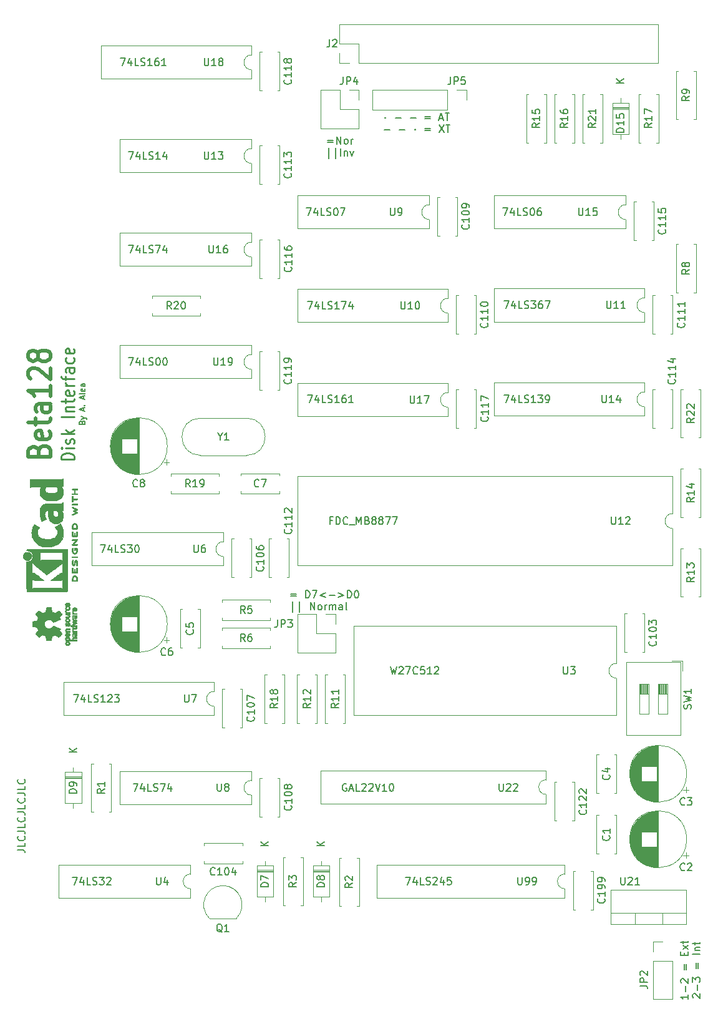
<source format=gbr>
G04 #@! TF.GenerationSoftware,KiCad,Pcbnew,5.99.0-unknown-f079c41~86~ubuntu19.10.1*
G04 #@! TF.CreationDate,2020-03-09T20:10:05+01:00*
G04 #@! TF.ProjectId,beta128_r0.3,62657461-3132-4385-9f72-302e332e6b69,rev?*
G04 #@! TF.SameCoordinates,Original*
G04 #@! TF.FileFunction,Legend,Top*
G04 #@! TF.FilePolarity,Positive*
%FSLAX46Y46*%
G04 Gerber Fmt 4.6, Leading zero omitted, Abs format (unit mm)*
G04 Created by KiCad (PCBNEW 5.99.0-unknown-f079c41~86~ubuntu19.10.1) date 2020-03-09 20:10:05*
%MOMM*%
%LPD*%
G01*
G04 APERTURE LIST*
%ADD10C,0.150000*%
%ADD11C,0.250000*%
%ADD12C,0.500000*%
%ADD13C,0.010000*%
%ADD14C,0.120000*%
G04 APERTURE END LIST*
D10*
X48206428Y-90112142D02*
X48242142Y-90005000D01*
X48277857Y-89969285D01*
X48349285Y-89933571D01*
X48456428Y-89933571D01*
X48527857Y-89969285D01*
X48563571Y-90005000D01*
X48599285Y-90076428D01*
X48599285Y-90362142D01*
X47849285Y-90362142D01*
X47849285Y-90112142D01*
X47885000Y-90040714D01*
X47920714Y-90005000D01*
X47992142Y-89969285D01*
X48063571Y-89969285D01*
X48135000Y-90005000D01*
X48170714Y-90040714D01*
X48206428Y-90112142D01*
X48206428Y-90362142D01*
X48099285Y-89683571D02*
X48599285Y-89505000D01*
X48099285Y-89326428D02*
X48599285Y-89505000D01*
X48777857Y-89576428D01*
X48813571Y-89612142D01*
X48849285Y-89683571D01*
X48385000Y-88505000D02*
X48385000Y-88147857D01*
X48599285Y-88576428D02*
X47849285Y-88326428D01*
X48599285Y-88076428D01*
X48527857Y-87826428D02*
X48563571Y-87790714D01*
X48599285Y-87826428D01*
X48563571Y-87862142D01*
X48527857Y-87826428D01*
X48599285Y-87826428D01*
X48385000Y-86933571D02*
X48385000Y-86576428D01*
X48599285Y-87005000D02*
X47849285Y-86755000D01*
X48599285Y-86505000D01*
X48599285Y-86147857D02*
X48563571Y-86219285D01*
X48492142Y-86255000D01*
X47849285Y-86255000D01*
X48563571Y-85576428D02*
X48599285Y-85647857D01*
X48599285Y-85790714D01*
X48563571Y-85862142D01*
X48492142Y-85897857D01*
X48206428Y-85897857D01*
X48135000Y-85862142D01*
X48099285Y-85790714D01*
X48099285Y-85647857D01*
X48135000Y-85576428D01*
X48206428Y-85540714D01*
X48277857Y-85540714D01*
X48349285Y-85897857D01*
X48599285Y-84897857D02*
X48206428Y-84897857D01*
X48135000Y-84933571D01*
X48099285Y-85005000D01*
X48099285Y-85147857D01*
X48135000Y-85219285D01*
X48563571Y-84897857D02*
X48599285Y-84969285D01*
X48599285Y-85147857D01*
X48563571Y-85219285D01*
X48492142Y-85255000D01*
X48420714Y-85255000D01*
X48349285Y-85219285D01*
X48313571Y-85147857D01*
X48313571Y-84969285D01*
X48277857Y-84897857D01*
D11*
X47146666Y-95130000D02*
X45396666Y-95130000D01*
X45396666Y-94772857D01*
X45480000Y-94558571D01*
X45646666Y-94415714D01*
X45813333Y-94344285D01*
X46146666Y-94272857D01*
X46396666Y-94272857D01*
X46730000Y-94344285D01*
X46896666Y-94415714D01*
X47063333Y-94558571D01*
X47146666Y-94772857D01*
X47146666Y-95130000D01*
X47146666Y-93630000D02*
X45980000Y-93630000D01*
X45396666Y-93630000D02*
X45480000Y-93701428D01*
X45563333Y-93630000D01*
X45480000Y-93558571D01*
X45396666Y-93630000D01*
X45563333Y-93630000D01*
X47063333Y-92987142D02*
X47146666Y-92844285D01*
X47146666Y-92558571D01*
X47063333Y-92415714D01*
X46896666Y-92344285D01*
X46813333Y-92344285D01*
X46646666Y-92415714D01*
X46563333Y-92558571D01*
X46563333Y-92772857D01*
X46480000Y-92915714D01*
X46313333Y-92987142D01*
X46230000Y-92987142D01*
X46063333Y-92915714D01*
X45980000Y-92772857D01*
X45980000Y-92558571D01*
X46063333Y-92415714D01*
X47146666Y-91701428D02*
X45396666Y-91701428D01*
X46480000Y-91558571D02*
X47146666Y-91130000D01*
X45980000Y-91130000D02*
X46646666Y-91701428D01*
X47146666Y-89344285D02*
X45396666Y-89344285D01*
X45980000Y-88630000D02*
X47146666Y-88630000D01*
X46146666Y-88630000D02*
X46063333Y-88558571D01*
X45980000Y-88415714D01*
X45980000Y-88201428D01*
X46063333Y-88058571D01*
X46230000Y-87987142D01*
X47146666Y-87987142D01*
X45980000Y-87487142D02*
X45980000Y-86915714D01*
X45396666Y-87272857D02*
X46896666Y-87272857D01*
X47063333Y-87201428D01*
X47146666Y-87058571D01*
X47146666Y-86915714D01*
X47063333Y-85844285D02*
X47146666Y-85987142D01*
X47146666Y-86272857D01*
X47063333Y-86415714D01*
X46896666Y-86487142D01*
X46230000Y-86487142D01*
X46063333Y-86415714D01*
X45980000Y-86272857D01*
X45980000Y-85987142D01*
X46063333Y-85844285D01*
X46230000Y-85772857D01*
X46396666Y-85772857D01*
X46563333Y-86487142D01*
X47146666Y-85130000D02*
X45980000Y-85130000D01*
X46313333Y-85130000D02*
X46146666Y-85058571D01*
X46063333Y-84987142D01*
X45980000Y-84844285D01*
X45980000Y-84701428D01*
X45980000Y-84415714D02*
X45980000Y-83844285D01*
X47146666Y-84201428D02*
X45646666Y-84201428D01*
X45480000Y-84130000D01*
X45396666Y-83987142D01*
X45396666Y-83844285D01*
X47146666Y-82701428D02*
X46230000Y-82701428D01*
X46063333Y-82772857D01*
X45980000Y-82915714D01*
X45980000Y-83201428D01*
X46063333Y-83344285D01*
X47063333Y-82701428D02*
X47146666Y-82844285D01*
X47146666Y-83201428D01*
X47063333Y-83344285D01*
X46896666Y-83415714D01*
X46730000Y-83415714D01*
X46563333Y-83344285D01*
X46480000Y-83201428D01*
X46480000Y-82844285D01*
X46396666Y-82701428D01*
X47063333Y-81344285D02*
X47146666Y-81487142D01*
X47146666Y-81772857D01*
X47063333Y-81915714D01*
X46980000Y-81987142D01*
X46813333Y-82058571D01*
X46313333Y-82058571D01*
X46146666Y-81987142D01*
X46063333Y-81915714D01*
X45980000Y-81772857D01*
X45980000Y-81487142D01*
X46063333Y-81344285D01*
X47063333Y-80130000D02*
X47146666Y-80272857D01*
X47146666Y-80558571D01*
X47063333Y-80701428D01*
X46896666Y-80772857D01*
X46230000Y-80772857D01*
X46063333Y-80701428D01*
X45980000Y-80558571D01*
X45980000Y-80272857D01*
X46063333Y-80130000D01*
X46230000Y-80058571D01*
X46396666Y-80058571D01*
X46563333Y-80772857D01*
D12*
X42330714Y-93939523D02*
X42473571Y-93582380D01*
X42616428Y-93463333D01*
X42902142Y-93344285D01*
X43330714Y-93344285D01*
X43616428Y-93463333D01*
X43759285Y-93582380D01*
X43902142Y-93820476D01*
X43902142Y-94772857D01*
X40902142Y-94772857D01*
X40902142Y-93939523D01*
X41045000Y-93701428D01*
X41187857Y-93582380D01*
X41473571Y-93463333D01*
X41759285Y-93463333D01*
X42045000Y-93582380D01*
X42187857Y-93701428D01*
X42330714Y-93939523D01*
X42330714Y-94772857D01*
X43759285Y-91320476D02*
X43902142Y-91558571D01*
X43902142Y-92034761D01*
X43759285Y-92272857D01*
X43473571Y-92391904D01*
X42330714Y-92391904D01*
X42045000Y-92272857D01*
X41902142Y-92034761D01*
X41902142Y-91558571D01*
X42045000Y-91320476D01*
X42330714Y-91201428D01*
X42616428Y-91201428D01*
X42902142Y-92391904D01*
X41902142Y-90487142D02*
X41902142Y-89534761D01*
X40902142Y-90130000D02*
X43473571Y-90130000D01*
X43759285Y-90010952D01*
X43902142Y-89772857D01*
X43902142Y-89534761D01*
X43902142Y-87630000D02*
X42330714Y-87630000D01*
X42045000Y-87749047D01*
X41902142Y-87987142D01*
X41902142Y-88463333D01*
X42045000Y-88701428D01*
X43759285Y-87630000D02*
X43902142Y-87868095D01*
X43902142Y-88463333D01*
X43759285Y-88701428D01*
X43473571Y-88820476D01*
X43187857Y-88820476D01*
X42902142Y-88701428D01*
X42759285Y-88463333D01*
X42759285Y-87868095D01*
X42616428Y-87630000D01*
X43902142Y-85130000D02*
X43902142Y-86558571D01*
X43902142Y-85844285D02*
X40902142Y-85844285D01*
X41330714Y-86082380D01*
X41616428Y-86320476D01*
X41759285Y-86558571D01*
X41187857Y-84177619D02*
X41045000Y-84058571D01*
X40902142Y-83820476D01*
X40902142Y-83225238D01*
X41045000Y-82987142D01*
X41187857Y-82868095D01*
X41473571Y-82749047D01*
X41759285Y-82749047D01*
X42187857Y-82868095D01*
X43902142Y-84296666D01*
X43902142Y-82749047D01*
X42187857Y-81320476D02*
X42045000Y-81558571D01*
X41902142Y-81677619D01*
X41616428Y-81796666D01*
X41473571Y-81796666D01*
X41187857Y-81677619D01*
X41045000Y-81558571D01*
X40902142Y-81320476D01*
X40902142Y-80844285D01*
X41045000Y-80606190D01*
X41187857Y-80487142D01*
X41473571Y-80368095D01*
X41616428Y-80368095D01*
X41902142Y-80487142D01*
X42045000Y-80606190D01*
X42187857Y-80844285D01*
X42187857Y-81320476D01*
X42330714Y-81558571D01*
X42473571Y-81677619D01*
X42759285Y-81796666D01*
X43330714Y-81796666D01*
X43616428Y-81677619D01*
X43759285Y-81558571D01*
X43902142Y-81320476D01*
X43902142Y-80844285D01*
X43759285Y-80606190D01*
X43616428Y-80487142D01*
X43330714Y-80368095D01*
X42759285Y-80368095D01*
X42473571Y-80487142D01*
X42330714Y-80606190D01*
X42187857Y-80844285D01*
D10*
X76535595Y-113423571D02*
X77297500Y-113423571D01*
X77297500Y-113709285D02*
X76535595Y-113709285D01*
X78535595Y-113947380D02*
X78535595Y-112947380D01*
X78773690Y-112947380D01*
X78916547Y-112995000D01*
X79011785Y-113090238D01*
X79059404Y-113185476D01*
X79107023Y-113375952D01*
X79107023Y-113518809D01*
X79059404Y-113709285D01*
X79011785Y-113804523D01*
X78916547Y-113899761D01*
X78773690Y-113947380D01*
X78535595Y-113947380D01*
X79440357Y-112947380D02*
X80107023Y-112947380D01*
X79678452Y-113947380D01*
X81249880Y-113280714D02*
X80487976Y-113566428D01*
X81249880Y-113852142D01*
X81726071Y-113566428D02*
X82487976Y-113566428D01*
X82964166Y-113280714D02*
X83726071Y-113566428D01*
X82964166Y-113852142D01*
X84202261Y-113947380D02*
X84202261Y-112947380D01*
X84440357Y-112947380D01*
X84583214Y-112995000D01*
X84678452Y-113090238D01*
X84726071Y-113185476D01*
X84773690Y-113375952D01*
X84773690Y-113518809D01*
X84726071Y-113709285D01*
X84678452Y-113804523D01*
X84583214Y-113899761D01*
X84440357Y-113947380D01*
X84202261Y-113947380D01*
X85392738Y-112947380D02*
X85487976Y-112947380D01*
X85583214Y-112995000D01*
X85630833Y-113042619D01*
X85678452Y-113137857D01*
X85726071Y-113328333D01*
X85726071Y-113566428D01*
X85678452Y-113756904D01*
X85630833Y-113852142D01*
X85583214Y-113899761D01*
X85487976Y-113947380D01*
X85392738Y-113947380D01*
X85297500Y-113899761D01*
X85249880Y-113852142D01*
X85202261Y-113756904D01*
X85154642Y-113566428D01*
X85154642Y-113328333D01*
X85202261Y-113137857D01*
X85249880Y-113042619D01*
X85297500Y-112995000D01*
X85392738Y-112947380D01*
X76773690Y-115890714D02*
X76773690Y-114462142D01*
X77726071Y-115890714D02*
X77726071Y-114462142D01*
X79202261Y-115557380D02*
X79202261Y-114557380D01*
X79773690Y-115557380D01*
X79773690Y-114557380D01*
X80392738Y-115557380D02*
X80297500Y-115509761D01*
X80249880Y-115462142D01*
X80202261Y-115366904D01*
X80202261Y-115081190D01*
X80249880Y-114985952D01*
X80297500Y-114938333D01*
X80392738Y-114890714D01*
X80535595Y-114890714D01*
X80630833Y-114938333D01*
X80678452Y-114985952D01*
X80726071Y-115081190D01*
X80726071Y-115366904D01*
X80678452Y-115462142D01*
X80630833Y-115509761D01*
X80535595Y-115557380D01*
X80392738Y-115557380D01*
X81154642Y-115557380D02*
X81154642Y-114890714D01*
X81154642Y-115081190D02*
X81202261Y-114985952D01*
X81249880Y-114938333D01*
X81345119Y-114890714D01*
X81440357Y-114890714D01*
X81773690Y-115557380D02*
X81773690Y-114890714D01*
X81773690Y-114985952D02*
X81821309Y-114938333D01*
X81916547Y-114890714D01*
X82059404Y-114890714D01*
X82154642Y-114938333D01*
X82202261Y-115033571D01*
X82202261Y-115557380D01*
X82202261Y-115033571D02*
X82249880Y-114938333D01*
X82345119Y-114890714D01*
X82487976Y-114890714D01*
X82583214Y-114938333D01*
X82630833Y-115033571D01*
X82630833Y-115557380D01*
X83535595Y-115557380D02*
X83535595Y-115033571D01*
X83487976Y-114938333D01*
X83392738Y-114890714D01*
X83202261Y-114890714D01*
X83107023Y-114938333D01*
X83535595Y-115509761D02*
X83440357Y-115557380D01*
X83202261Y-115557380D01*
X83107023Y-115509761D01*
X83059404Y-115414523D01*
X83059404Y-115319285D01*
X83107023Y-115224047D01*
X83202261Y-115176428D01*
X83440357Y-115176428D01*
X83535595Y-115128809D01*
X84154642Y-115557380D02*
X84059404Y-115509761D01*
X84011785Y-115414523D01*
X84011785Y-114557380D01*
X39457380Y-148129047D02*
X40171666Y-148129047D01*
X40314523Y-148176666D01*
X40409761Y-148271904D01*
X40457380Y-148414761D01*
X40457380Y-148510000D01*
X40457380Y-147176666D02*
X40457380Y-147652857D01*
X39457380Y-147652857D01*
X40362142Y-146271904D02*
X40409761Y-146319523D01*
X40457380Y-146462380D01*
X40457380Y-146557619D01*
X40409761Y-146700476D01*
X40314523Y-146795714D01*
X40219285Y-146843333D01*
X40028809Y-146890952D01*
X39885952Y-146890952D01*
X39695476Y-146843333D01*
X39600238Y-146795714D01*
X39505000Y-146700476D01*
X39457380Y-146557619D01*
X39457380Y-146462380D01*
X39505000Y-146319523D01*
X39552619Y-146271904D01*
X39457380Y-145557619D02*
X40171666Y-145557619D01*
X40314523Y-145605238D01*
X40409761Y-145700476D01*
X40457380Y-145843333D01*
X40457380Y-145938571D01*
X40457380Y-144605238D02*
X40457380Y-145081428D01*
X39457380Y-145081428D01*
X40362142Y-143700476D02*
X40409761Y-143748095D01*
X40457380Y-143890952D01*
X40457380Y-143986190D01*
X40409761Y-144129047D01*
X40314523Y-144224285D01*
X40219285Y-144271904D01*
X40028809Y-144319523D01*
X39885952Y-144319523D01*
X39695476Y-144271904D01*
X39600238Y-144224285D01*
X39505000Y-144129047D01*
X39457380Y-143986190D01*
X39457380Y-143890952D01*
X39505000Y-143748095D01*
X39552619Y-143700476D01*
X39457380Y-142986190D02*
X40171666Y-142986190D01*
X40314523Y-143033809D01*
X40409761Y-143129047D01*
X40457380Y-143271904D01*
X40457380Y-143367142D01*
X40457380Y-142033809D02*
X40457380Y-142510000D01*
X39457380Y-142510000D01*
X40362142Y-141129047D02*
X40409761Y-141176666D01*
X40457380Y-141319523D01*
X40457380Y-141414761D01*
X40409761Y-141557619D01*
X40314523Y-141652857D01*
X40219285Y-141700476D01*
X40028809Y-141748095D01*
X39885952Y-141748095D01*
X39695476Y-141700476D01*
X39600238Y-141652857D01*
X39505000Y-141557619D01*
X39457380Y-141414761D01*
X39457380Y-141319523D01*
X39505000Y-141176666D01*
X39552619Y-141129047D01*
X39457380Y-140414761D02*
X40171666Y-140414761D01*
X40314523Y-140462380D01*
X40409761Y-140557619D01*
X40457380Y-140700476D01*
X40457380Y-140795714D01*
X40457380Y-139462380D02*
X40457380Y-139938571D01*
X39457380Y-139938571D01*
X40362142Y-138557619D02*
X40409761Y-138605238D01*
X40457380Y-138748095D01*
X40457380Y-138843333D01*
X40409761Y-138986190D01*
X40314523Y-139081428D01*
X40219285Y-139129047D01*
X40028809Y-139176666D01*
X39885952Y-139176666D01*
X39695476Y-139129047D01*
X39600238Y-139081428D01*
X39505000Y-138986190D01*
X39457380Y-138843333D01*
X39457380Y-138748095D01*
X39505000Y-138605238D01*
X39552619Y-138557619D01*
X130457380Y-167798333D02*
X130457380Y-168369761D01*
X130457380Y-168084047D02*
X129457380Y-168084047D01*
X129600238Y-168179285D01*
X129695476Y-168274523D01*
X129743095Y-168369761D01*
X130076428Y-167369761D02*
X130076428Y-166607857D01*
X129552619Y-166179285D02*
X129505000Y-166131666D01*
X129457380Y-166036428D01*
X129457380Y-165798333D01*
X129505000Y-165703095D01*
X129552619Y-165655476D01*
X129647857Y-165607857D01*
X129743095Y-165607857D01*
X129885952Y-165655476D01*
X130457380Y-166226904D01*
X130457380Y-165607857D01*
X129933571Y-164417380D02*
X129933571Y-163655476D01*
X130219285Y-163655476D02*
X130219285Y-164417380D01*
X129933571Y-162417380D02*
X129933571Y-162084047D01*
X130457380Y-161941190D02*
X130457380Y-162417380D01*
X129457380Y-162417380D01*
X129457380Y-161941190D01*
X130457380Y-161607857D02*
X129790714Y-161084047D01*
X129790714Y-161607857D02*
X130457380Y-161084047D01*
X129790714Y-160845952D02*
X129790714Y-160465000D01*
X129457380Y-160703095D02*
X130314523Y-160703095D01*
X130409761Y-160655476D01*
X130457380Y-160560238D01*
X130457380Y-160465000D01*
X131162619Y-168203095D02*
X131115000Y-168155476D01*
X131067380Y-168060238D01*
X131067380Y-167822142D01*
X131115000Y-167726904D01*
X131162619Y-167679285D01*
X131257857Y-167631666D01*
X131353095Y-167631666D01*
X131495952Y-167679285D01*
X132067380Y-168250714D01*
X132067380Y-167631666D01*
X131686428Y-167203095D02*
X131686428Y-166441190D01*
X131067380Y-166060238D02*
X131067380Y-165441190D01*
X131448333Y-165774523D01*
X131448333Y-165631666D01*
X131495952Y-165536428D01*
X131543571Y-165488809D01*
X131638809Y-165441190D01*
X131876904Y-165441190D01*
X131972142Y-165488809D01*
X132019761Y-165536428D01*
X132067380Y-165631666D01*
X132067380Y-165917380D01*
X132019761Y-166012619D01*
X131972142Y-166060238D01*
X131543571Y-164250714D02*
X131543571Y-163488809D01*
X131829285Y-163488809D02*
X131829285Y-164250714D01*
X132067380Y-162250714D02*
X131067380Y-162250714D01*
X131400714Y-161774523D02*
X132067380Y-161774523D01*
X131495952Y-161774523D02*
X131448333Y-161726904D01*
X131400714Y-161631666D01*
X131400714Y-161488809D01*
X131448333Y-161393571D01*
X131543571Y-161345952D01*
X132067380Y-161345952D01*
X131400714Y-161012619D02*
X131400714Y-160631666D01*
X131067380Y-160869761D02*
X131924523Y-160869761D01*
X132019761Y-160822142D01*
X132067380Y-160726904D01*
X132067380Y-160631666D01*
X81518333Y-51828571D02*
X82280238Y-51828571D01*
X82280238Y-52114285D02*
X81518333Y-52114285D01*
X82756428Y-52352380D02*
X82756428Y-51352380D01*
X83327857Y-52352380D01*
X83327857Y-51352380D01*
X83946904Y-52352380D02*
X83851666Y-52304761D01*
X83804047Y-52257142D01*
X83756428Y-52161904D01*
X83756428Y-51876190D01*
X83804047Y-51780952D01*
X83851666Y-51733333D01*
X83946904Y-51685714D01*
X84089761Y-51685714D01*
X84185000Y-51733333D01*
X84232619Y-51780952D01*
X84280238Y-51876190D01*
X84280238Y-52161904D01*
X84232619Y-52257142D01*
X84185000Y-52304761D01*
X84089761Y-52352380D01*
X83946904Y-52352380D01*
X84708809Y-52352380D02*
X84708809Y-51685714D01*
X84708809Y-51876190D02*
X84756428Y-51780952D01*
X84804047Y-51733333D01*
X84899285Y-51685714D01*
X84994523Y-51685714D01*
X81637380Y-54295714D02*
X81637380Y-52867142D01*
X82589761Y-54295714D02*
X82589761Y-52867142D01*
X83304047Y-53962380D02*
X83304047Y-52962380D01*
X83780238Y-53295714D02*
X83780238Y-53962380D01*
X83780238Y-53390952D02*
X83827857Y-53343333D01*
X83923095Y-53295714D01*
X84065952Y-53295714D01*
X84161190Y-53343333D01*
X84208809Y-53438571D01*
X84208809Y-53962380D01*
X84589761Y-53295714D02*
X84827857Y-53962380D01*
X85065952Y-53295714D01*
X89378452Y-48748809D02*
X89330833Y-48796428D01*
X89378452Y-48844047D01*
X89426071Y-48796428D01*
X89378452Y-48748809D01*
X89378452Y-48844047D01*
X90759404Y-48796428D02*
X91521309Y-48796428D01*
X92759404Y-48796428D02*
X93521309Y-48796428D01*
X94759404Y-48653571D02*
X95521309Y-48653571D01*
X95521309Y-48939285D02*
X94759404Y-48939285D01*
X96711785Y-48891666D02*
X97187976Y-48891666D01*
X96616547Y-49177380D02*
X96949880Y-48177380D01*
X97283214Y-49177380D01*
X97473690Y-48177380D02*
X98045119Y-48177380D01*
X97759404Y-49177380D02*
X97759404Y-48177380D01*
X89235595Y-50406428D02*
X89997500Y-50406428D01*
X91235595Y-50406428D02*
X91997500Y-50406428D01*
X93378452Y-50358809D02*
X93330833Y-50406428D01*
X93378452Y-50454047D01*
X93426071Y-50406428D01*
X93378452Y-50358809D01*
X93378452Y-50454047D01*
X94759404Y-50263571D02*
X95521309Y-50263571D01*
X95521309Y-50549285D02*
X94759404Y-50549285D01*
X96664166Y-49787380D02*
X97330833Y-50787380D01*
X97330833Y-49787380D02*
X96664166Y-50787380D01*
X97568928Y-49787380D02*
X98140357Y-49787380D01*
X97854642Y-50787380D02*
X97854642Y-49787380D01*
G36*
X45487479Y-113069054D02*
G01*
X45348090Y-113069893D01*
X45190539Y-113070498D01*
X45013691Y-113070905D01*
X44816410Y-113071150D01*
X44597560Y-113071267D01*
X44356007Y-113071295D01*
X44090615Y-113071267D01*
X43800249Y-113071220D01*
X43483773Y-113071190D01*
X43420946Y-113071189D01*
X43101137Y-113071172D01*
X42807661Y-113071112D01*
X42539390Y-113071002D01*
X42295198Y-113070833D01*
X42073957Y-113070597D01*
X41874540Y-113070284D01*
X41695820Y-113069885D01*
X41536671Y-113069393D01*
X41395966Y-113068797D01*
X41272576Y-113068090D01*
X41165376Y-113067263D01*
X41073238Y-113066307D01*
X40995035Y-113065213D01*
X40929641Y-113063973D01*
X40875928Y-113062578D01*
X40832769Y-113061018D01*
X40799037Y-113059286D01*
X40773605Y-113057372D01*
X40755347Y-113055268D01*
X40743134Y-113052966D01*
X40735841Y-113050455D01*
X40735659Y-113050363D01*
X40724518Y-113045192D01*
X40714431Y-113040885D01*
X40705346Y-113036121D01*
X40697212Y-113029578D01*
X40689976Y-113019935D01*
X40683586Y-113005871D01*
X40677989Y-112986063D01*
X40673133Y-112959191D01*
X40668966Y-112923933D01*
X40665436Y-112878968D01*
X40662491Y-112822974D01*
X40660077Y-112754629D01*
X40658144Y-112672614D01*
X40656638Y-112575605D01*
X40655508Y-112462282D01*
X40654702Y-112331323D01*
X40654166Y-112181407D01*
X40653849Y-112011213D01*
X40653699Y-111819418D01*
X40653663Y-111604702D01*
X40653689Y-111365743D01*
X40653725Y-111101220D01*
X40653730Y-110978088D01*
X40653730Y-109112907D01*
X41395135Y-109112907D01*
X41395135Y-110502298D01*
X41476666Y-110501908D01*
X41536606Y-110505791D01*
X41592177Y-110520390D01*
X41644855Y-110542988D01*
X41674615Y-110557678D01*
X41704103Y-110573472D01*
X41735276Y-110591814D01*
X41770093Y-110614145D01*
X41810510Y-110641909D01*
X41858486Y-110676549D01*
X41915978Y-110719507D01*
X41984943Y-110772227D01*
X42067339Y-110836151D01*
X42165124Y-110912721D01*
X42280255Y-111003381D01*
X42414690Y-111109574D01*
X42429859Y-111121568D01*
X42959412Y-111540325D01*
X42372922Y-111544378D01*
X42197251Y-111545195D01*
X42048532Y-111545021D01*
X41926275Y-111543849D01*
X41829989Y-111541669D01*
X41759183Y-111538474D01*
X41713369Y-111534256D01*
X41704679Y-111532838D01*
X41613135Y-111510591D01*
X41530608Y-111481443D01*
X41464253Y-111448182D01*
X41436110Y-111428200D01*
X41395135Y-111393722D01*
X41395135Y-112047914D01*
X41395269Y-112203969D01*
X41395703Y-112334467D01*
X41396489Y-112441310D01*
X41397676Y-112526398D01*
X41399317Y-112591635D01*
X41401461Y-112638921D01*
X41404159Y-112670157D01*
X41407462Y-112687246D01*
X41411421Y-112692088D01*
X41412298Y-112691753D01*
X41433231Y-112677885D01*
X41466412Y-112654732D01*
X41483193Y-112642754D01*
X41499940Y-112630369D01*
X41514915Y-112619237D01*
X41529594Y-112609288D01*
X41545449Y-112600451D01*
X41563955Y-112592657D01*
X41586585Y-112585835D01*
X41614813Y-112579916D01*
X41650113Y-112574829D01*
X41693958Y-112570504D01*
X41747822Y-112566871D01*
X41813180Y-112563860D01*
X41891504Y-112561401D01*
X41984268Y-112559423D01*
X42092947Y-112557858D01*
X42219013Y-112556634D01*
X42363942Y-112555681D01*
X42529206Y-112554930D01*
X42716279Y-112554311D01*
X42926635Y-112553752D01*
X43161748Y-112553185D01*
X43377741Y-112552655D01*
X43618535Y-112552155D01*
X43848274Y-112551895D01*
X44065493Y-112551868D01*
X44268722Y-112552067D01*
X44456496Y-112552486D01*
X44627345Y-112553118D01*
X44779803Y-112553956D01*
X44912403Y-112554992D01*
X45023676Y-112556220D01*
X45112156Y-112557633D01*
X45176375Y-112559225D01*
X45214865Y-112560987D01*
X45218933Y-112561321D01*
X45312248Y-112573466D01*
X45387190Y-112592427D01*
X45452594Y-112621302D01*
X45517293Y-112663190D01*
X45524352Y-112668429D01*
X45568973Y-112701884D01*
X45568973Y-111406734D01*
X45531217Y-111431655D01*
X45492417Y-111456447D01*
X45455469Y-111477440D01*
X45417788Y-111494935D01*
X45376788Y-111509230D01*
X45329883Y-111520623D01*
X45274487Y-111529413D01*
X45208016Y-111535898D01*
X45127883Y-111540377D01*
X45031502Y-111543150D01*
X44916289Y-111544513D01*
X44779657Y-111544767D01*
X44619020Y-111544209D01*
X44559382Y-111543893D01*
X43920041Y-111540325D01*
X44471449Y-111135298D01*
X44627876Y-111020554D01*
X44764088Y-110921143D01*
X44881890Y-110835990D01*
X44983084Y-110764022D01*
X45069477Y-110704166D01*
X45142874Y-110655348D01*
X45205077Y-110616495D01*
X45257893Y-110586534D01*
X45303125Y-110564391D01*
X45342578Y-110548993D01*
X45378058Y-110539266D01*
X45411368Y-110534137D01*
X45444313Y-110532532D01*
X45478697Y-110533379D01*
X45483019Y-110533595D01*
X45569031Y-110538054D01*
X45568973Y-109118692D01*
X45462522Y-109224265D01*
X45433406Y-109252913D01*
X45405076Y-109280090D01*
X45375968Y-109306989D01*
X45344520Y-109334803D01*
X45309169Y-109364725D01*
X45268354Y-109397946D01*
X45220511Y-109435661D01*
X45164079Y-109479060D01*
X45097494Y-109529338D01*
X45019195Y-109587688D01*
X44927619Y-109655300D01*
X44821204Y-109733369D01*
X44698387Y-109823088D01*
X44557605Y-109925648D01*
X44397297Y-110042242D01*
X44265798Y-110137809D01*
X44100596Y-110257749D01*
X43956152Y-110362380D01*
X43831094Y-110452648D01*
X43724052Y-110529503D01*
X43633654Y-110593891D01*
X43558529Y-110646761D01*
X43497304Y-110689060D01*
X43448610Y-110721736D01*
X43411074Y-110745738D01*
X43383325Y-110762013D01*
X43363992Y-110771508D01*
X43351703Y-110775173D01*
X43345242Y-110774071D01*
X43328048Y-110760724D01*
X43291655Y-110731866D01*
X43238224Y-110689240D01*
X43169919Y-110634585D01*
X43088903Y-110569644D01*
X42997340Y-110496158D01*
X42897392Y-110415868D01*
X42791224Y-110330515D01*
X42680997Y-110241840D01*
X42568876Y-110151586D01*
X42507244Y-110101944D01*
X42457024Y-110061493D01*
X42347604Y-109973302D01*
X42242778Y-109888754D01*
X42144711Y-109809592D01*
X42055566Y-109737556D01*
X41977505Y-109674387D01*
X41912692Y-109621827D01*
X41863290Y-109581617D01*
X41834487Y-109558000D01*
X41726778Y-109466290D01*
X41629580Y-109378060D01*
X41546076Y-109296403D01*
X41479448Y-109224410D01*
X41438599Y-109173319D01*
X41395135Y-109112907D01*
X40653730Y-109112907D01*
X40653730Y-109007189D01*
X40769910Y-109007189D01*
X40911291Y-108994789D01*
X41041684Y-108957364D01*
X41161862Y-108894577D01*
X41272602Y-108806094D01*
X41302511Y-108776157D01*
X41387348Y-108668466D01*
X41449221Y-108549725D01*
X41488159Y-108423460D01*
X41504190Y-108293197D01*
X41497342Y-108162465D01*
X41467643Y-108034788D01*
X41415120Y-107913695D01*
X41339803Y-107802712D01*
X41324760Y-107786211D01*
X42507244Y-107786211D01*
X42507244Y-108869373D01*
X42599919Y-108818146D01*
X42692595Y-108766919D01*
X45383622Y-108766919D01*
X45476298Y-108818146D01*
X45568973Y-108869373D01*
X45568973Y-108263396D01*
X45568931Y-108118734D01*
X45568741Y-107999244D01*
X45568308Y-107902642D01*
X45567536Y-107826642D01*
X45566330Y-107768957D01*
X45564594Y-107727301D01*
X45562232Y-107699389D01*
X45559150Y-107682935D01*
X45555251Y-107675652D01*
X45550440Y-107675255D01*
X45544622Y-107679458D01*
X45544574Y-107679501D01*
X45519532Y-107696813D01*
X45478815Y-107719736D01*
X45438168Y-107739981D01*
X45356162Y-107778379D01*
X42507244Y-107786211D01*
X41324760Y-107786211D01*
X41294363Y-107752868D01*
X41182952Y-107659983D01*
X41060435Y-107591873D01*
X40928215Y-107549129D01*
X40787692Y-107532347D01*
X40773867Y-107532124D01*
X40653734Y-107531244D01*
X40653732Y-107478443D01*
X40660089Y-107431604D01*
X40675556Y-107388817D01*
X40677154Y-107385989D01*
X40682168Y-107376325D01*
X40686073Y-107367451D01*
X40690007Y-107359335D01*
X40695106Y-107351943D01*
X40702508Y-107345245D01*
X40713351Y-107339208D01*
X40728772Y-107333801D01*
X40749909Y-107328990D01*
X40777899Y-107324745D01*
X40813879Y-107321032D01*
X40858987Y-107317821D01*
X40914360Y-107315078D01*
X40981137Y-107312772D01*
X41060453Y-107310871D01*
X41153447Y-107309342D01*
X41261257Y-107308154D01*
X41385019Y-107307274D01*
X41525871Y-107306670D01*
X41684950Y-107306311D01*
X41863395Y-107306165D01*
X42062342Y-107306198D01*
X42282929Y-107306380D01*
X42526293Y-107306677D01*
X42793572Y-107307059D01*
X43085903Y-107307492D01*
X43404424Y-107307945D01*
X43443230Y-107307998D01*
X43763782Y-107308404D01*
X44058012Y-107308749D01*
X44327056Y-107309069D01*
X44572052Y-107309400D01*
X44794137Y-107309779D01*
X44994447Y-107310243D01*
X45174119Y-107310828D01*
X45334290Y-107311570D01*
X45476098Y-107312506D01*
X45600679Y-107313673D01*
X45709170Y-107315107D01*
X45802707Y-107316844D01*
X45882429Y-107318922D01*
X45949472Y-107321376D01*
X46004973Y-107324244D01*
X46050068Y-107327561D01*
X46085895Y-107331364D01*
X46113591Y-107335690D01*
X46134293Y-107340575D01*
X46149137Y-107346055D01*
X46159260Y-107352168D01*
X46165800Y-107358950D01*
X46169893Y-107366437D01*
X46172676Y-107374666D01*
X46175287Y-107383673D01*
X46178862Y-107393495D01*
X46179950Y-107395894D01*
X46182396Y-107403435D01*
X46184642Y-107416056D01*
X46186698Y-107434859D01*
X46188572Y-107460947D01*
X46190271Y-107495422D01*
X46191803Y-107539385D01*
X46193177Y-107593939D01*
X46194400Y-107660185D01*
X46195481Y-107739226D01*
X46196427Y-107832163D01*
X46197247Y-107940099D01*
X46197947Y-108064136D01*
X46198538Y-108205376D01*
X46199025Y-108364921D01*
X46199419Y-108543872D01*
X46199725Y-108743332D01*
X46199953Y-108964404D01*
X46200110Y-109208188D01*
X46200205Y-109475787D01*
X46200245Y-109768303D01*
X46200238Y-110086839D01*
X46200228Y-110190021D01*
X46200176Y-110515623D01*
X46200091Y-110814881D01*
X46199963Y-111088909D01*
X46199785Y-111338824D01*
X46199548Y-111565740D01*
X46199242Y-111770773D01*
X46198860Y-111955038D01*
X46198392Y-112119650D01*
X46197830Y-112265725D01*
X46197165Y-112394376D01*
X46196388Y-112506721D01*
X46195491Y-112603874D01*
X46194465Y-112686950D01*
X46193301Y-112757064D01*
X46191991Y-112815332D01*
X46190525Y-112862869D01*
X46188896Y-112900790D01*
X46187093Y-112930210D01*
X46185110Y-112952245D01*
X46182936Y-112968010D01*
X46180563Y-112978620D01*
X46178391Y-112984404D01*
X46174056Y-112994684D01*
X46170859Y-113004122D01*
X46167665Y-113012755D01*
X46163338Y-113020619D01*
X46156744Y-113027748D01*
X46146747Y-113034179D01*
X46132212Y-113039947D01*
X46112003Y-113045089D01*
X46084985Y-113049640D01*
X46050023Y-113053635D01*
X46005981Y-113057111D01*
X45951724Y-113060102D01*
X45886117Y-113062646D01*
X45808024Y-113064777D01*
X45716310Y-113066532D01*
X45609840Y-113067945D01*
X45568973Y-113068315D01*
X45487479Y-113069054D01*
G37*
D13*
X45487479Y-113069054D02*
X45348090Y-113069893D01*
X45190539Y-113070498D01*
X45013691Y-113070905D01*
X44816410Y-113071150D01*
X44597560Y-113071267D01*
X44356007Y-113071295D01*
X44090615Y-113071267D01*
X43800249Y-113071220D01*
X43483773Y-113071190D01*
X43420946Y-113071189D01*
X43101137Y-113071172D01*
X42807661Y-113071112D01*
X42539390Y-113071002D01*
X42295198Y-113070833D01*
X42073957Y-113070597D01*
X41874540Y-113070284D01*
X41695820Y-113069885D01*
X41536671Y-113069393D01*
X41395966Y-113068797D01*
X41272576Y-113068090D01*
X41165376Y-113067263D01*
X41073238Y-113066307D01*
X40995035Y-113065213D01*
X40929641Y-113063973D01*
X40875928Y-113062578D01*
X40832769Y-113061018D01*
X40799037Y-113059286D01*
X40773605Y-113057372D01*
X40755347Y-113055268D01*
X40743134Y-113052966D01*
X40735841Y-113050455D01*
X40735659Y-113050363D01*
X40724518Y-113045192D01*
X40714431Y-113040885D01*
X40705346Y-113036121D01*
X40697212Y-113029578D01*
X40689976Y-113019935D01*
X40683586Y-113005871D01*
X40677989Y-112986063D01*
X40673133Y-112959191D01*
X40668966Y-112923933D01*
X40665436Y-112878968D01*
X40662491Y-112822974D01*
X40660077Y-112754629D01*
X40658144Y-112672614D01*
X40656638Y-112575605D01*
X40655508Y-112462282D01*
X40654702Y-112331323D01*
X40654166Y-112181407D01*
X40653849Y-112011213D01*
X40653699Y-111819418D01*
X40653663Y-111604702D01*
X40653689Y-111365743D01*
X40653725Y-111101220D01*
X40653730Y-110978088D01*
X40653730Y-109112907D01*
X41395135Y-109112907D01*
X41395135Y-110502298D01*
X41476666Y-110501908D01*
X41536606Y-110505791D01*
X41592177Y-110520390D01*
X41644855Y-110542988D01*
X41674615Y-110557678D01*
X41704103Y-110573472D01*
X41735276Y-110591814D01*
X41770093Y-110614145D01*
X41810510Y-110641909D01*
X41858486Y-110676549D01*
X41915978Y-110719507D01*
X41984943Y-110772227D01*
X42067339Y-110836151D01*
X42165124Y-110912721D01*
X42280255Y-111003381D01*
X42414690Y-111109574D01*
X42429859Y-111121568D01*
X42959412Y-111540325D01*
X42372922Y-111544378D01*
X42197251Y-111545195D01*
X42048532Y-111545021D01*
X41926275Y-111543849D01*
X41829989Y-111541669D01*
X41759183Y-111538474D01*
X41713369Y-111534256D01*
X41704679Y-111532838D01*
X41613135Y-111510591D01*
X41530608Y-111481443D01*
X41464253Y-111448182D01*
X41436110Y-111428200D01*
X41395135Y-111393722D01*
X41395135Y-112047914D01*
X41395269Y-112203969D01*
X41395703Y-112334467D01*
X41396489Y-112441310D01*
X41397676Y-112526398D01*
X41399317Y-112591635D01*
X41401461Y-112638921D01*
X41404159Y-112670157D01*
X41407462Y-112687246D01*
X41411421Y-112692088D01*
X41412298Y-112691753D01*
X41433231Y-112677885D01*
X41466412Y-112654732D01*
X41483193Y-112642754D01*
X41499940Y-112630369D01*
X41514915Y-112619237D01*
X41529594Y-112609288D01*
X41545449Y-112600451D01*
X41563955Y-112592657D01*
X41586585Y-112585835D01*
X41614813Y-112579916D01*
X41650113Y-112574829D01*
X41693958Y-112570504D01*
X41747822Y-112566871D01*
X41813180Y-112563860D01*
X41891504Y-112561401D01*
X41984268Y-112559423D01*
X42092947Y-112557858D01*
X42219013Y-112556634D01*
X42363942Y-112555681D01*
X42529206Y-112554930D01*
X42716279Y-112554311D01*
X42926635Y-112553752D01*
X43161748Y-112553185D01*
X43377741Y-112552655D01*
X43618535Y-112552155D01*
X43848274Y-112551895D01*
X44065493Y-112551868D01*
X44268722Y-112552067D01*
X44456496Y-112552486D01*
X44627345Y-112553118D01*
X44779803Y-112553956D01*
X44912403Y-112554992D01*
X45023676Y-112556220D01*
X45112156Y-112557633D01*
X45176375Y-112559225D01*
X45214865Y-112560987D01*
X45218933Y-112561321D01*
X45312248Y-112573466D01*
X45387190Y-112592427D01*
X45452594Y-112621302D01*
X45517293Y-112663190D01*
X45524352Y-112668429D01*
X45568973Y-112701884D01*
X45568973Y-111406734D01*
X45531217Y-111431655D01*
X45492417Y-111456447D01*
X45455469Y-111477440D01*
X45417788Y-111494935D01*
X45376788Y-111509230D01*
X45329883Y-111520623D01*
X45274487Y-111529413D01*
X45208016Y-111535898D01*
X45127883Y-111540377D01*
X45031502Y-111543150D01*
X44916289Y-111544513D01*
X44779657Y-111544767D01*
X44619020Y-111544209D01*
X44559382Y-111543893D01*
X43920041Y-111540325D01*
X44471449Y-111135298D01*
X44627876Y-111020554D01*
X44764088Y-110921143D01*
X44881890Y-110835990D01*
X44983084Y-110764022D01*
X45069477Y-110704166D01*
X45142874Y-110655348D01*
X45205077Y-110616495D01*
X45257893Y-110586534D01*
X45303125Y-110564391D01*
X45342578Y-110548993D01*
X45378058Y-110539266D01*
X45411368Y-110534137D01*
X45444313Y-110532532D01*
X45478697Y-110533379D01*
X45483019Y-110533595D01*
X45569031Y-110538054D01*
X45568973Y-109118692D01*
X45462522Y-109224265D01*
X45433406Y-109252913D01*
X45405076Y-109280090D01*
X45375968Y-109306989D01*
X45344520Y-109334803D01*
X45309169Y-109364725D01*
X45268354Y-109397946D01*
X45220511Y-109435661D01*
X45164079Y-109479060D01*
X45097494Y-109529338D01*
X45019195Y-109587688D01*
X44927619Y-109655300D01*
X44821204Y-109733369D01*
X44698387Y-109823088D01*
X44557605Y-109925648D01*
X44397297Y-110042242D01*
X44265798Y-110137809D01*
X44100596Y-110257749D01*
X43956152Y-110362380D01*
X43831094Y-110452648D01*
X43724052Y-110529503D01*
X43633654Y-110593891D01*
X43558529Y-110646761D01*
X43497304Y-110689060D01*
X43448610Y-110721736D01*
X43411074Y-110745738D01*
X43383325Y-110762013D01*
X43363992Y-110771508D01*
X43351703Y-110775173D01*
X43345242Y-110774071D01*
X43328048Y-110760724D01*
X43291655Y-110731866D01*
X43238224Y-110689240D01*
X43169919Y-110634585D01*
X43088903Y-110569644D01*
X42997340Y-110496158D01*
X42897392Y-110415868D01*
X42791224Y-110330515D01*
X42680997Y-110241840D01*
X42568876Y-110151586D01*
X42507244Y-110101944D01*
X42457024Y-110061493D01*
X42347604Y-109973302D01*
X42242778Y-109888754D01*
X42144711Y-109809592D01*
X42055566Y-109737556D01*
X41977505Y-109674387D01*
X41912692Y-109621827D01*
X41863290Y-109581617D01*
X41834487Y-109558000D01*
X41726778Y-109466290D01*
X41629580Y-109378060D01*
X41546076Y-109296403D01*
X41479448Y-109224410D01*
X41438599Y-109173319D01*
X41395135Y-109112907D01*
X40653730Y-109112907D01*
X40653730Y-109007189D01*
X40769910Y-109007189D01*
X40911291Y-108994789D01*
X41041684Y-108957364D01*
X41161862Y-108894577D01*
X41272602Y-108806094D01*
X41302511Y-108776157D01*
X41387348Y-108668466D01*
X41449221Y-108549725D01*
X41488159Y-108423460D01*
X41504190Y-108293197D01*
X41497342Y-108162465D01*
X41467643Y-108034788D01*
X41415120Y-107913695D01*
X41339803Y-107802712D01*
X41324760Y-107786211D01*
X42507244Y-107786211D01*
X42507244Y-108869373D01*
X42599919Y-108818146D01*
X42692595Y-108766919D01*
X45383622Y-108766919D01*
X45476298Y-108818146D01*
X45568973Y-108869373D01*
X45568973Y-108263396D01*
X45568931Y-108118734D01*
X45568741Y-107999244D01*
X45568308Y-107902642D01*
X45567536Y-107826642D01*
X45566330Y-107768957D01*
X45564594Y-107727301D01*
X45562232Y-107699389D01*
X45559150Y-107682935D01*
X45555251Y-107675652D01*
X45550440Y-107675255D01*
X45544622Y-107679458D01*
X45544574Y-107679501D01*
X45519532Y-107696813D01*
X45478815Y-107719736D01*
X45438168Y-107739981D01*
X45356162Y-107778379D01*
X42507244Y-107786211D01*
X41324760Y-107786211D01*
X41294363Y-107752868D01*
X41182952Y-107659983D01*
X41060435Y-107591873D01*
X40928215Y-107549129D01*
X40787692Y-107532347D01*
X40773867Y-107532124D01*
X40653734Y-107531244D01*
X40653732Y-107478443D01*
X40660089Y-107431604D01*
X40675556Y-107388817D01*
X40677154Y-107385989D01*
X40682168Y-107376325D01*
X40686073Y-107367451D01*
X40690007Y-107359335D01*
X40695106Y-107351943D01*
X40702508Y-107345245D01*
X40713351Y-107339208D01*
X40728772Y-107333801D01*
X40749909Y-107328990D01*
X40777899Y-107324745D01*
X40813879Y-107321032D01*
X40858987Y-107317821D01*
X40914360Y-107315078D01*
X40981137Y-107312772D01*
X41060453Y-107310871D01*
X41153447Y-107309342D01*
X41261257Y-107308154D01*
X41385019Y-107307274D01*
X41525871Y-107306670D01*
X41684950Y-107306311D01*
X41863395Y-107306165D01*
X42062342Y-107306198D01*
X42282929Y-107306380D01*
X42526293Y-107306677D01*
X42793572Y-107307059D01*
X43085903Y-107307492D01*
X43404424Y-107307945D01*
X43443230Y-107307998D01*
X43763782Y-107308404D01*
X44058012Y-107308749D01*
X44327056Y-107309069D01*
X44572052Y-107309400D01*
X44794137Y-107309779D01*
X44994447Y-107310243D01*
X45174119Y-107310828D01*
X45334290Y-107311570D01*
X45476098Y-107312506D01*
X45600679Y-107313673D01*
X45709170Y-107315107D01*
X45802707Y-107316844D01*
X45882429Y-107318922D01*
X45949472Y-107321376D01*
X46004973Y-107324244D01*
X46050068Y-107327561D01*
X46085895Y-107331364D01*
X46113591Y-107335690D01*
X46134293Y-107340575D01*
X46149137Y-107346055D01*
X46159260Y-107352168D01*
X46165800Y-107358950D01*
X46169893Y-107366437D01*
X46172676Y-107374666D01*
X46175287Y-107383673D01*
X46178862Y-107393495D01*
X46179950Y-107395894D01*
X46182396Y-107403435D01*
X46184642Y-107416056D01*
X46186698Y-107434859D01*
X46188572Y-107460947D01*
X46190271Y-107495422D01*
X46191803Y-107539385D01*
X46193177Y-107593939D01*
X46194400Y-107660185D01*
X46195481Y-107739226D01*
X46196427Y-107832163D01*
X46197247Y-107940099D01*
X46197947Y-108064136D01*
X46198538Y-108205376D01*
X46199025Y-108364921D01*
X46199419Y-108543872D01*
X46199725Y-108743332D01*
X46199953Y-108964404D01*
X46200110Y-109208188D01*
X46200205Y-109475787D01*
X46200245Y-109768303D01*
X46200238Y-110086839D01*
X46200228Y-110190021D01*
X46200176Y-110515623D01*
X46200091Y-110814881D01*
X46199963Y-111088909D01*
X46199785Y-111338824D01*
X46199548Y-111565740D01*
X46199242Y-111770773D01*
X46198860Y-111955038D01*
X46198392Y-112119650D01*
X46197830Y-112265725D01*
X46197165Y-112394376D01*
X46196388Y-112506721D01*
X46195491Y-112603874D01*
X46194465Y-112686950D01*
X46193301Y-112757064D01*
X46191991Y-112815332D01*
X46190525Y-112862869D01*
X46188896Y-112900790D01*
X46187093Y-112930210D01*
X46185110Y-112952245D01*
X46182936Y-112968010D01*
X46180563Y-112978620D01*
X46178391Y-112984404D01*
X46174056Y-112994684D01*
X46170859Y-113004122D01*
X46167665Y-113012755D01*
X46163338Y-113020619D01*
X46156744Y-113027748D01*
X46146747Y-113034179D01*
X46132212Y-113039947D01*
X46112003Y-113045089D01*
X46084985Y-113049640D01*
X46050023Y-113053635D01*
X46005981Y-113057111D01*
X45951724Y-113060102D01*
X45886117Y-113062646D01*
X45808024Y-113064777D01*
X45716310Y-113066532D01*
X45609840Y-113067945D01*
X45568973Y-113068315D01*
X45487479Y-113069054D01*
G36*
X45386639Y-104132473D02*
G01*
X45436719Y-104234478D01*
X45476210Y-104317111D01*
X45507073Y-104385422D01*
X45531268Y-104444463D01*
X45550758Y-104499286D01*
X45567503Y-104554940D01*
X45583465Y-104616477D01*
X45597482Y-104675460D01*
X45608329Y-104727885D01*
X45616526Y-104782712D01*
X45622528Y-104845428D01*
X45626790Y-104921523D01*
X45629767Y-105016484D01*
X45631052Y-105080487D01*
X45631930Y-105171808D01*
X45631487Y-105259373D01*
X45629852Y-105337388D01*
X45627149Y-105400058D01*
X45623505Y-105441587D01*
X45623142Y-105444048D01*
X45576487Y-105659697D01*
X45505729Y-105862207D01*
X45410914Y-106051505D01*
X45292089Y-106227521D01*
X45149300Y-106390184D01*
X44982594Y-106539422D01*
X44834433Y-106647504D01*
X44640502Y-106762566D01*
X44435699Y-106855577D01*
X44218383Y-106926987D01*
X43986912Y-106977244D01*
X43739643Y-107006799D01*
X43488559Y-107016111D01*
X43245670Y-107008452D01*
X43021570Y-106984387D01*
X42812477Y-106943148D01*
X42614613Y-106883973D01*
X42424196Y-106806096D01*
X42404468Y-106796797D01*
X42220059Y-106694352D01*
X42044576Y-106568528D01*
X41881650Y-106422888D01*
X41734914Y-106260999D01*
X41608001Y-106086424D01*
X41514905Y-105923756D01*
X41441991Y-105759427D01*
X41389174Y-105594749D01*
X41355015Y-105423348D01*
X41338078Y-105238847D01*
X41335580Y-105128541D01*
X41340499Y-104970038D01*
X41356707Y-104821986D01*
X41385718Y-104678548D01*
X41429045Y-104533890D01*
X41488201Y-104382176D01*
X41564700Y-104217572D01*
X41579517Y-104187929D01*
X41613031Y-104119902D01*
X41643208Y-104055744D01*
X41667166Y-104001785D01*
X41682024Y-103964360D01*
X41683895Y-103958611D01*
X41700402Y-103903514D01*
X42059201Y-104150149D01*
X42146893Y-104210448D01*
X42227012Y-104265578D01*
X42296836Y-104313664D01*
X42353647Y-104352832D01*
X42394723Y-104381206D01*
X42417346Y-104396913D01*
X42420928Y-104399464D01*
X42413438Y-104409829D01*
X42390918Y-104435340D01*
X42357461Y-104471437D01*
X42338550Y-104491358D01*
X42248778Y-104604227D01*
X42180561Y-104730986D01*
X42143195Y-104840217D01*
X42131460Y-104905786D01*
X42124308Y-104987884D01*
X42121874Y-105076856D01*
X42124288Y-105163044D01*
X42131683Y-105236795D01*
X42137347Y-105266224D01*
X42182982Y-105398867D01*
X42252663Y-105518394D01*
X42346260Y-105624717D01*
X42463649Y-105717747D01*
X42604700Y-105797395D01*
X42769286Y-105863574D01*
X42957280Y-105916194D01*
X43118217Y-105947467D01*
X43189263Y-105955626D01*
X43281046Y-105961185D01*
X43386968Y-105964198D01*
X43500434Y-105964719D01*
X43614849Y-105962800D01*
X43723617Y-105958497D01*
X43820143Y-105951863D01*
X43897831Y-105942951D01*
X43909817Y-105941021D01*
X44102892Y-105898501D01*
X44273773Y-105840567D01*
X44423224Y-105766867D01*
X44552011Y-105677049D01*
X44621639Y-105613293D01*
X44716173Y-105498714D01*
X44786246Y-105373058D01*
X44831477Y-105238443D01*
X44851484Y-105096989D01*
X44845885Y-104950817D01*
X44814300Y-104802045D01*
X44783394Y-104714089D01*
X44721506Y-104592371D01*
X44632729Y-104466920D01*
X44572694Y-104396647D01*
X44537947Y-104357189D01*
X44512454Y-104326188D01*
X44500170Y-104308542D01*
X44499795Y-104306352D01*
X44512347Y-104298476D01*
X44545516Y-104278068D01*
X44596458Y-104246868D01*
X44662331Y-104206614D01*
X44740289Y-104159043D01*
X44827490Y-104105896D01*
X44876067Y-104076313D01*
X45247215Y-103850352D01*
X45386639Y-104132473D01*
G37*
X45386639Y-104132473D02*
X45436719Y-104234478D01*
X45476210Y-104317111D01*
X45507073Y-104385422D01*
X45531268Y-104444463D01*
X45550758Y-104499286D01*
X45567503Y-104554940D01*
X45583465Y-104616477D01*
X45597482Y-104675460D01*
X45608329Y-104727885D01*
X45616526Y-104782712D01*
X45622528Y-104845428D01*
X45626790Y-104921523D01*
X45629767Y-105016484D01*
X45631052Y-105080487D01*
X45631930Y-105171808D01*
X45631487Y-105259373D01*
X45629852Y-105337388D01*
X45627149Y-105400058D01*
X45623505Y-105441587D01*
X45623142Y-105444048D01*
X45576487Y-105659697D01*
X45505729Y-105862207D01*
X45410914Y-106051505D01*
X45292089Y-106227521D01*
X45149300Y-106390184D01*
X44982594Y-106539422D01*
X44834433Y-106647504D01*
X44640502Y-106762566D01*
X44435699Y-106855577D01*
X44218383Y-106926987D01*
X43986912Y-106977244D01*
X43739643Y-107006799D01*
X43488559Y-107016111D01*
X43245670Y-107008452D01*
X43021570Y-106984387D01*
X42812477Y-106943148D01*
X42614613Y-106883973D01*
X42424196Y-106806096D01*
X42404468Y-106796797D01*
X42220059Y-106694352D01*
X42044576Y-106568528D01*
X41881650Y-106422888D01*
X41734914Y-106260999D01*
X41608001Y-106086424D01*
X41514905Y-105923756D01*
X41441991Y-105759427D01*
X41389174Y-105594749D01*
X41355015Y-105423348D01*
X41338078Y-105238847D01*
X41335580Y-105128541D01*
X41340499Y-104970038D01*
X41356707Y-104821986D01*
X41385718Y-104678548D01*
X41429045Y-104533890D01*
X41488201Y-104382176D01*
X41564700Y-104217572D01*
X41579517Y-104187929D01*
X41613031Y-104119902D01*
X41643208Y-104055744D01*
X41667166Y-104001785D01*
X41682024Y-103964360D01*
X41683895Y-103958611D01*
X41700402Y-103903514D01*
X42059201Y-104150149D01*
X42146893Y-104210448D01*
X42227012Y-104265578D01*
X42296836Y-104313664D01*
X42353647Y-104352832D01*
X42394723Y-104381206D01*
X42417346Y-104396913D01*
X42420928Y-104399464D01*
X42413438Y-104409829D01*
X42390918Y-104435340D01*
X42357461Y-104471437D01*
X42338550Y-104491358D01*
X42248778Y-104604227D01*
X42180561Y-104730986D01*
X42143195Y-104840217D01*
X42131460Y-104905786D01*
X42124308Y-104987884D01*
X42121874Y-105076856D01*
X42124288Y-105163044D01*
X42131683Y-105236795D01*
X42137347Y-105266224D01*
X42182982Y-105398867D01*
X42252663Y-105518394D01*
X42346260Y-105624717D01*
X42463649Y-105717747D01*
X42604700Y-105797395D01*
X42769286Y-105863574D01*
X42957280Y-105916194D01*
X43118217Y-105947467D01*
X43189263Y-105955626D01*
X43281046Y-105961185D01*
X43386968Y-105964198D01*
X43500434Y-105964719D01*
X43614849Y-105962800D01*
X43723617Y-105958497D01*
X43820143Y-105951863D01*
X43897831Y-105942951D01*
X43909817Y-105941021D01*
X44102892Y-105898501D01*
X44273773Y-105840567D01*
X44423224Y-105766867D01*
X44552011Y-105677049D01*
X44621639Y-105613293D01*
X44716173Y-105498714D01*
X44786246Y-105373058D01*
X44831477Y-105238443D01*
X44851484Y-105096989D01*
X44845885Y-104950817D01*
X44814300Y-104802045D01*
X44783394Y-104714089D01*
X44721506Y-104592371D01*
X44632729Y-104466920D01*
X44572694Y-104396647D01*
X44537947Y-104357189D01*
X44512454Y-104326188D01*
X44500170Y-104308542D01*
X44499795Y-104306352D01*
X44512347Y-104298476D01*
X44545516Y-104278068D01*
X44596458Y-104246868D01*
X44662331Y-104206614D01*
X44740289Y-104159043D01*
X44827490Y-104105896D01*
X44876067Y-104076313D01*
X45247215Y-103850352D01*
X45386639Y-104132473D01*
G36*
X44424536Y-103846468D02*
G01*
X44385105Y-103839223D01*
X44238701Y-103792961D01*
X44103995Y-103722616D01*
X43982280Y-103629516D01*
X43874847Y-103514988D01*
X43782988Y-103380360D01*
X43707996Y-103226960D01*
X43662458Y-103096541D01*
X43638533Y-103009377D01*
X43619943Y-102926004D01*
X43606084Y-102841024D01*
X43596351Y-102749035D01*
X43590141Y-102644638D01*
X43586851Y-102522432D01*
X43585924Y-102411945D01*
X43585675Y-102320811D01*
X44216982Y-102320811D01*
X44218457Y-102413195D01*
X44222842Y-102484568D01*
X44230738Y-102541281D01*
X44242270Y-102588128D01*
X44286215Y-102704331D01*
X44340243Y-102795457D01*
X44405219Y-102862295D01*
X44482005Y-102905635D01*
X44571467Y-102926266D01*
X44614925Y-102928352D01*
X44697184Y-102920652D01*
X44765546Y-102895011D01*
X44828970Y-102847622D01*
X44847567Y-102829421D01*
X44897846Y-102764718D01*
X44930056Y-102689934D01*
X44945648Y-102600338D01*
X44946796Y-102505988D01*
X44939216Y-102416499D01*
X44924389Y-102347982D01*
X44913253Y-102318225D01*
X44882904Y-102264592D01*
X44840221Y-102207765D01*
X44792317Y-102155918D01*
X44746301Y-102117222D01*
X44729421Y-102106946D01*
X44705782Y-102098958D01*
X44668168Y-102093279D01*
X44612985Y-102089644D01*
X44536640Y-102087789D01*
X44463981Y-102087406D01*
X44379270Y-102087665D01*
X44318018Y-102088713D01*
X44276227Y-102090955D01*
X44249899Y-102094794D01*
X44235035Y-102100635D01*
X44227639Y-102108882D01*
X44226461Y-102111433D01*
X44222833Y-102133600D01*
X44219866Y-102177320D01*
X44217827Y-102236689D01*
X44216983Y-102305804D01*
X44216982Y-102320811D01*
X43585675Y-102320811D01*
X43585027Y-102084323D01*
X43486547Y-102090599D01*
X43379695Y-102108421D01*
X43287852Y-102146333D01*
X43213310Y-102202720D01*
X43158364Y-102275969D01*
X43131552Y-102340465D01*
X43114654Y-102432877D01*
X43112227Y-102542889D01*
X43123378Y-102665344D01*
X43147210Y-102795086D01*
X43182830Y-102926958D01*
X43229343Y-103055802D01*
X43271883Y-103149434D01*
X43293728Y-103194483D01*
X43308984Y-103228844D01*
X43314937Y-103246319D01*
X43314746Y-103247267D01*
X43301412Y-103253297D01*
X43266068Y-103268355D01*
X43212101Y-103291023D01*
X43142896Y-103319885D01*
X43061840Y-103353523D01*
X42979118Y-103387716D01*
X42647803Y-103524414D01*
X42631833Y-103427180D01*
X42623820Y-103385036D01*
X42610361Y-103321681D01*
X42592679Y-103242543D01*
X42571996Y-103153049D01*
X42549532Y-103058627D01*
X42540403Y-103021027D01*
X42502674Y-102858363D01*
X42474388Y-102715950D01*
X42454972Y-102588473D01*
X42443854Y-102470616D01*
X42440464Y-102357062D01*
X42444229Y-102242495D01*
X42449378Y-102174469D01*
X42475273Y-101979837D01*
X42516575Y-101807471D01*
X42573853Y-101656530D01*
X42647674Y-101526175D01*
X42738608Y-101415566D01*
X42847222Y-101323865D01*
X42974085Y-101250230D01*
X43111352Y-101196461D01*
X43155137Y-101182813D01*
X43196141Y-101170927D01*
X43236569Y-101160666D01*
X43278630Y-101151887D01*
X43324531Y-101144452D01*
X43376480Y-101138220D01*
X43436685Y-101133050D01*
X43507352Y-101128804D01*
X43590689Y-101125340D01*
X43688905Y-101122519D01*
X43804205Y-101120200D01*
X43938799Y-101118243D01*
X44094893Y-101116509D01*
X44274695Y-101114857D01*
X44415676Y-101113676D01*
X45383622Y-101105730D01*
X45476770Y-101054244D01*
X45521645Y-101029863D01*
X45556501Y-101011720D01*
X45575054Y-101003065D01*
X45576311Y-101002757D01*
X45577749Y-101015986D01*
X45579074Y-101053674D01*
X45580249Y-101112817D01*
X45581237Y-101190414D01*
X45581999Y-101283464D01*
X45582500Y-101388965D01*
X45582701Y-101503916D01*
X45582703Y-101517622D01*
X45582703Y-102032487D01*
X45466000Y-102032487D01*
X45413260Y-102033365D01*
X45372926Y-102035708D01*
X45351300Y-102039079D01*
X45349298Y-102040569D01*
X45357683Y-102054196D01*
X45379692Y-102082243D01*
X45410601Y-102118697D01*
X45411316Y-102119515D01*
X45460843Y-102186038D01*
X45510575Y-102270052D01*
X45555626Y-102362063D01*
X45591110Y-102452579D01*
X45603236Y-102492433D01*
X45618637Y-102571745D01*
X45628465Y-102669065D01*
X45632580Y-102775484D01*
X45630841Y-102882093D01*
X45623108Y-102979983D01*
X45611981Y-103048487D01*
X45562648Y-103216480D01*
X45492342Y-103367719D01*
X45401933Y-103501218D01*
X45292295Y-103615994D01*
X45164299Y-103711063D01*
X45018818Y-103785440D01*
X44930541Y-103817526D01*
X44844739Y-103837635D01*
X44741736Y-103850962D01*
X44631034Y-103857128D01*
X44614925Y-103856926D01*
X44522133Y-103855756D01*
X44424536Y-103846468D01*
G37*
X44424536Y-103846468D02*
X44385105Y-103839223D01*
X44238701Y-103792961D01*
X44103995Y-103722616D01*
X43982280Y-103629516D01*
X43874847Y-103514988D01*
X43782988Y-103380360D01*
X43707996Y-103226960D01*
X43662458Y-103096541D01*
X43638533Y-103009377D01*
X43619943Y-102926004D01*
X43606084Y-102841024D01*
X43596351Y-102749035D01*
X43590141Y-102644638D01*
X43586851Y-102522432D01*
X43585924Y-102411945D01*
X43585675Y-102320811D01*
X44216982Y-102320811D01*
X44218457Y-102413195D01*
X44222842Y-102484568D01*
X44230738Y-102541281D01*
X44242270Y-102588128D01*
X44286215Y-102704331D01*
X44340243Y-102795457D01*
X44405219Y-102862295D01*
X44482005Y-102905635D01*
X44571467Y-102926266D01*
X44614925Y-102928352D01*
X44697184Y-102920652D01*
X44765546Y-102895011D01*
X44828970Y-102847622D01*
X44847567Y-102829421D01*
X44897846Y-102764718D01*
X44930056Y-102689934D01*
X44945648Y-102600338D01*
X44946796Y-102505988D01*
X44939216Y-102416499D01*
X44924389Y-102347982D01*
X44913253Y-102318225D01*
X44882904Y-102264592D01*
X44840221Y-102207765D01*
X44792317Y-102155918D01*
X44746301Y-102117222D01*
X44729421Y-102106946D01*
X44705782Y-102098958D01*
X44668168Y-102093279D01*
X44612985Y-102089644D01*
X44536640Y-102087789D01*
X44463981Y-102087406D01*
X44379270Y-102087665D01*
X44318018Y-102088713D01*
X44276227Y-102090955D01*
X44249899Y-102094794D01*
X44235035Y-102100635D01*
X44227639Y-102108882D01*
X44226461Y-102111433D01*
X44222833Y-102133600D01*
X44219866Y-102177320D01*
X44217827Y-102236689D01*
X44216983Y-102305804D01*
X44216982Y-102320811D01*
X43585675Y-102320811D01*
X43585027Y-102084323D01*
X43486547Y-102090599D01*
X43379695Y-102108421D01*
X43287852Y-102146333D01*
X43213310Y-102202720D01*
X43158364Y-102275969D01*
X43131552Y-102340465D01*
X43114654Y-102432877D01*
X43112227Y-102542889D01*
X43123378Y-102665344D01*
X43147210Y-102795086D01*
X43182830Y-102926958D01*
X43229343Y-103055802D01*
X43271883Y-103149434D01*
X43293728Y-103194483D01*
X43308984Y-103228844D01*
X43314937Y-103246319D01*
X43314746Y-103247267D01*
X43301412Y-103253297D01*
X43266068Y-103268355D01*
X43212101Y-103291023D01*
X43142896Y-103319885D01*
X43061840Y-103353523D01*
X42979118Y-103387716D01*
X42647803Y-103524414D01*
X42631833Y-103427180D01*
X42623820Y-103385036D01*
X42610361Y-103321681D01*
X42592679Y-103242543D01*
X42571996Y-103153049D01*
X42549532Y-103058627D01*
X42540403Y-103021027D01*
X42502674Y-102858363D01*
X42474388Y-102715950D01*
X42454972Y-102588473D01*
X42443854Y-102470616D01*
X42440464Y-102357062D01*
X42444229Y-102242495D01*
X42449378Y-102174469D01*
X42475273Y-101979837D01*
X42516575Y-101807471D01*
X42573853Y-101656530D01*
X42647674Y-101526175D01*
X42738608Y-101415566D01*
X42847222Y-101323865D01*
X42974085Y-101250230D01*
X43111352Y-101196461D01*
X43155137Y-101182813D01*
X43196141Y-101170927D01*
X43236569Y-101160666D01*
X43278630Y-101151887D01*
X43324531Y-101144452D01*
X43376480Y-101138220D01*
X43436685Y-101133050D01*
X43507352Y-101128804D01*
X43590689Y-101125340D01*
X43688905Y-101122519D01*
X43804205Y-101120200D01*
X43938799Y-101118243D01*
X44094893Y-101116509D01*
X44274695Y-101114857D01*
X44415676Y-101113676D01*
X45383622Y-101105730D01*
X45476770Y-101054244D01*
X45521645Y-101029863D01*
X45556501Y-101011720D01*
X45575054Y-101003065D01*
X45576311Y-101002757D01*
X45577749Y-101015986D01*
X45579074Y-101053674D01*
X45580249Y-101112817D01*
X45581237Y-101190414D01*
X45581999Y-101283464D01*
X45582500Y-101388965D01*
X45582701Y-101503916D01*
X45582703Y-101517622D01*
X45582703Y-102032487D01*
X45466000Y-102032487D01*
X45413260Y-102033365D01*
X45372926Y-102035708D01*
X45351300Y-102039079D01*
X45349298Y-102040569D01*
X45357683Y-102054196D01*
X45379692Y-102082243D01*
X45410601Y-102118697D01*
X45411316Y-102119515D01*
X45460843Y-102186038D01*
X45510575Y-102270052D01*
X45555626Y-102362063D01*
X45591110Y-102452579D01*
X45603236Y-102492433D01*
X45618637Y-102571745D01*
X45628465Y-102669065D01*
X45632580Y-102775484D01*
X45630841Y-102882093D01*
X45623108Y-102979983D01*
X45611981Y-103048487D01*
X45562648Y-103216480D01*
X45492342Y-103367719D01*
X45401933Y-103501218D01*
X45292295Y-103615994D01*
X45164299Y-103711063D01*
X45018818Y-103785440D01*
X44930541Y-103817526D01*
X44844739Y-103837635D01*
X44741736Y-103850962D01*
X44631034Y-103857128D01*
X44614925Y-103856926D01*
X44522133Y-103855756D01*
X44424536Y-103846468D01*
G36*
X43826053Y-100740353D02*
G01*
X43622192Y-100717080D01*
X43437513Y-100681496D01*
X43269048Y-100632987D01*
X43113826Y-100570940D01*
X43067808Y-100548799D01*
X42917739Y-100459615D01*
X42784377Y-100351841D01*
X42669877Y-100228010D01*
X42576389Y-100090658D01*
X42506068Y-99942317D01*
X42477060Y-99853396D01*
X42459840Y-99766067D01*
X42449594Y-99660989D01*
X42446318Y-99546971D01*
X42450009Y-99432823D01*
X42460660Y-99327352D01*
X42476234Y-99248419D01*
X43160795Y-99248419D01*
X43171807Y-99348776D01*
X43203181Y-99439613D01*
X43254740Y-99516993D01*
X43279488Y-99541961D01*
X43360577Y-99602144D01*
X43458734Y-99650855D01*
X43575643Y-99688501D01*
X43712985Y-99715488D01*
X43872444Y-99732225D01*
X44055700Y-99739117D01*
X44095252Y-99739350D01*
X44269222Y-99734556D01*
X44418895Y-99719432D01*
X44545597Y-99693515D01*
X44650658Y-99656337D01*
X44735406Y-99607435D01*
X44801169Y-99546342D01*
X44847659Y-99475823D01*
X44865014Y-99439129D01*
X44875419Y-99407304D01*
X44880179Y-99371823D01*
X44880601Y-99324159D01*
X44878748Y-99272811D01*
X44869841Y-99171831D01*
X44852398Y-99091965D01*
X44843661Y-99066865D01*
X44817857Y-99009552D01*
X44785453Y-98949103D01*
X44769233Y-98922703D01*
X44724205Y-98854054D01*
X43296982Y-98854054D01*
X43251718Y-98929568D01*
X43200572Y-99034879D01*
X43170324Y-99142475D01*
X43160795Y-99248419D01*
X42476234Y-99248419D01*
X42477370Y-99242666D01*
X42510140Y-99141872D01*
X42552279Y-99044178D01*
X42599519Y-98958704D01*
X42631581Y-98913211D01*
X42655422Y-98881831D01*
X42669939Y-98859858D01*
X42672000Y-98854859D01*
X42658718Y-98853310D01*
X42620663Y-98851865D01*
X42560519Y-98850557D01*
X42480973Y-98849417D01*
X42384711Y-98848479D01*
X42274419Y-98847774D01*
X42152781Y-98847333D01*
X42028885Y-98847189D01*
X41870196Y-98847270D01*
X41736408Y-98847665D01*
X41624960Y-98848605D01*
X41533295Y-98850320D01*
X41458853Y-98853043D01*
X41399075Y-98857003D01*
X41351402Y-98862431D01*
X41313274Y-98869559D01*
X41282134Y-98878616D01*
X41255421Y-98889833D01*
X41230577Y-98903442D01*
X41205043Y-98919672D01*
X41201881Y-98921760D01*
X41168810Y-98942694D01*
X41146069Y-98955333D01*
X41141272Y-98957027D01*
X41139759Y-98943784D01*
X41138528Y-98905998D01*
X41137599Y-98846584D01*
X41136992Y-98768458D01*
X41136727Y-98674535D01*
X41136825Y-98567730D01*
X41137304Y-98450959D01*
X41137545Y-98411271D01*
X41141135Y-97865514D01*
X43234919Y-97858649D01*
X43518842Y-97857742D01*
X43776640Y-97856938D01*
X44009646Y-97856185D01*
X44219194Y-97855431D01*
X44406618Y-97854625D01*
X44573250Y-97853715D01*
X44720425Y-97852649D01*
X44849477Y-97851376D01*
X44961739Y-97849844D01*
X45058544Y-97848002D01*
X45141226Y-97845797D01*
X45211119Y-97843178D01*
X45269557Y-97840094D01*
X45317872Y-97836492D01*
X45357400Y-97832322D01*
X45389473Y-97827531D01*
X45415424Y-97822069D01*
X45436589Y-97815882D01*
X45454299Y-97808920D01*
X45469889Y-97801131D01*
X45484693Y-97792463D01*
X45500044Y-97782865D01*
X45517276Y-97772285D01*
X45520946Y-97770116D01*
X45583031Y-97733732D01*
X45579434Y-98259569D01*
X45575838Y-98785406D01*
X45460331Y-98792271D01*
X45404899Y-98796008D01*
X45372851Y-98799903D01*
X45360135Y-98805189D01*
X45362696Y-98813097D01*
X45370024Y-98819730D01*
X45396714Y-98848626D01*
X45431021Y-98895721D01*
X45468846Y-98954380D01*
X45506090Y-99017969D01*
X45538653Y-99079851D01*
X45560077Y-99127366D01*
X45595283Y-99238684D01*
X45620222Y-99366404D01*
X45633941Y-99501099D01*
X45635486Y-99633337D01*
X45623906Y-99753692D01*
X45623574Y-99755674D01*
X45582250Y-99920359D01*
X45516412Y-100074521D01*
X45427474Y-100216672D01*
X45316852Y-100345325D01*
X45185961Y-100458993D01*
X45036216Y-100556190D01*
X44869033Y-100635428D01*
X44745190Y-100678570D01*
X44641581Y-100707021D01*
X44541252Y-100728120D01*
X44438109Y-100742512D01*
X44326057Y-100750842D01*
X44199001Y-100753755D01*
X44095252Y-100752465D01*
X44052067Y-100751927D01*
X43826053Y-100740353D01*
G37*
X43826053Y-100740353D02*
X43622192Y-100717080D01*
X43437513Y-100681496D01*
X43269048Y-100632987D01*
X43113826Y-100570940D01*
X43067808Y-100548799D01*
X42917739Y-100459615D01*
X42784377Y-100351841D01*
X42669877Y-100228010D01*
X42576389Y-100090658D01*
X42506068Y-99942317D01*
X42477060Y-99853396D01*
X42459840Y-99766067D01*
X42449594Y-99660989D01*
X42446318Y-99546971D01*
X42450009Y-99432823D01*
X42460660Y-99327352D01*
X42476234Y-99248419D01*
X43160795Y-99248419D01*
X43171807Y-99348776D01*
X43203181Y-99439613D01*
X43254740Y-99516993D01*
X43279488Y-99541961D01*
X43360577Y-99602144D01*
X43458734Y-99650855D01*
X43575643Y-99688501D01*
X43712985Y-99715488D01*
X43872444Y-99732225D01*
X44055700Y-99739117D01*
X44095252Y-99739350D01*
X44269222Y-99734556D01*
X44418895Y-99719432D01*
X44545597Y-99693515D01*
X44650658Y-99656337D01*
X44735406Y-99607435D01*
X44801169Y-99546342D01*
X44847659Y-99475823D01*
X44865014Y-99439129D01*
X44875419Y-99407304D01*
X44880179Y-99371823D01*
X44880601Y-99324159D01*
X44878748Y-99272811D01*
X44869841Y-99171831D01*
X44852398Y-99091965D01*
X44843661Y-99066865D01*
X44817857Y-99009552D01*
X44785453Y-98949103D01*
X44769233Y-98922703D01*
X44724205Y-98854054D01*
X43296982Y-98854054D01*
X43251718Y-98929568D01*
X43200572Y-99034879D01*
X43170324Y-99142475D01*
X43160795Y-99248419D01*
X42476234Y-99248419D01*
X42477370Y-99242666D01*
X42510140Y-99141872D01*
X42552279Y-99044178D01*
X42599519Y-98958704D01*
X42631581Y-98913211D01*
X42655422Y-98881831D01*
X42669939Y-98859858D01*
X42672000Y-98854859D01*
X42658718Y-98853310D01*
X42620663Y-98851865D01*
X42560519Y-98850557D01*
X42480973Y-98849417D01*
X42384711Y-98848479D01*
X42274419Y-98847774D01*
X42152781Y-98847333D01*
X42028885Y-98847189D01*
X41870196Y-98847270D01*
X41736408Y-98847665D01*
X41624960Y-98848605D01*
X41533295Y-98850320D01*
X41458853Y-98853043D01*
X41399075Y-98857003D01*
X41351402Y-98862431D01*
X41313274Y-98869559D01*
X41282134Y-98878616D01*
X41255421Y-98889833D01*
X41230577Y-98903442D01*
X41205043Y-98919672D01*
X41201881Y-98921760D01*
X41168810Y-98942694D01*
X41146069Y-98955333D01*
X41141272Y-98957027D01*
X41139759Y-98943784D01*
X41138528Y-98905998D01*
X41137599Y-98846584D01*
X41136992Y-98768458D01*
X41136727Y-98674535D01*
X41136825Y-98567730D01*
X41137304Y-98450959D01*
X41137545Y-98411271D01*
X41141135Y-97865514D01*
X43234919Y-97858649D01*
X43518842Y-97857742D01*
X43776640Y-97856938D01*
X44009646Y-97856185D01*
X44219194Y-97855431D01*
X44406618Y-97854625D01*
X44573250Y-97853715D01*
X44720425Y-97852649D01*
X44849477Y-97851376D01*
X44961739Y-97849844D01*
X45058544Y-97848002D01*
X45141226Y-97845797D01*
X45211119Y-97843178D01*
X45269557Y-97840094D01*
X45317872Y-97836492D01*
X45357400Y-97832322D01*
X45389473Y-97827531D01*
X45415424Y-97822069D01*
X45436589Y-97815882D01*
X45454299Y-97808920D01*
X45469889Y-97801131D01*
X45484693Y-97792463D01*
X45500044Y-97782865D01*
X45517276Y-97772285D01*
X45520946Y-97770116D01*
X45583031Y-97733732D01*
X45579434Y-98259569D01*
X45575838Y-98785406D01*
X45460331Y-98792271D01*
X45404899Y-98796008D01*
X45372851Y-98799903D01*
X45360135Y-98805189D01*
X45362696Y-98813097D01*
X45370024Y-98819730D01*
X45396714Y-98848626D01*
X45431021Y-98895721D01*
X45468846Y-98954380D01*
X45506090Y-99017969D01*
X45538653Y-99079851D01*
X45560077Y-99127366D01*
X45595283Y-99238684D01*
X45620222Y-99366404D01*
X45633941Y-99501099D01*
X45635486Y-99633337D01*
X45623906Y-99753692D01*
X45623574Y-99755674D01*
X45582250Y-99920359D01*
X45516412Y-100074521D01*
X45427474Y-100216672D01*
X45316852Y-100345325D01*
X45185961Y-100458993D01*
X45036216Y-100556190D01*
X44869033Y-100635428D01*
X44745190Y-100678570D01*
X44641581Y-100707021D01*
X44541252Y-100728120D01*
X44438109Y-100742512D01*
X44326057Y-100750842D01*
X44199001Y-100753755D01*
X44095252Y-100752465D01*
X44052067Y-100751927D01*
X43826053Y-100740353D01*
G36*
X40830471Y-107706214D02*
G01*
X40922714Y-107722969D01*
X41035432Y-107768763D01*
X41133207Y-107835168D01*
X41214115Y-107918809D01*
X41276232Y-108016312D01*
X41317634Y-108124300D01*
X41336397Y-108239399D01*
X41330598Y-108358234D01*
X41318206Y-108416811D01*
X41273797Y-108530972D01*
X41206033Y-108632365D01*
X41117001Y-108718545D01*
X41008791Y-108787066D01*
X40996973Y-108792864D01*
X40952628Y-108812904D01*
X40915280Y-108825487D01*
X40875880Y-108832319D01*
X40825381Y-108835105D01*
X40770433Y-108835568D01*
X40704415Y-108834803D01*
X40656689Y-108831352D01*
X40618103Y-108823477D01*
X40579506Y-108809443D01*
X40541426Y-108792120D01*
X40433328Y-108727505D01*
X40345803Y-108647934D01*
X40278841Y-108556560D01*
X40232436Y-108456536D01*
X40206581Y-108351012D01*
X40201268Y-108243142D01*
X40216490Y-108136079D01*
X40252238Y-108032973D01*
X40308507Y-107936978D01*
X40385288Y-107851247D01*
X40482573Y-107778930D01*
X40543892Y-107746445D01*
X40629660Y-107718332D01*
X40728677Y-107704705D01*
X40830471Y-107706214D01*
G37*
X40830471Y-107706214D02*
X40922714Y-107722969D01*
X41035432Y-107768763D01*
X41133207Y-107835168D01*
X41214115Y-107918809D01*
X41276232Y-108016312D01*
X41317634Y-108124300D01*
X41336397Y-108239399D01*
X41330598Y-108358234D01*
X41318206Y-108416811D01*
X41273797Y-108530972D01*
X41206033Y-108632365D01*
X41117001Y-108718545D01*
X41008791Y-108787066D01*
X40996973Y-108792864D01*
X40952628Y-108812904D01*
X40915280Y-108825487D01*
X40875880Y-108832319D01*
X40825381Y-108835105D01*
X40770433Y-108835568D01*
X40704415Y-108834803D01*
X40656689Y-108831352D01*
X40618103Y-108823477D01*
X40579506Y-108809443D01*
X40541426Y-108792120D01*
X40433328Y-108727505D01*
X40345803Y-108647934D01*
X40278841Y-108556560D01*
X40232436Y-108456536D01*
X40206581Y-108351012D01*
X40201268Y-108243142D01*
X40216490Y-108136079D01*
X40252238Y-108032973D01*
X40308507Y-107936978D01*
X40385288Y-107851247D01*
X40482573Y-107778930D01*
X40543892Y-107746445D01*
X40629660Y-107718332D01*
X40728677Y-107704705D01*
X40830471Y-107706214D01*
G36*
X47271991Y-99110454D02*
G01*
X47344032Y-99110797D01*
X47398972Y-99111600D01*
X47439552Y-99113051D01*
X47468509Y-99115340D01*
X47488583Y-99118656D01*
X47502513Y-99123187D01*
X47513037Y-99129123D01*
X47519292Y-99133778D01*
X47543865Y-99164509D01*
X47546533Y-99199796D01*
X47531463Y-99232047D01*
X47522566Y-99242704D01*
X47510749Y-99249828D01*
X47491718Y-99254125D01*
X47461184Y-99256301D01*
X47414854Y-99257064D01*
X47379063Y-99257137D01*
X47244237Y-99257137D01*
X47244237Y-99753848D01*
X47366892Y-99753848D01*
X47422979Y-99754361D01*
X47461525Y-99756416D01*
X47487553Y-99760784D01*
X47506089Y-99768236D01*
X47519292Y-99777245D01*
X47543796Y-99808148D01*
X47546698Y-99843096D01*
X47529281Y-99876554D01*
X47520151Y-99885688D01*
X47508047Y-99892140D01*
X47489193Y-99896395D01*
X47459812Y-99898940D01*
X47416129Y-99900263D01*
X47354367Y-99900849D01*
X47340192Y-99900917D01*
X47223823Y-99901401D01*
X47127919Y-99901651D01*
X47050369Y-99901569D01*
X46989061Y-99901061D01*
X46941882Y-99900030D01*
X46906722Y-99898379D01*
X46881468Y-99896013D01*
X46864009Y-99892835D01*
X46852233Y-99888748D01*
X46844027Y-99883658D01*
X46837837Y-99878026D01*
X46818036Y-99846164D01*
X46820725Y-99812935D01*
X46842968Y-99781557D01*
X46857318Y-99768859D01*
X46873170Y-99760766D01*
X46895746Y-99756250D01*
X46930270Y-99754286D01*
X46981968Y-99753848D01*
X47097481Y-99753848D01*
X47097481Y-99257137D01*
X46978948Y-99257137D01*
X46924340Y-99256630D01*
X46887467Y-99254594D01*
X46863499Y-99250257D01*
X46847607Y-99242845D01*
X46837837Y-99234559D01*
X46818036Y-99202698D01*
X46820725Y-99169469D01*
X46842968Y-99138090D01*
X46870677Y-99110381D01*
X47180112Y-99110381D01*
X47271991Y-99110454D01*
G37*
X47271991Y-99110454D02*
X47344032Y-99110797D01*
X47398972Y-99111600D01*
X47439552Y-99113051D01*
X47468509Y-99115340D01*
X47488583Y-99118656D01*
X47502513Y-99123187D01*
X47513037Y-99129123D01*
X47519292Y-99133778D01*
X47543865Y-99164509D01*
X47546533Y-99199796D01*
X47531463Y-99232047D01*
X47522566Y-99242704D01*
X47510749Y-99249828D01*
X47491718Y-99254125D01*
X47461184Y-99256301D01*
X47414854Y-99257064D01*
X47379063Y-99257137D01*
X47244237Y-99257137D01*
X47244237Y-99753848D01*
X47366892Y-99753848D01*
X47422979Y-99754361D01*
X47461525Y-99756416D01*
X47487553Y-99760784D01*
X47506089Y-99768236D01*
X47519292Y-99777245D01*
X47543796Y-99808148D01*
X47546698Y-99843096D01*
X47529281Y-99876554D01*
X47520151Y-99885688D01*
X47508047Y-99892140D01*
X47489193Y-99896395D01*
X47459812Y-99898940D01*
X47416129Y-99900263D01*
X47354367Y-99900849D01*
X47340192Y-99900917D01*
X47223823Y-99901401D01*
X47127919Y-99901651D01*
X47050369Y-99901569D01*
X46989061Y-99901061D01*
X46941882Y-99900030D01*
X46906722Y-99898379D01*
X46881468Y-99896013D01*
X46864009Y-99892835D01*
X46852233Y-99888748D01*
X46844027Y-99883658D01*
X46837837Y-99878026D01*
X46818036Y-99846164D01*
X46820725Y-99812935D01*
X46842968Y-99781557D01*
X46857318Y-99768859D01*
X46873170Y-99760766D01*
X46895746Y-99756250D01*
X46930270Y-99754286D01*
X46981968Y-99753848D01*
X47097481Y-99753848D01*
X47097481Y-99257137D01*
X46978948Y-99257137D01*
X46924340Y-99256630D01*
X46887467Y-99254594D01*
X46863499Y-99250257D01*
X46847607Y-99242845D01*
X46837837Y-99234559D01*
X46818036Y-99202698D01*
X46820725Y-99169469D01*
X46842968Y-99138090D01*
X46870677Y-99110381D01*
X47180112Y-99110381D01*
X47271991Y-99110454D01*
G36*
X46932018Y-100149581D02*
G01*
X46944281Y-100159944D01*
X46952642Y-100171096D01*
X46957849Y-100187257D01*
X46960649Y-100212650D01*
X46961788Y-100251494D01*
X46962013Y-100308012D01*
X46962014Y-100319112D01*
X46962014Y-100465048D01*
X47232948Y-100465048D01*
X47318346Y-100465144D01*
X47384056Y-100465581D01*
X47432966Y-100466580D01*
X47467965Y-100468364D01*
X47491941Y-100471155D01*
X47507785Y-100475175D01*
X47518383Y-100480647D01*
X47526459Y-100487626D01*
X47546304Y-100520558D01*
X47544740Y-100554938D01*
X47522098Y-100586116D01*
X47519292Y-100588406D01*
X47508684Y-100595863D01*
X47496273Y-100601545D01*
X47479042Y-100605691D01*
X47453976Y-100608542D01*
X47418059Y-100610338D01*
X47368275Y-100611320D01*
X47301609Y-100611728D01*
X47225781Y-100611803D01*
X46962014Y-100611803D01*
X46962014Y-100751165D01*
X46961610Y-100810970D01*
X46960032Y-100852374D01*
X46956739Y-100879544D01*
X46951184Y-100896646D01*
X46942823Y-100907849D01*
X46941370Y-100909209D01*
X46908131Y-100925567D01*
X46870554Y-100924120D01*
X46837837Y-100905314D01*
X46831490Y-100898042D01*
X46826458Y-100888665D01*
X46822588Y-100874683D01*
X46819729Y-100853596D01*
X46817727Y-100822903D01*
X46816431Y-100780103D01*
X46815690Y-100722697D01*
X46815350Y-100648182D01*
X46815260Y-100554059D01*
X46815259Y-100534032D01*
X46815355Y-100435227D01*
X46815734Y-100356520D01*
X46816525Y-100295429D01*
X46817862Y-100249475D01*
X46819875Y-100216178D01*
X46822698Y-100193056D01*
X46826461Y-100177630D01*
X46831297Y-100167421D01*
X46835014Y-100162479D01*
X46867550Y-100136835D01*
X46901330Y-100133733D01*
X46932018Y-100149581D01*
G37*
X46932018Y-100149581D02*
X46944281Y-100159944D01*
X46952642Y-100171096D01*
X46957849Y-100187257D01*
X46960649Y-100212650D01*
X46961788Y-100251494D01*
X46962013Y-100308012D01*
X46962014Y-100319112D01*
X46962014Y-100465048D01*
X47232948Y-100465048D01*
X47318346Y-100465144D01*
X47384056Y-100465581D01*
X47432966Y-100466580D01*
X47467965Y-100468364D01*
X47491941Y-100471155D01*
X47507785Y-100475175D01*
X47518383Y-100480647D01*
X47526459Y-100487626D01*
X47546304Y-100520558D01*
X47544740Y-100554938D01*
X47522098Y-100586116D01*
X47519292Y-100588406D01*
X47508684Y-100595863D01*
X47496273Y-100601545D01*
X47479042Y-100605691D01*
X47453976Y-100608542D01*
X47418059Y-100610338D01*
X47368275Y-100611320D01*
X47301609Y-100611728D01*
X47225781Y-100611803D01*
X46962014Y-100611803D01*
X46962014Y-100751165D01*
X46961610Y-100810970D01*
X46960032Y-100852374D01*
X46956739Y-100879544D01*
X46951184Y-100896646D01*
X46942823Y-100907849D01*
X46941370Y-100909209D01*
X46908131Y-100925567D01*
X46870554Y-100924120D01*
X46837837Y-100905314D01*
X46831490Y-100898042D01*
X46826458Y-100888665D01*
X46822588Y-100874683D01*
X46819729Y-100853596D01*
X46817727Y-100822903D01*
X46816431Y-100780103D01*
X46815690Y-100722697D01*
X46815350Y-100648182D01*
X46815260Y-100554059D01*
X46815259Y-100534032D01*
X46815355Y-100435227D01*
X46815734Y-100356520D01*
X46816525Y-100295429D01*
X46817862Y-100249475D01*
X46819875Y-100216178D01*
X46822698Y-100193056D01*
X46826461Y-100177630D01*
X46831297Y-100167421D01*
X46835014Y-100162479D01*
X46867550Y-100136835D01*
X46901330Y-100133733D01*
X46932018Y-100149581D01*
G36*
X47274022Y-101159399D02*
G01*
X47348124Y-101159763D01*
X47404896Y-101160568D01*
X47446960Y-101161979D01*
X47476940Y-101164159D01*
X47497459Y-101167271D01*
X47511141Y-101171478D01*
X47520608Y-101176944D01*
X47525274Y-101180820D01*
X47545767Y-101212258D01*
X47544931Y-101248059D01*
X47527456Y-101279419D01*
X47505876Y-101306070D01*
X46858419Y-101306070D01*
X46836839Y-101279419D01*
X46821141Y-101253698D01*
X46815259Y-101232692D01*
X46822069Y-101209678D01*
X46836839Y-101185965D01*
X46858419Y-101159314D01*
X47179965Y-101159314D01*
X47274022Y-101159399D01*
G37*
X47274022Y-101159399D02*
X47348124Y-101159763D01*
X47404896Y-101160568D01*
X47446960Y-101161979D01*
X47476940Y-101164159D01*
X47497459Y-101167271D01*
X47511141Y-101171478D01*
X47520608Y-101176944D01*
X47525274Y-101180820D01*
X47545767Y-101212258D01*
X47544931Y-101248059D01*
X47527456Y-101279419D01*
X47505876Y-101306070D01*
X46858419Y-101306070D01*
X46836839Y-101279419D01*
X46821141Y-101253698D01*
X46815259Y-101232692D01*
X46822069Y-101209678D01*
X46836839Y-101185965D01*
X46858419Y-101159314D01*
X47179965Y-101159314D01*
X47274022Y-101159399D01*
G36*
X46888553Y-101589296D02*
G01*
X46907087Y-101593331D01*
X46933449Y-101602146D01*
X46969944Y-101616623D01*
X47018879Y-101637647D01*
X47082557Y-101666104D01*
X47163285Y-101702877D01*
X47207408Y-101723117D01*
X47286177Y-101759667D01*
X47358615Y-101793977D01*
X47422072Y-101824740D01*
X47473900Y-101850644D01*
X47511451Y-101870382D01*
X47532076Y-101882642D01*
X47534925Y-101885068D01*
X47547494Y-101916109D01*
X47545811Y-101951171D01*
X47530524Y-101979292D01*
X47529281Y-101980438D01*
X47512346Y-101991624D01*
X47479362Y-102010388D01*
X47434572Y-102034417D01*
X47382224Y-102061395D01*
X47362934Y-102071091D01*
X47216342Y-102144278D01*
X47375585Y-102224052D01*
X47430607Y-102252525D01*
X47478324Y-102278942D01*
X47515085Y-102301144D01*
X47537236Y-102316973D01*
X47541933Y-102322338D01*
X47548294Y-102364035D01*
X47534925Y-102398443D01*
X47520638Y-102408564D01*
X47488884Y-102426078D01*
X47442789Y-102449557D01*
X47385477Y-102477572D01*
X47320072Y-102508693D01*
X47249699Y-102541493D01*
X47177483Y-102574542D01*
X47106547Y-102606411D01*
X47040017Y-102635673D01*
X46981018Y-102660897D01*
X46932673Y-102680656D01*
X46898107Y-102693520D01*
X46880445Y-102698061D01*
X46879805Y-102698015D01*
X46857580Y-102686966D01*
X46834945Y-102664882D01*
X46833960Y-102663582D01*
X46818617Y-102636439D01*
X46818766Y-102611334D01*
X46821658Y-102601924D01*
X46827910Y-102590458D01*
X46840206Y-102578282D01*
X46861100Y-102563935D01*
X46893141Y-102545956D01*
X46938880Y-102522885D01*
X47000869Y-102493262D01*
X47058090Y-102466547D01*
X47124418Y-102435812D01*
X47184066Y-102408271D01*
X47233917Y-102385354D01*
X47270856Y-102368494D01*
X47291765Y-102359119D01*
X47295037Y-102357752D01*
X47289689Y-102351603D01*
X47267301Y-102337470D01*
X47231138Y-102317235D01*
X47184469Y-102292777D01*
X47165214Y-102283044D01*
X47100196Y-102250075D01*
X47052846Y-102224649D01*
X47020411Y-102204680D01*
X47000138Y-102188082D01*
X46989274Y-102172768D01*
X46985067Y-102156652D01*
X46984592Y-102146149D01*
X46986234Y-102127622D01*
X46993023Y-102111388D01*
X47007758Y-102095257D01*
X47033236Y-102077041D01*
X47072253Y-102054553D01*
X47127606Y-102025603D01*
X47159095Y-102009630D01*
X47209279Y-101983722D01*
X47250896Y-101961125D01*
X47280434Y-101943834D01*
X47294381Y-101933842D01*
X47294962Y-101932483D01*
X47283985Y-101926031D01*
X47255482Y-101911584D01*
X47212436Y-101890589D01*
X47157830Y-101864495D01*
X47094646Y-101834746D01*
X47063263Y-101820112D01*
X46982270Y-101782042D01*
X46919948Y-101751387D01*
X46874263Y-101726555D01*
X46843181Y-101705955D01*
X46824670Y-101687994D01*
X46816696Y-101671082D01*
X46817226Y-101653627D01*
X46824227Y-101634037D01*
X46824569Y-101633282D01*
X46844870Y-101606679D01*
X46865753Y-101592022D01*
X46875544Y-101589154D01*
X46888553Y-101589296D01*
G37*
X46888553Y-101589296D02*
X46907087Y-101593331D01*
X46933449Y-101602146D01*
X46969944Y-101616623D01*
X47018879Y-101637647D01*
X47082557Y-101666104D01*
X47163285Y-101702877D01*
X47207408Y-101723117D01*
X47286177Y-101759667D01*
X47358615Y-101793977D01*
X47422072Y-101824740D01*
X47473900Y-101850644D01*
X47511451Y-101870382D01*
X47532076Y-101882642D01*
X47534925Y-101885068D01*
X47547494Y-101916109D01*
X47545811Y-101951171D01*
X47530524Y-101979292D01*
X47529281Y-101980438D01*
X47512346Y-101991624D01*
X47479362Y-102010388D01*
X47434572Y-102034417D01*
X47382224Y-102061395D01*
X47362934Y-102071091D01*
X47216342Y-102144278D01*
X47375585Y-102224052D01*
X47430607Y-102252525D01*
X47478324Y-102278942D01*
X47515085Y-102301144D01*
X47537236Y-102316973D01*
X47541933Y-102322338D01*
X47548294Y-102364035D01*
X47534925Y-102398443D01*
X47520638Y-102408564D01*
X47488884Y-102426078D01*
X47442789Y-102449557D01*
X47385477Y-102477572D01*
X47320072Y-102508693D01*
X47249699Y-102541493D01*
X47177483Y-102574542D01*
X47106547Y-102606411D01*
X47040017Y-102635673D01*
X46981018Y-102660897D01*
X46932673Y-102680656D01*
X46898107Y-102693520D01*
X46880445Y-102698061D01*
X46879805Y-102698015D01*
X46857580Y-102686966D01*
X46834945Y-102664882D01*
X46833960Y-102663582D01*
X46818617Y-102636439D01*
X46818766Y-102611334D01*
X46821658Y-102601924D01*
X46827910Y-102590458D01*
X46840206Y-102578282D01*
X46861100Y-102563935D01*
X46893141Y-102545956D01*
X46938880Y-102522885D01*
X47000869Y-102493262D01*
X47058090Y-102466547D01*
X47124418Y-102435812D01*
X47184066Y-102408271D01*
X47233917Y-102385354D01*
X47270856Y-102368494D01*
X47291765Y-102359119D01*
X47295037Y-102357752D01*
X47289689Y-102351603D01*
X47267301Y-102337470D01*
X47231138Y-102317235D01*
X47184469Y-102292777D01*
X47165214Y-102283044D01*
X47100196Y-102250075D01*
X47052846Y-102224649D01*
X47020411Y-102204680D01*
X47000138Y-102188082D01*
X46989274Y-102172768D01*
X46985067Y-102156652D01*
X46984592Y-102146149D01*
X46986234Y-102127622D01*
X46993023Y-102111388D01*
X47007758Y-102095257D01*
X47033236Y-102077041D01*
X47072253Y-102054553D01*
X47127606Y-102025603D01*
X47159095Y-102009630D01*
X47209279Y-101983722D01*
X47250896Y-101961125D01*
X47280434Y-101943834D01*
X47294381Y-101933842D01*
X47294962Y-101932483D01*
X47283985Y-101926031D01*
X47255482Y-101911584D01*
X47212436Y-101890589D01*
X47157830Y-101864495D01*
X47094646Y-101834746D01*
X47063263Y-101820112D01*
X46982270Y-101782042D01*
X46919948Y-101751387D01*
X46874263Y-101726555D01*
X46843181Y-101705955D01*
X46824670Y-101687994D01*
X46816696Y-101671082D01*
X46817226Y-101653627D01*
X46824227Y-101634037D01*
X46824569Y-101633282D01*
X46844870Y-101606679D01*
X46865753Y-101592022D01*
X46875544Y-101589154D01*
X46888553Y-101589296D01*
G36*
X47381213Y-104584624D02*
G01*
X47320503Y-104585242D01*
X47241718Y-104585467D01*
X47180112Y-104585492D01*
X46870677Y-104585492D01*
X46842968Y-104557783D01*
X46831736Y-104545486D01*
X46824045Y-104532189D01*
X46819232Y-104513620D01*
X46816638Y-104485506D01*
X46815602Y-104443575D01*
X46815565Y-104427448D01*
X46962014Y-104427448D01*
X47402281Y-104427448D01*
X47402281Y-104333566D01*
X47400675Y-104278628D01*
X47396447Y-104222232D01*
X47390484Y-104175947D01*
X47389982Y-104173153D01*
X47367928Y-104090944D01*
X47334792Y-104027178D01*
X47289039Y-103979840D01*
X47229131Y-103946910D01*
X47213253Y-103941184D01*
X47188525Y-103935571D01*
X47164094Y-103938001D01*
X47131592Y-103949825D01*
X47115626Y-103956952D01*
X47073198Y-103980292D01*
X47043432Y-104008412D01*
X47022703Y-104039352D01*
X46995729Y-104101326D01*
X46976190Y-104180641D01*
X46964938Y-104273039D01*
X46962462Y-104339959D01*
X46962014Y-104427448D01*
X46815565Y-104427448D01*
X46815462Y-104383555D01*
X46815467Y-104379983D01*
X46819828Y-104251004D01*
X46833053Y-104141301D01*
X46855933Y-104049066D01*
X46889262Y-103972490D01*
X46933830Y-103909765D01*
X46990428Y-103859080D01*
X47059850Y-103818629D01*
X47061543Y-103817833D01*
X47123675Y-103793691D01*
X47178701Y-103785089D01*
X47234079Y-103792061D01*
X47297265Y-103814638D01*
X47306881Y-103818920D01*
X47363158Y-103848120D01*
X47406643Y-103880936D01*
X47443609Y-103923290D01*
X47480327Y-103981102D01*
X47482244Y-103984461D01*
X47506419Y-104034788D01*
X47524474Y-104091671D01*
X47537031Y-104158765D01*
X47544714Y-104239727D01*
X47548145Y-104338210D01*
X47548443Y-104373006D01*
X47549037Y-104538698D01*
X47519292Y-104562095D01*
X47509511Y-104569035D01*
X47498089Y-104574450D01*
X47482287Y-104578527D01*
X47459367Y-104581455D01*
X47426588Y-104583425D01*
X47402281Y-104584067D01*
X47381213Y-104584624D01*
G37*
X47381213Y-104584624D02*
X47320503Y-104585242D01*
X47241718Y-104585467D01*
X47180112Y-104585492D01*
X46870677Y-104585492D01*
X46842968Y-104557783D01*
X46831736Y-104545486D01*
X46824045Y-104532189D01*
X46819232Y-104513620D01*
X46816638Y-104485506D01*
X46815602Y-104443575D01*
X46815565Y-104427448D01*
X46962014Y-104427448D01*
X47402281Y-104427448D01*
X47402281Y-104333566D01*
X47400675Y-104278628D01*
X47396447Y-104222232D01*
X47390484Y-104175947D01*
X47389982Y-104173153D01*
X47367928Y-104090944D01*
X47334792Y-104027178D01*
X47289039Y-103979840D01*
X47229131Y-103946910D01*
X47213253Y-103941184D01*
X47188525Y-103935571D01*
X47164094Y-103938001D01*
X47131592Y-103949825D01*
X47115626Y-103956952D01*
X47073198Y-103980292D01*
X47043432Y-104008412D01*
X47022703Y-104039352D01*
X46995729Y-104101326D01*
X46976190Y-104180641D01*
X46964938Y-104273039D01*
X46962462Y-104339959D01*
X46962014Y-104427448D01*
X46815565Y-104427448D01*
X46815462Y-104383555D01*
X46815467Y-104379983D01*
X46819828Y-104251004D01*
X46833053Y-104141301D01*
X46855933Y-104049066D01*
X46889262Y-103972490D01*
X46933830Y-103909765D01*
X46990428Y-103859080D01*
X47059850Y-103818629D01*
X47061543Y-103817833D01*
X47123675Y-103793691D01*
X47178701Y-103785089D01*
X47234079Y-103792061D01*
X47297265Y-103814638D01*
X47306881Y-103818920D01*
X47363158Y-103848120D01*
X47406643Y-103880936D01*
X47443609Y-103923290D01*
X47480327Y-103981102D01*
X47482244Y-103984461D01*
X47506419Y-104034788D01*
X47524474Y-104091671D01*
X47537031Y-104158765D01*
X47544714Y-104239727D01*
X47548145Y-104338210D01*
X47548443Y-104373006D01*
X47549037Y-104538698D01*
X47519292Y-104562095D01*
X47509511Y-104569035D01*
X47498089Y-104574450D01*
X47482287Y-104578527D01*
X47459367Y-104581455D01*
X47426588Y-104583425D01*
X47402281Y-104584067D01*
X47381213Y-104584624D01*
G36*
X46910184Y-104925161D02*
G01*
X46927695Y-104929896D01*
X46940766Y-104940959D01*
X46950105Y-104960944D01*
X46956419Y-104992446D01*
X46960414Y-105038060D01*
X46962798Y-105100379D01*
X46964278Y-105181999D01*
X46964606Y-105207015D01*
X46967659Y-105449092D01*
X47032570Y-105452478D01*
X47097481Y-105455863D01*
X47097481Y-105287716D01*
X47097723Y-105222026D01*
X47098748Y-105175120D01*
X47101003Y-105143209D01*
X47104934Y-105122501D01*
X47110990Y-105109208D01*
X47119616Y-105099537D01*
X47119685Y-105099475D01*
X47153304Y-105081936D01*
X47189640Y-105082570D01*
X47220615Y-105100978D01*
X47223799Y-105104621D01*
X47232004Y-105117551D01*
X47237713Y-105135268D01*
X47241354Y-105161722D01*
X47243359Y-105200860D01*
X47244156Y-105256630D01*
X47244237Y-105292298D01*
X47244237Y-105454737D01*
X47402281Y-105454737D01*
X47402281Y-105208131D01*
X47402423Y-105126712D01*
X47403006Y-105064882D01*
X47404260Y-105019655D01*
X47406419Y-104988044D01*
X47409715Y-104967061D01*
X47414381Y-104953719D01*
X47420649Y-104945031D01*
X47422925Y-104942842D01*
X47454472Y-104926678D01*
X47490360Y-104925495D01*
X47521477Y-104938756D01*
X47531463Y-104949249D01*
X47536961Y-104960163D01*
X47541214Y-104977075D01*
X47544372Y-105002659D01*
X47546584Y-105039591D01*
X47547998Y-105090546D01*
X47548764Y-105158198D01*
X47549030Y-105245223D01*
X47549037Y-105264898D01*
X47548979Y-105353381D01*
X47548659Y-105422065D01*
X47547859Y-105473728D01*
X47546359Y-105511147D01*
X47543941Y-105537102D01*
X47540386Y-105554370D01*
X47535474Y-105565730D01*
X47528987Y-105573960D01*
X47524330Y-105578475D01*
X47516081Y-105585271D01*
X47505861Y-105590580D01*
X47490992Y-105594586D01*
X47468794Y-105597471D01*
X47436585Y-105599418D01*
X47391688Y-105600611D01*
X47331420Y-105601231D01*
X47253103Y-105601463D01*
X47187186Y-105601492D01*
X47094820Y-105601421D01*
X47022309Y-105601084D01*
X46966929Y-105600294D01*
X46925957Y-105598866D01*
X46896670Y-105596613D01*
X46876345Y-105593349D01*
X46862258Y-105588888D01*
X46851687Y-105583044D01*
X46845003Y-105578095D01*
X46815259Y-105554698D01*
X46815259Y-105264518D01*
X46815452Y-105167949D01*
X46816366Y-105091591D01*
X46818503Y-105033075D01*
X46822367Y-104990037D01*
X46828459Y-104960109D01*
X46837282Y-104940924D01*
X46849338Y-104930116D01*
X46865131Y-104925319D01*
X46885162Y-104924165D01*
X46887527Y-104924159D01*
X46910184Y-104925161D01*
G37*
X46910184Y-104925161D02*
X46927695Y-104929896D01*
X46940766Y-104940959D01*
X46950105Y-104960944D01*
X46956419Y-104992446D01*
X46960414Y-105038060D01*
X46962798Y-105100379D01*
X46964278Y-105181999D01*
X46964606Y-105207015D01*
X46967659Y-105449092D01*
X47032570Y-105452478D01*
X47097481Y-105455863D01*
X47097481Y-105287716D01*
X47097723Y-105222026D01*
X47098748Y-105175120D01*
X47101003Y-105143209D01*
X47104934Y-105122501D01*
X47110990Y-105109208D01*
X47119616Y-105099537D01*
X47119685Y-105099475D01*
X47153304Y-105081936D01*
X47189640Y-105082570D01*
X47220615Y-105100978D01*
X47223799Y-105104621D01*
X47232004Y-105117551D01*
X47237713Y-105135268D01*
X47241354Y-105161722D01*
X47243359Y-105200860D01*
X47244156Y-105256630D01*
X47244237Y-105292298D01*
X47244237Y-105454737D01*
X47402281Y-105454737D01*
X47402281Y-105208131D01*
X47402423Y-105126712D01*
X47403006Y-105064882D01*
X47404260Y-105019655D01*
X47406419Y-104988044D01*
X47409715Y-104967061D01*
X47414381Y-104953719D01*
X47420649Y-104945031D01*
X47422925Y-104942842D01*
X47454472Y-104926678D01*
X47490360Y-104925495D01*
X47521477Y-104938756D01*
X47531463Y-104949249D01*
X47536961Y-104960163D01*
X47541214Y-104977075D01*
X47544372Y-105002659D01*
X47546584Y-105039591D01*
X47547998Y-105090546D01*
X47548764Y-105158198D01*
X47549030Y-105245223D01*
X47549037Y-105264898D01*
X47548979Y-105353381D01*
X47548659Y-105422065D01*
X47547859Y-105473728D01*
X47546359Y-105511147D01*
X47543941Y-105537102D01*
X47540386Y-105554370D01*
X47535474Y-105565730D01*
X47528987Y-105573960D01*
X47524330Y-105578475D01*
X47516081Y-105585271D01*
X47505861Y-105590580D01*
X47490992Y-105594586D01*
X47468794Y-105597471D01*
X47436585Y-105599418D01*
X47391688Y-105600611D01*
X47331420Y-105601231D01*
X47253103Y-105601463D01*
X47187186Y-105601492D01*
X47094820Y-105601421D01*
X47022309Y-105601084D01*
X46966929Y-105600294D01*
X46925957Y-105598866D01*
X46896670Y-105596613D01*
X46876345Y-105593349D01*
X46862258Y-105588888D01*
X46851687Y-105583044D01*
X46845003Y-105578095D01*
X46815259Y-105554698D01*
X46815259Y-105264518D01*
X46815452Y-105167949D01*
X46816366Y-105091591D01*
X46818503Y-105033075D01*
X46822367Y-104990037D01*
X46828459Y-104960109D01*
X46837282Y-104940924D01*
X46849338Y-104930116D01*
X46865131Y-104925319D01*
X46885162Y-104924165D01*
X46887527Y-104924159D01*
X46910184Y-104925161D01*
G36*
X47394353Y-105986405D02*
G01*
X47435534Y-105987324D01*
X47464995Y-105989179D01*
X47485447Y-105992131D01*
X47499605Y-105996342D01*
X47510183Y-106001974D01*
X47518666Y-106008219D01*
X47534399Y-106021731D01*
X47544828Y-106035175D01*
X47548831Y-106050416D01*
X47545286Y-106069318D01*
X47533071Y-106093747D01*
X47511063Y-106125565D01*
X47478141Y-106166640D01*
X47433183Y-106218834D01*
X47375067Y-106284014D01*
X47308291Y-106357848D01*
X47067650Y-106623137D01*
X47286781Y-106628781D01*
X47362320Y-106630823D01*
X47418546Y-106632794D01*
X47458716Y-106635131D01*
X47486088Y-106638273D01*
X47503920Y-106642656D01*
X47515471Y-106648716D01*
X47523999Y-106656892D01*
X47527474Y-106661076D01*
X47546564Y-106698057D01*
X47543685Y-106733000D01*
X47519292Y-106763428D01*
X47509478Y-106770389D01*
X47498018Y-106775815D01*
X47482160Y-106779895D01*
X47459155Y-106782821D01*
X47426254Y-106784784D01*
X47380708Y-106785975D01*
X47319765Y-106786584D01*
X47240678Y-106786803D01*
X47182148Y-106786826D01*
X47090599Y-106786752D01*
X47018879Y-106786405D01*
X46964237Y-106785593D01*
X46923924Y-106784125D01*
X46895190Y-106781811D01*
X46875285Y-106778459D01*
X46861460Y-106773880D01*
X46850964Y-106767881D01*
X46845003Y-106763428D01*
X46830883Y-106752142D01*
X46820221Y-106741593D01*
X46814084Y-106730185D01*
X46813535Y-106716322D01*
X46819640Y-106698406D01*
X46833465Y-106674840D01*
X46856073Y-106644027D01*
X46888530Y-106604370D01*
X46931900Y-106554272D01*
X46987250Y-106492135D01*
X47055643Y-106416364D01*
X47134276Y-106329626D01*
X47298070Y-106149003D01*
X47078221Y-106143359D01*
X47002543Y-106141321D01*
X46946186Y-106139355D01*
X46905898Y-106137026D01*
X46878427Y-106133898D01*
X46860521Y-106129537D01*
X46848929Y-106123508D01*
X46840400Y-106115376D01*
X46836815Y-106111064D01*
X46817862Y-106076533D01*
X46820633Y-106043675D01*
X46836825Y-106017610D01*
X46858391Y-105990959D01*
X47173343Y-105987644D01*
X47265971Y-105986727D01*
X47338736Y-105986260D01*
X47394353Y-105986405D01*
G37*
X47394353Y-105986405D02*
X47435534Y-105987324D01*
X47464995Y-105989179D01*
X47485447Y-105992131D01*
X47499605Y-105996342D01*
X47510183Y-106001974D01*
X47518666Y-106008219D01*
X47534399Y-106021731D01*
X47544828Y-106035175D01*
X47548831Y-106050416D01*
X47545286Y-106069318D01*
X47533071Y-106093747D01*
X47511063Y-106125565D01*
X47478141Y-106166640D01*
X47433183Y-106218834D01*
X47375067Y-106284014D01*
X47308291Y-106357848D01*
X47067650Y-106623137D01*
X47286781Y-106628781D01*
X47362320Y-106630823D01*
X47418546Y-106632794D01*
X47458716Y-106635131D01*
X47486088Y-106638273D01*
X47503920Y-106642656D01*
X47515471Y-106648716D01*
X47523999Y-106656892D01*
X47527474Y-106661076D01*
X47546564Y-106698057D01*
X47543685Y-106733000D01*
X47519292Y-106763428D01*
X47509478Y-106770389D01*
X47498018Y-106775815D01*
X47482160Y-106779895D01*
X47459155Y-106782821D01*
X47426254Y-106784784D01*
X47380708Y-106785975D01*
X47319765Y-106786584D01*
X47240678Y-106786803D01*
X47182148Y-106786826D01*
X47090599Y-106786752D01*
X47018879Y-106786405D01*
X46964237Y-106785593D01*
X46923924Y-106784125D01*
X46895190Y-106781811D01*
X46875285Y-106778459D01*
X46861460Y-106773880D01*
X46850964Y-106767881D01*
X46845003Y-106763428D01*
X46830883Y-106752142D01*
X46820221Y-106741593D01*
X46814084Y-106730185D01*
X46813535Y-106716322D01*
X46819640Y-106698406D01*
X46833465Y-106674840D01*
X46856073Y-106644027D01*
X46888530Y-106604370D01*
X46931900Y-106554272D01*
X46987250Y-106492135D01*
X47055643Y-106416364D01*
X47134276Y-106329626D01*
X47298070Y-106149003D01*
X47078221Y-106143359D01*
X47002543Y-106141321D01*
X46946186Y-106139355D01*
X46905898Y-106137026D01*
X46878427Y-106133898D01*
X46860521Y-106129537D01*
X46848929Y-106123508D01*
X46840400Y-106115376D01*
X46836815Y-106111064D01*
X46817862Y-106076533D01*
X46820633Y-106043675D01*
X46836825Y-106017610D01*
X46858391Y-105990959D01*
X47173343Y-105987644D01*
X47265971Y-105986727D01*
X47338736Y-105986260D01*
X47394353Y-105986405D01*
G36*
X47385727Y-107126901D02*
G01*
X47432978Y-107131140D01*
X47458204Y-107138228D01*
X47460180Y-107139603D01*
X47491700Y-107178520D01*
X47516662Y-107235578D01*
X47534532Y-107307161D01*
X47544778Y-107389650D01*
X47546865Y-107479431D01*
X47540260Y-107572884D01*
X47532148Y-107627848D01*
X47507746Y-107714058D01*
X47467854Y-107794184D01*
X47416079Y-107861269D01*
X47405731Y-107871465D01*
X47362227Y-107904594D01*
X47308310Y-107934486D01*
X47251784Y-107957649D01*
X47200451Y-107970590D01*
X47180736Y-107972150D01*
X47139611Y-107965510D01*
X47088444Y-107947860D01*
X47034586Y-107922589D01*
X46985387Y-107893081D01*
X46952526Y-107867011D01*
X46903644Y-107806057D01*
X46864737Y-107727261D01*
X46836686Y-107633449D01*
X46820371Y-107527442D01*
X46816384Y-107430292D01*
X46820791Y-107348373D01*
X46832287Y-107279857D01*
X46850159Y-107227235D01*
X46873691Y-107193000D01*
X46887116Y-107183671D01*
X46918340Y-107174185D01*
X46946587Y-107180569D01*
X46973374Y-107200722D01*
X46985905Y-107232037D01*
X46984888Y-107277475D01*
X46978098Y-107312618D01*
X46965163Y-107390711D01*
X46963934Y-107470518D01*
X46974433Y-107559847D01*
X46978882Y-107584521D01*
X47002300Y-107667583D01*
X47037137Y-107732565D01*
X47082796Y-107778753D01*
X47138686Y-107805437D01*
X47167580Y-107810955D01*
X47226204Y-107807343D01*
X47278071Y-107784021D01*
X47322170Y-107743116D01*
X47357491Y-107686751D01*
X47383021Y-107617052D01*
X47397751Y-107536144D01*
X47400670Y-107446152D01*
X47390767Y-107349202D01*
X47389833Y-107343728D01*
X47382651Y-107305167D01*
X47375713Y-107283786D01*
X47365419Y-107274519D01*
X47348168Y-107272298D01*
X47339033Y-107272248D01*
X47300681Y-107272248D01*
X47300681Y-107340723D01*
X47296539Y-107401192D01*
X47283339Y-107442457D01*
X47259922Y-107466467D01*
X47225128Y-107475169D01*
X47220586Y-107475275D01*
X47190846Y-107470184D01*
X47169611Y-107452725D01*
X47155558Y-107420231D01*
X47147365Y-107370035D01*
X47144353Y-107321415D01*
X47142625Y-107250748D01*
X47145262Y-107199490D01*
X47154992Y-107164531D01*
X47174545Y-107142762D01*
X47206648Y-107131072D01*
X47254030Y-107126352D01*
X47316263Y-107125492D01*
X47385727Y-107126901D01*
G37*
X47385727Y-107126901D02*
X47432978Y-107131140D01*
X47458204Y-107138228D01*
X47460180Y-107139603D01*
X47491700Y-107178520D01*
X47516662Y-107235578D01*
X47534532Y-107307161D01*
X47544778Y-107389650D01*
X47546865Y-107479431D01*
X47540260Y-107572884D01*
X47532148Y-107627848D01*
X47507746Y-107714058D01*
X47467854Y-107794184D01*
X47416079Y-107861269D01*
X47405731Y-107871465D01*
X47362227Y-107904594D01*
X47308310Y-107934486D01*
X47251784Y-107957649D01*
X47200451Y-107970590D01*
X47180736Y-107972150D01*
X47139611Y-107965510D01*
X47088444Y-107947860D01*
X47034586Y-107922589D01*
X46985387Y-107893081D01*
X46952526Y-107867011D01*
X46903644Y-107806057D01*
X46864737Y-107727261D01*
X46836686Y-107633449D01*
X46820371Y-107527442D01*
X46816384Y-107430292D01*
X46820791Y-107348373D01*
X46832287Y-107279857D01*
X46850159Y-107227235D01*
X46873691Y-107193000D01*
X46887116Y-107183671D01*
X46918340Y-107174185D01*
X46946587Y-107180569D01*
X46973374Y-107200722D01*
X46985905Y-107232037D01*
X46984888Y-107277475D01*
X46978098Y-107312618D01*
X46965163Y-107390711D01*
X46963934Y-107470518D01*
X46974433Y-107559847D01*
X46978882Y-107584521D01*
X47002300Y-107667583D01*
X47037137Y-107732565D01*
X47082796Y-107778753D01*
X47138686Y-107805437D01*
X47167580Y-107810955D01*
X47226204Y-107807343D01*
X47278071Y-107784021D01*
X47322170Y-107743116D01*
X47357491Y-107686751D01*
X47383021Y-107617052D01*
X47397751Y-107536144D01*
X47400670Y-107446152D01*
X47390767Y-107349202D01*
X47389833Y-107343728D01*
X47382651Y-107305167D01*
X47375713Y-107283786D01*
X47365419Y-107274519D01*
X47348168Y-107272298D01*
X47339033Y-107272248D01*
X47300681Y-107272248D01*
X47300681Y-107340723D01*
X47296539Y-107401192D01*
X47283339Y-107442457D01*
X47259922Y-107466467D01*
X47225128Y-107475169D01*
X47220586Y-107475275D01*
X47190846Y-107470184D01*
X47169611Y-107452725D01*
X47155558Y-107420231D01*
X47147365Y-107370035D01*
X47144353Y-107321415D01*
X47142625Y-107250748D01*
X47145262Y-107199490D01*
X47154992Y-107164531D01*
X47174545Y-107142762D01*
X47206648Y-107131072D01*
X47254030Y-107126352D01*
X47316263Y-107125492D01*
X47385727Y-107126901D01*
G36*
X47275994Y-108299606D02*
G01*
X47349881Y-108299930D01*
X47406424Y-108300678D01*
X47448241Y-108302024D01*
X47477949Y-108304138D01*
X47498165Y-108307192D01*
X47511506Y-108311358D01*
X47520590Y-108316808D01*
X47526459Y-108322114D01*
X47546139Y-108355118D01*
X47544373Y-108390283D01*
X47522909Y-108421747D01*
X47514529Y-108428976D01*
X47504806Y-108434626D01*
X47491053Y-108438891D01*
X47470581Y-108441965D01*
X47440704Y-108444044D01*
X47398733Y-108445322D01*
X47341981Y-108445993D01*
X47267759Y-108446251D01*
X47183729Y-108446292D01*
X46870677Y-108446292D01*
X46842968Y-108418583D01*
X46819655Y-108384429D01*
X46818815Y-108351298D01*
X46837837Y-108322114D01*
X46845410Y-108315534D01*
X46855179Y-108310371D01*
X46869763Y-108306456D01*
X46891777Y-108303616D01*
X46923840Y-108301679D01*
X46968567Y-108300475D01*
X47028577Y-108299831D01*
X47106486Y-108299576D01*
X47182148Y-108299537D01*
X47275994Y-108299606D01*
G37*
X47275994Y-108299606D02*
X47349881Y-108299930D01*
X47406424Y-108300678D01*
X47448241Y-108302024D01*
X47477949Y-108304138D01*
X47498165Y-108307192D01*
X47511506Y-108311358D01*
X47520590Y-108316808D01*
X47526459Y-108322114D01*
X47546139Y-108355118D01*
X47544373Y-108390283D01*
X47522909Y-108421747D01*
X47514529Y-108428976D01*
X47504806Y-108434626D01*
X47491053Y-108438891D01*
X47470581Y-108441965D01*
X47440704Y-108444044D01*
X47398733Y-108445322D01*
X47341981Y-108445993D01*
X47267759Y-108446251D01*
X47183729Y-108446292D01*
X46870677Y-108446292D01*
X46842968Y-108418583D01*
X46819655Y-108384429D01*
X46818815Y-108351298D01*
X46837837Y-108322114D01*
X46845410Y-108315534D01*
X46855179Y-108310371D01*
X46869763Y-108306456D01*
X46891777Y-108303616D01*
X46923840Y-108301679D01*
X46968567Y-108300475D01*
X47028577Y-108299831D01*
X47106486Y-108299576D01*
X47182148Y-108299537D01*
X47275994Y-108299606D01*
G36*
X47373904Y-108787868D02*
G01*
X47403451Y-108799494D01*
X47429678Y-108819615D01*
X47469768Y-108860508D01*
X47500341Y-108906109D01*
X47522395Y-108959805D01*
X47536927Y-109024984D01*
X47544933Y-109105036D01*
X47547410Y-109203349D01*
X47547369Y-109219581D01*
X47546010Y-109285141D01*
X47542922Y-109350158D01*
X47538548Y-109407544D01*
X47533332Y-109450214D01*
X47532733Y-109453664D01*
X47522683Y-109496088D01*
X47509988Y-109532072D01*
X47498382Y-109552442D01*
X47467764Y-109571399D01*
X47432110Y-109572719D01*
X47400336Y-109556377D01*
X47396743Y-109552721D01*
X47386068Y-109537607D01*
X47381468Y-109518707D01*
X47382251Y-109489454D01*
X47386319Y-109453943D01*
X47389954Y-109414262D01*
X47393020Y-109358637D01*
X47395245Y-109293698D01*
X47396356Y-109226077D01*
X47396429Y-109208292D01*
X47396156Y-109140420D01*
X47394838Y-109090746D01*
X47392019Y-109054902D01*
X47387242Y-109028516D01*
X47380049Y-109007218D01*
X47374059Y-108994418D01*
X47357425Y-108966292D01*
X47342360Y-108948360D01*
X47338089Y-108945739D01*
X47320455Y-108951268D01*
X47303384Y-108977552D01*
X47287650Y-109022770D01*
X47274030Y-109085100D01*
X47270996Y-109103463D01*
X47255930Y-109199382D01*
X47243338Y-109275933D01*
X47232303Y-109336072D01*
X47221912Y-109382752D01*
X47211248Y-109418929D01*
X47199397Y-109447557D01*
X47185443Y-109471590D01*
X47168473Y-109493984D01*
X47147570Y-109517694D01*
X47140241Y-109525672D01*
X47112891Y-109553645D01*
X47091221Y-109568452D01*
X47066424Y-109574244D01*
X47035175Y-109575181D01*
X46973897Y-109564867D01*
X46921832Y-109534044D01*
X46879150Y-109482887D01*
X46846017Y-109411575D01*
X46831156Y-109360692D01*
X46821558Y-109305392D01*
X46816128Y-109239145D01*
X46814559Y-109165998D01*
X46816543Y-109089995D01*
X46821773Y-109015180D01*
X46829942Y-108945598D01*
X46840742Y-108885294D01*
X46853865Y-108838312D01*
X46869005Y-108808698D01*
X46873461Y-108804152D01*
X46908042Y-108788346D01*
X46943543Y-108793139D01*
X46973917Y-108817656D01*
X46974788Y-108818826D01*
X46984146Y-108833246D01*
X46989068Y-108848300D01*
X46989665Y-108869297D01*
X46986053Y-108901549D01*
X46978346Y-108950365D01*
X46977697Y-108954292D01*
X46968761Y-109027031D01*
X46964353Y-109105509D01*
X46964311Y-109184219D01*
X46968471Y-109257653D01*
X46976671Y-109320303D01*
X46988749Y-109366662D01*
X46989963Y-109369708D01*
X47008807Y-109403340D01*
X47027877Y-109415156D01*
X47046631Y-109405906D01*
X47064529Y-109376339D01*
X47081029Y-109327203D01*
X47095588Y-109259249D01*
X47102598Y-109213937D01*
X47116081Y-109119748D01*
X47128406Y-109044836D01*
X47140641Y-108986009D01*
X47153853Y-108940077D01*
X47169109Y-108903847D01*
X47187477Y-108874130D01*
X47210023Y-108847734D01*
X47232163Y-108826522D01*
X47263011Y-108801357D01*
X47289537Y-108788973D01*
X47322218Y-108785100D01*
X47334187Y-108784959D01*
X47373904Y-108787868D01*
G37*
X47373904Y-108787868D02*
X47403451Y-108799494D01*
X47429678Y-108819615D01*
X47469768Y-108860508D01*
X47500341Y-108906109D01*
X47522395Y-108959805D01*
X47536927Y-109024984D01*
X47544933Y-109105036D01*
X47547410Y-109203349D01*
X47547369Y-109219581D01*
X47546010Y-109285141D01*
X47542922Y-109350158D01*
X47538548Y-109407544D01*
X47533332Y-109450214D01*
X47532733Y-109453664D01*
X47522683Y-109496088D01*
X47509988Y-109532072D01*
X47498382Y-109552442D01*
X47467764Y-109571399D01*
X47432110Y-109572719D01*
X47400336Y-109556377D01*
X47396743Y-109552721D01*
X47386068Y-109537607D01*
X47381468Y-109518707D01*
X47382251Y-109489454D01*
X47386319Y-109453943D01*
X47389954Y-109414262D01*
X47393020Y-109358637D01*
X47395245Y-109293698D01*
X47396356Y-109226077D01*
X47396429Y-109208292D01*
X47396156Y-109140420D01*
X47394838Y-109090746D01*
X47392019Y-109054902D01*
X47387242Y-109028516D01*
X47380049Y-109007218D01*
X47374059Y-108994418D01*
X47357425Y-108966292D01*
X47342360Y-108948360D01*
X47338089Y-108945739D01*
X47320455Y-108951268D01*
X47303384Y-108977552D01*
X47287650Y-109022770D01*
X47274030Y-109085100D01*
X47270996Y-109103463D01*
X47255930Y-109199382D01*
X47243338Y-109275933D01*
X47232303Y-109336072D01*
X47221912Y-109382752D01*
X47211248Y-109418929D01*
X47199397Y-109447557D01*
X47185443Y-109471590D01*
X47168473Y-109493984D01*
X47147570Y-109517694D01*
X47140241Y-109525672D01*
X47112891Y-109553645D01*
X47091221Y-109568452D01*
X47066424Y-109574244D01*
X47035175Y-109575181D01*
X46973897Y-109564867D01*
X46921832Y-109534044D01*
X46879150Y-109482887D01*
X46846017Y-109411575D01*
X46831156Y-109360692D01*
X46821558Y-109305392D01*
X46816128Y-109239145D01*
X46814559Y-109165998D01*
X46816543Y-109089995D01*
X46821773Y-109015180D01*
X46829942Y-108945598D01*
X46840742Y-108885294D01*
X46853865Y-108838312D01*
X46869005Y-108808698D01*
X46873461Y-108804152D01*
X46908042Y-108788346D01*
X46943543Y-108793139D01*
X46973917Y-108817656D01*
X46974788Y-108818826D01*
X46984146Y-108833246D01*
X46989068Y-108848300D01*
X46989665Y-108869297D01*
X46986053Y-108901549D01*
X46978346Y-108950365D01*
X46977697Y-108954292D01*
X46968761Y-109027031D01*
X46964353Y-109105509D01*
X46964311Y-109184219D01*
X46968471Y-109257653D01*
X46976671Y-109320303D01*
X46988749Y-109366662D01*
X46989963Y-109369708D01*
X47008807Y-109403340D01*
X47027877Y-109415156D01*
X47046631Y-109405906D01*
X47064529Y-109376339D01*
X47081029Y-109327203D01*
X47095588Y-109259249D01*
X47102598Y-109213937D01*
X47116081Y-109119748D01*
X47128406Y-109044836D01*
X47140641Y-108986009D01*
X47153853Y-108940077D01*
X47169109Y-108903847D01*
X47187477Y-108874130D01*
X47210023Y-108847734D01*
X47232163Y-108826522D01*
X47263011Y-108801357D01*
X47289537Y-108788973D01*
X47322218Y-108785100D01*
X47334187Y-108784959D01*
X47373904Y-108787868D01*
G36*
X47504859Y-109865255D02*
G01*
X47526459Y-109879981D01*
X47533258Y-109887838D01*
X47538538Y-109897980D01*
X47542490Y-109913136D01*
X47545305Y-109936033D01*
X47547174Y-109969401D01*
X47548290Y-110015967D01*
X47548843Y-110078459D01*
X47549025Y-110159606D01*
X47549037Y-110201714D01*
X47548957Y-110291890D01*
X47548590Y-110362216D01*
X47547744Y-110415421D01*
X47546228Y-110454232D01*
X47543851Y-110481379D01*
X47540421Y-110499590D01*
X47535746Y-110511592D01*
X47529636Y-110520114D01*
X47526459Y-110523448D01*
X47518862Y-110530047D01*
X47509062Y-110535219D01*
X47494431Y-110539138D01*
X47472344Y-110541976D01*
X47440174Y-110543907D01*
X47395295Y-110545104D01*
X47335081Y-110545740D01*
X47256905Y-110545989D01*
X47184115Y-110546026D01*
X47090899Y-110545992D01*
X47017623Y-110545757D01*
X46961650Y-110545122D01*
X46920343Y-110543886D01*
X46891064Y-110541848D01*
X46871176Y-110538809D01*
X46858042Y-110534569D01*
X46849024Y-110528927D01*
X46841485Y-110521683D01*
X46839804Y-110519898D01*
X46832364Y-110511237D01*
X46826601Y-110501174D01*
X46822304Y-110486917D01*
X46819256Y-110465675D01*
X46817243Y-110434656D01*
X46816052Y-110391069D01*
X46815467Y-110332123D01*
X46815275Y-110255026D01*
X46815259Y-110200293D01*
X46815338Y-110111086D01*
X46815710Y-110041678D01*
X46816577Y-109989289D01*
X46818138Y-109951139D01*
X46820595Y-109924451D01*
X46824149Y-109906445D01*
X46829002Y-109894341D01*
X46835353Y-109885361D01*
X46838276Y-109882110D01*
X46869334Y-109862335D01*
X46905020Y-109858774D01*
X46936702Y-109871783D01*
X46943105Y-109877798D01*
X46949313Y-109887527D01*
X46954102Y-109903193D01*
X46957706Y-109927700D01*
X46960356Y-109963953D01*
X46962287Y-110014857D01*
X46963731Y-110083318D01*
X46964610Y-110145909D01*
X46967659Y-110393626D01*
X47032570Y-110397011D01*
X47097481Y-110400397D01*
X47097481Y-110232250D01*
X47098111Y-110159251D01*
X47100745Y-110105809D01*
X47106501Y-110068920D01*
X47116496Y-110045580D01*
X47131848Y-110032786D01*
X47153674Y-110027534D01*
X47173930Y-110026737D01*
X47198784Y-110029215D01*
X47217098Y-110038569D01*
X47229829Y-110057675D01*
X47237933Y-110089410D01*
X47242368Y-110136651D01*
X47244091Y-110202275D01*
X47244237Y-110238093D01*
X47244237Y-110399270D01*
X47402281Y-110399270D01*
X47402281Y-110150914D01*
X47402394Y-110069505D01*
X47402904Y-110007634D01*
X47404062Y-109962260D01*
X47406122Y-109930346D01*
X47409338Y-109908851D01*
X47413964Y-109894735D01*
X47420251Y-109884960D01*
X47424859Y-109879981D01*
X47451752Y-109862902D01*
X47475659Y-109857403D01*
X47504859Y-109865255D01*
G37*
X47504859Y-109865255D02*
X47526459Y-109879981D01*
X47533258Y-109887838D01*
X47538538Y-109897980D01*
X47542490Y-109913136D01*
X47545305Y-109936033D01*
X47547174Y-109969401D01*
X47548290Y-110015967D01*
X47548843Y-110078459D01*
X47549025Y-110159606D01*
X47549037Y-110201714D01*
X47548957Y-110291890D01*
X47548590Y-110362216D01*
X47547744Y-110415421D01*
X47546228Y-110454232D01*
X47543851Y-110481379D01*
X47540421Y-110499590D01*
X47535746Y-110511592D01*
X47529636Y-110520114D01*
X47526459Y-110523448D01*
X47518862Y-110530047D01*
X47509062Y-110535219D01*
X47494431Y-110539138D01*
X47472344Y-110541976D01*
X47440174Y-110543907D01*
X47395295Y-110545104D01*
X47335081Y-110545740D01*
X47256905Y-110545989D01*
X47184115Y-110546026D01*
X47090899Y-110545992D01*
X47017623Y-110545757D01*
X46961650Y-110545122D01*
X46920343Y-110543886D01*
X46891064Y-110541848D01*
X46871176Y-110538809D01*
X46858042Y-110534569D01*
X46849024Y-110528927D01*
X46841485Y-110521683D01*
X46839804Y-110519898D01*
X46832364Y-110511237D01*
X46826601Y-110501174D01*
X46822304Y-110486917D01*
X46819256Y-110465675D01*
X46817243Y-110434656D01*
X46816052Y-110391069D01*
X46815467Y-110332123D01*
X46815275Y-110255026D01*
X46815259Y-110200293D01*
X46815338Y-110111086D01*
X46815710Y-110041678D01*
X46816577Y-109989289D01*
X46818138Y-109951139D01*
X46820595Y-109924451D01*
X46824149Y-109906445D01*
X46829002Y-109894341D01*
X46835353Y-109885361D01*
X46838276Y-109882110D01*
X46869334Y-109862335D01*
X46905020Y-109858774D01*
X46936702Y-109871783D01*
X46943105Y-109877798D01*
X46949313Y-109887527D01*
X46954102Y-109903193D01*
X46957706Y-109927700D01*
X46960356Y-109963953D01*
X46962287Y-110014857D01*
X46963731Y-110083318D01*
X46964610Y-110145909D01*
X46967659Y-110393626D01*
X47032570Y-110397011D01*
X47097481Y-110400397D01*
X47097481Y-110232250D01*
X47098111Y-110159251D01*
X47100745Y-110105809D01*
X47106501Y-110068920D01*
X47116496Y-110045580D01*
X47131848Y-110032786D01*
X47153674Y-110027534D01*
X47173930Y-110026737D01*
X47198784Y-110029215D01*
X47217098Y-110038569D01*
X47229829Y-110057675D01*
X47237933Y-110089410D01*
X47242368Y-110136651D01*
X47244091Y-110202275D01*
X47244237Y-110238093D01*
X47244237Y-110399270D01*
X47402281Y-110399270D01*
X47402281Y-110150914D01*
X47402394Y-110069505D01*
X47402904Y-110007634D01*
X47404062Y-109962260D01*
X47406122Y-109930346D01*
X47409338Y-109908851D01*
X47413964Y-109894735D01*
X47420251Y-109884960D01*
X47424859Y-109879981D01*
X47451752Y-109862902D01*
X47475659Y-109857403D01*
X47504859Y-109865255D01*
G36*
X46891247Y-111669290D02*
G01*
X46857970Y-111661122D01*
X46835951Y-111647848D01*
X46822931Y-111628266D01*
X46816649Y-111601175D01*
X46814845Y-111565374D01*
X46815258Y-111519663D01*
X46815659Y-111480181D01*
X46816340Y-111451959D01*
X46962000Y-111451959D01*
X46962014Y-111528159D01*
X47402281Y-111528159D01*
X47402196Y-111435026D01*
X47400588Y-111378985D01*
X47396448Y-111320291D01*
X47390656Y-111271320D01*
X47390418Y-111269830D01*
X47371282Y-111190684D01*
X47341479Y-111129294D01*
X47299070Y-111082597D01*
X47253153Y-111052927D01*
X47202218Y-111034645D01*
X47154392Y-111036063D01*
X47103125Y-111057280D01*
X47050091Y-111098781D01*
X47010792Y-111156290D01*
X46984523Y-111231042D01*
X46975227Y-111281000D01*
X46968699Y-111337708D01*
X46963974Y-111397811D01*
X46962009Y-111448931D01*
X46962000Y-111451959D01*
X46816340Y-111451959D01*
X46818451Y-111364492D01*
X46826742Y-111267603D01*
X46841424Y-111186211D01*
X46863385Y-111117015D01*
X46893514Y-111056712D01*
X46932702Y-111002000D01*
X46949724Y-110982459D01*
X46989555Y-110950042D01*
X47043605Y-110920812D01*
X47103515Y-110898283D01*
X47160931Y-110885971D01*
X47182148Y-110884692D01*
X47240961Y-110892709D01*
X47305205Y-110914191D01*
X47366013Y-110945291D01*
X47414522Y-110982158D01*
X47420374Y-110988146D01*
X47461513Y-111038871D01*
X47493627Y-111094417D01*
X47517557Y-111157988D01*
X47534145Y-111232786D01*
X47544233Y-111322014D01*
X47548661Y-111428874D01*
X47549037Y-111477820D01*
X47548737Y-111540054D01*
X47547484Y-111583820D01*
X47544746Y-111613223D01*
X47539993Y-111632371D01*
X47532693Y-111645369D01*
X47526459Y-111652337D01*
X47518886Y-111658918D01*
X47509116Y-111664080D01*
X47494532Y-111667995D01*
X47472518Y-111670835D01*
X47440456Y-111672772D01*
X47395728Y-111673976D01*
X47335718Y-111674620D01*
X47257809Y-111674875D01*
X47182148Y-111674914D01*
X47081233Y-111675162D01*
X47000619Y-111675109D01*
X46962014Y-111674149D01*
X46938043Y-111673552D01*
X46891247Y-111669290D01*
G37*
X46891247Y-111669290D02*
X46857970Y-111661122D01*
X46835951Y-111647848D01*
X46822931Y-111628266D01*
X46816649Y-111601175D01*
X46814845Y-111565374D01*
X46815258Y-111519663D01*
X46815659Y-111480181D01*
X46816340Y-111451959D01*
X46962000Y-111451959D01*
X46962014Y-111528159D01*
X47402281Y-111528159D01*
X47402196Y-111435026D01*
X47400588Y-111378985D01*
X47396448Y-111320291D01*
X47390656Y-111271320D01*
X47390418Y-111269830D01*
X47371282Y-111190684D01*
X47341479Y-111129294D01*
X47299070Y-111082597D01*
X47253153Y-111052927D01*
X47202218Y-111034645D01*
X47154392Y-111036063D01*
X47103125Y-111057280D01*
X47050091Y-111098781D01*
X47010792Y-111156290D01*
X46984523Y-111231042D01*
X46975227Y-111281000D01*
X46968699Y-111337708D01*
X46963974Y-111397811D01*
X46962009Y-111448931D01*
X46962000Y-111451959D01*
X46816340Y-111451959D01*
X46818451Y-111364492D01*
X46826742Y-111267603D01*
X46841424Y-111186211D01*
X46863385Y-111117015D01*
X46893514Y-111056712D01*
X46932702Y-111002000D01*
X46949724Y-110982459D01*
X46989555Y-110950042D01*
X47043605Y-110920812D01*
X47103515Y-110898283D01*
X47160931Y-110885971D01*
X47182148Y-110884692D01*
X47240961Y-110892709D01*
X47305205Y-110914191D01*
X47366013Y-110945291D01*
X47414522Y-110982158D01*
X47420374Y-110988146D01*
X47461513Y-111038871D01*
X47493627Y-111094417D01*
X47517557Y-111157988D01*
X47534145Y-111232786D01*
X47544233Y-111322014D01*
X47548661Y-111428874D01*
X47549037Y-111477820D01*
X47548737Y-111540054D01*
X47547484Y-111583820D01*
X47544746Y-111613223D01*
X47539993Y-111632371D01*
X47532693Y-111645369D01*
X47526459Y-111652337D01*
X47518886Y-111658918D01*
X47509116Y-111664080D01*
X47494532Y-111667995D01*
X47472518Y-111670835D01*
X47440456Y-111672772D01*
X47395728Y-111673976D01*
X47335718Y-111674620D01*
X47257809Y-111674875D01*
X47182148Y-111674914D01*
X47081233Y-111675162D01*
X47000619Y-111675109D01*
X46962014Y-111674149D01*
X46938043Y-111673552D01*
X46891247Y-111669290D01*
G36*
X45908614Y-119681782D02*
G01*
X45910256Y-119640260D01*
X45916087Y-119618838D01*
X45927461Y-119612626D01*
X45927798Y-119612624D01*
X45938938Y-119609742D01*
X45937673Y-119597030D01*
X45925433Y-119571757D01*
X45911150Y-119526840D01*
X46035332Y-119526840D01*
X46042168Y-119555476D01*
X46066464Y-119583828D01*
X46113728Y-119602609D01*
X46183624Y-119611712D01*
X46220650Y-119612624D01*
X46290254Y-119609097D01*
X46338569Y-119597215D01*
X46368631Y-119575020D01*
X46383471Y-119540559D01*
X46386436Y-119505742D01*
X46383028Y-119466329D01*
X46369617Y-119440171D01*
X46351896Y-119423814D01*
X46332835Y-119410937D01*
X46311601Y-119403272D01*
X46281849Y-119399861D01*
X46237236Y-119399749D01*
X46199880Y-119400897D01*
X46143604Y-119403532D01*
X46106658Y-119407456D01*
X46083223Y-119414063D01*
X46067480Y-119424749D01*
X46058380Y-119434833D01*
X46038537Y-119476970D01*
X46035332Y-119526840D01*
X45911150Y-119526840D01*
X45906707Y-119512869D01*
X45904739Y-119446615D01*
X45919184Y-119383759D01*
X45932282Y-119357247D01*
X45955106Y-119324553D01*
X45979996Y-119300725D01*
X46011249Y-119284406D01*
X46053166Y-119274240D01*
X46110044Y-119268872D01*
X46186184Y-119266944D01*
X46218917Y-119266831D01*
X46290656Y-119267161D01*
X46341927Y-119268527D01*
X46377404Y-119271500D01*
X46401763Y-119276649D01*
X46419680Y-119284543D01*
X46431902Y-119292757D01*
X46483905Y-119345187D01*
X46515184Y-119406930D01*
X46524592Y-119473536D01*
X46510980Y-119540558D01*
X46501354Y-119561792D01*
X46474859Y-119612624D01*
X46890052Y-119612624D01*
X46870868Y-119575525D01*
X46856025Y-119526643D01*
X46852222Y-119466561D01*
X46859243Y-119406564D01*
X46875013Y-119361256D01*
X46905047Y-119323675D01*
X46948024Y-119291564D01*
X46952436Y-119289150D01*
X46973221Y-119278967D01*
X46994170Y-119271530D01*
X47019548Y-119266411D01*
X47053618Y-119263181D01*
X47100641Y-119261413D01*
X47164882Y-119260677D01*
X47237176Y-119260544D01*
X47467822Y-119260544D01*
X47467822Y-119398861D01*
X47042533Y-119398861D01*
X47009979Y-119437549D01*
X46983940Y-119477738D01*
X46979205Y-119515797D01*
X46991389Y-119554066D01*
X47003320Y-119574462D01*
X47020313Y-119589642D01*
X47045995Y-119600438D01*
X47083991Y-119607683D01*
X47137926Y-119612208D01*
X47211425Y-119614844D01*
X47260347Y-119615772D01*
X47461535Y-119618911D01*
X47465336Y-119684926D01*
X47469136Y-119750940D01*
X45908614Y-119750940D01*
X45908614Y-119681782D01*
G37*
X45908614Y-119681782D02*
X45910256Y-119640260D01*
X45916087Y-119618838D01*
X45927461Y-119612626D01*
X45927798Y-119612624D01*
X45938938Y-119609742D01*
X45937673Y-119597030D01*
X45925433Y-119571757D01*
X45911150Y-119526840D01*
X46035332Y-119526840D01*
X46042168Y-119555476D01*
X46066464Y-119583828D01*
X46113728Y-119602609D01*
X46183624Y-119611712D01*
X46220650Y-119612624D01*
X46290254Y-119609097D01*
X46338569Y-119597215D01*
X46368631Y-119575020D01*
X46383471Y-119540559D01*
X46386436Y-119505742D01*
X46383028Y-119466329D01*
X46369617Y-119440171D01*
X46351896Y-119423814D01*
X46332835Y-119410937D01*
X46311601Y-119403272D01*
X46281849Y-119399861D01*
X46237236Y-119399749D01*
X46199880Y-119400897D01*
X46143604Y-119403532D01*
X46106658Y-119407456D01*
X46083223Y-119414063D01*
X46067480Y-119424749D01*
X46058380Y-119434833D01*
X46038537Y-119476970D01*
X46035332Y-119526840D01*
X45911150Y-119526840D01*
X45906707Y-119512869D01*
X45904739Y-119446615D01*
X45919184Y-119383759D01*
X45932282Y-119357247D01*
X45955106Y-119324553D01*
X45979996Y-119300725D01*
X46011249Y-119284406D01*
X46053166Y-119274240D01*
X46110044Y-119268872D01*
X46186184Y-119266944D01*
X46218917Y-119266831D01*
X46290656Y-119267161D01*
X46341927Y-119268527D01*
X46377404Y-119271500D01*
X46401763Y-119276649D01*
X46419680Y-119284543D01*
X46431902Y-119292757D01*
X46483905Y-119345187D01*
X46515184Y-119406930D01*
X46524592Y-119473536D01*
X46510980Y-119540558D01*
X46501354Y-119561792D01*
X46474859Y-119612624D01*
X46890052Y-119612624D01*
X46870868Y-119575525D01*
X46856025Y-119526643D01*
X46852222Y-119466561D01*
X46859243Y-119406564D01*
X46875013Y-119361256D01*
X46905047Y-119323675D01*
X46948024Y-119291564D01*
X46952436Y-119289150D01*
X46973221Y-119278967D01*
X46994170Y-119271530D01*
X47019548Y-119266411D01*
X47053618Y-119263181D01*
X47100641Y-119261413D01*
X47164882Y-119260677D01*
X47237176Y-119260544D01*
X47467822Y-119260544D01*
X47467822Y-119398861D01*
X47042533Y-119398861D01*
X47009979Y-119437549D01*
X46983940Y-119477738D01*
X46979205Y-119515797D01*
X46991389Y-119554066D01*
X47003320Y-119574462D01*
X47020313Y-119589642D01*
X47045995Y-119600438D01*
X47083991Y-119607683D01*
X47137926Y-119612208D01*
X47211425Y-119614844D01*
X47260347Y-119615772D01*
X47461535Y-119618911D01*
X47465336Y-119684926D01*
X47469136Y-119750940D01*
X45908614Y-119750940D01*
X45908614Y-119681782D01*
G36*
X47173845Y-119155710D02*
G01*
X47131647Y-119111948D01*
X47127808Y-119105899D01*
X47115309Y-119079907D01*
X47107740Y-119047735D01*
X47104061Y-119002760D01*
X47103216Y-118949331D01*
X47103169Y-118833020D01*
X47203763Y-118833020D01*
X47203763Y-118902582D01*
X47208850Y-118968667D01*
X47223263Y-119018764D01*
X47245729Y-119049929D01*
X47271566Y-119059356D01*
X47304161Y-119048726D01*
X47322505Y-119031410D01*
X47336379Y-118996652D01*
X47341917Y-118950773D01*
X47339191Y-118903988D01*
X47328274Y-118866514D01*
X47321269Y-118856015D01*
X47288904Y-118837668D01*
X47252111Y-118833020D01*
X47203763Y-118833020D01*
X47103169Y-118833020D01*
X47054411Y-118833020D01*
X47016581Y-118837953D01*
X46991236Y-118850543D01*
X46989887Y-118852017D01*
X46978800Y-118880034D01*
X46974503Y-118922326D01*
X46976615Y-118969064D01*
X46984756Y-119010418D01*
X46996965Y-119034957D01*
X47006746Y-119048253D01*
X47008613Y-119062294D01*
X47000600Y-119081671D01*
X46980739Y-119110976D01*
X46947063Y-119154803D01*
X46943909Y-119158825D01*
X46932236Y-119156764D01*
X46912822Y-119139568D01*
X46891248Y-119113433D01*
X46873096Y-119084552D01*
X46868809Y-119075478D01*
X46860256Y-119042380D01*
X46854155Y-118993880D01*
X46851708Y-118939695D01*
X46851703Y-118937161D01*
X46856555Y-118859210D01*
X46872339Y-118800055D01*
X46900948Y-118755023D01*
X46938419Y-118723246D01*
X46954411Y-118713366D01*
X46971163Y-118706073D01*
X46992592Y-118700974D01*
X47022616Y-118697679D01*
X47065154Y-118695797D01*
X47124122Y-118694937D01*
X47203440Y-118694707D01*
X47224484Y-118694703D01*
X47467822Y-118694703D01*
X47467822Y-118755059D01*
X47465126Y-118793557D01*
X47458295Y-118822023D01*
X47454083Y-118829155D01*
X47446813Y-118848652D01*
X47454083Y-118868566D01*
X47463160Y-118901353D01*
X47466813Y-118948978D01*
X47465228Y-119001764D01*
X47458589Y-119050036D01*
X47450072Y-119078218D01*
X47415063Y-119132753D01*
X47366479Y-119166835D01*
X47301882Y-119182157D01*
X47300223Y-119182299D01*
X47271566Y-119180955D01*
X47229647Y-119178987D01*
X47173845Y-119155710D01*
G37*
X47173845Y-119155710D02*
X47131647Y-119111948D01*
X47127808Y-119105899D01*
X47115309Y-119079907D01*
X47107740Y-119047735D01*
X47104061Y-119002760D01*
X47103216Y-118949331D01*
X47103169Y-118833020D01*
X47203763Y-118833020D01*
X47203763Y-118902582D01*
X47208850Y-118968667D01*
X47223263Y-119018764D01*
X47245729Y-119049929D01*
X47271566Y-119059356D01*
X47304161Y-119048726D01*
X47322505Y-119031410D01*
X47336379Y-118996652D01*
X47341917Y-118950773D01*
X47339191Y-118903988D01*
X47328274Y-118866514D01*
X47321269Y-118856015D01*
X47288904Y-118837668D01*
X47252111Y-118833020D01*
X47203763Y-118833020D01*
X47103169Y-118833020D01*
X47054411Y-118833020D01*
X47016581Y-118837953D01*
X46991236Y-118850543D01*
X46989887Y-118852017D01*
X46978800Y-118880034D01*
X46974503Y-118922326D01*
X46976615Y-118969064D01*
X46984756Y-119010418D01*
X46996965Y-119034957D01*
X47006746Y-119048253D01*
X47008613Y-119062294D01*
X47000600Y-119081671D01*
X46980739Y-119110976D01*
X46947063Y-119154803D01*
X46943909Y-119158825D01*
X46932236Y-119156764D01*
X46912822Y-119139568D01*
X46891248Y-119113433D01*
X46873096Y-119084552D01*
X46868809Y-119075478D01*
X46860256Y-119042380D01*
X46854155Y-118993880D01*
X46851708Y-118939695D01*
X46851703Y-118937161D01*
X46856555Y-118859210D01*
X46872339Y-118800055D01*
X46900948Y-118755023D01*
X46938419Y-118723246D01*
X46954411Y-118713366D01*
X46971163Y-118706073D01*
X46992592Y-118700974D01*
X47022616Y-118697679D01*
X47065154Y-118695797D01*
X47124122Y-118694937D01*
X47203440Y-118694707D01*
X47224484Y-118694703D01*
X47467822Y-118694703D01*
X47467822Y-118755059D01*
X47465126Y-118793557D01*
X47458295Y-118822023D01*
X47454083Y-118829155D01*
X47446813Y-118848652D01*
X47454083Y-118868566D01*
X47463160Y-118901353D01*
X47466813Y-118948978D01*
X47465228Y-119001764D01*
X47458589Y-119050036D01*
X47450072Y-119078218D01*
X47415063Y-119132753D01*
X47366479Y-119166835D01*
X47301882Y-119182157D01*
X47300223Y-119182299D01*
X47271566Y-119180955D01*
X47229647Y-119178987D01*
X47173845Y-119155710D01*
G36*
X46911843Y-118165291D02*
G01*
X46934626Y-118182020D01*
X46962647Y-118207963D01*
X46967177Y-118212655D01*
X46988005Y-118237383D01*
X46994735Y-118258718D01*
X46990038Y-118288555D01*
X46986917Y-118300508D01*
X46979421Y-118337705D01*
X46982792Y-118363859D01*
X46994681Y-118385946D01*
X47010635Y-118406178D01*
X47030700Y-118421079D01*
X47058702Y-118431434D01*
X47098467Y-118438029D01*
X47153823Y-118441649D01*
X47228594Y-118443078D01*
X47273740Y-118443218D01*
X47467822Y-118443218D01*
X47467822Y-118568960D01*
X46851683Y-118568960D01*
X46851683Y-118506089D01*
X46853020Y-118468356D01*
X46858660Y-118449539D01*
X46871053Y-118443473D01*
X46876647Y-118443218D01*
X46892230Y-118442129D01*
X46894676Y-118434632D01*
X46883993Y-118414381D01*
X46876694Y-118402351D01*
X46861063Y-118364400D01*
X46853334Y-118319072D01*
X46852740Y-118271544D01*
X46858513Y-118226995D01*
X46869884Y-118190602D01*
X46886088Y-118167543D01*
X46906355Y-118162996D01*
X46911843Y-118165291D01*
G37*
X46911843Y-118165291D02*
X46934626Y-118182020D01*
X46962647Y-118207963D01*
X46967177Y-118212655D01*
X46988005Y-118237383D01*
X46994735Y-118258718D01*
X46990038Y-118288555D01*
X46986917Y-118300508D01*
X46979421Y-118337705D01*
X46982792Y-118363859D01*
X46994681Y-118385946D01*
X47010635Y-118406178D01*
X47030700Y-118421079D01*
X47058702Y-118431434D01*
X47098467Y-118438029D01*
X47153823Y-118441649D01*
X47228594Y-118443078D01*
X47273740Y-118443218D01*
X47467822Y-118443218D01*
X47467822Y-118568960D01*
X46851683Y-118568960D01*
X46851683Y-118506089D01*
X46853020Y-118468356D01*
X46858660Y-118449539D01*
X46871053Y-118443473D01*
X46876647Y-118443218D01*
X46892230Y-118442129D01*
X46894676Y-118434632D01*
X46883993Y-118414381D01*
X46876694Y-118402351D01*
X46861063Y-118364400D01*
X46853334Y-118319072D01*
X46852740Y-118271544D01*
X46858513Y-118226995D01*
X46869884Y-118190602D01*
X46886088Y-118167543D01*
X46906355Y-118162996D01*
X46911843Y-118165291D01*
G36*
X47112563Y-118164664D02*
G01*
X47030981Y-118158514D01*
X46969730Y-118145733D01*
X46924449Y-118124471D01*
X46890779Y-118092878D01*
X46871014Y-118062207D01*
X46857120Y-118019354D01*
X46852354Y-117966056D01*
X46854327Y-117938315D01*
X46982306Y-117938315D01*
X46994674Y-117979038D01*
X47022593Y-118009087D01*
X47028148Y-118012204D01*
X47062022Y-118021961D01*
X47110728Y-118027277D01*
X47166155Y-118028279D01*
X47220194Y-118025097D01*
X47264735Y-118017859D01*
X47289888Y-118008060D01*
X47324260Y-117970989D01*
X47336582Y-117926974D01*
X47326618Y-117881584D01*
X47296895Y-117842797D01*
X47276905Y-117828108D01*
X47253050Y-117819519D01*
X47218230Y-117815496D01*
X47165930Y-117814505D01*
X47114139Y-117816278D01*
X47068634Y-117820963D01*
X47038181Y-117827603D01*
X47035452Y-117828710D01*
X47003000Y-117855491D01*
X46985183Y-117894579D01*
X46982306Y-117938315D01*
X46854327Y-117938315D01*
X46856236Y-117911480D01*
X46868282Y-117864792D01*
X46882693Y-117840124D01*
X46905878Y-117814505D01*
X46612773Y-117814505D01*
X46612773Y-117676188D01*
X47467822Y-117676188D01*
X47467822Y-117745346D01*
X47466645Y-117785488D01*
X47461772Y-117806394D01*
X47451186Y-117813922D01*
X47444029Y-117814505D01*
X47429676Y-117815774D01*
X47426923Y-117823779D01*
X47435771Y-117844815D01*
X47444029Y-117861173D01*
X47463597Y-117923977D01*
X47464729Y-117992248D01*
X47450135Y-118047752D01*
X47414877Y-118099438D01*
X47362835Y-118138838D01*
X47301450Y-118160413D01*
X47298018Y-118160962D01*
X47260571Y-118164167D01*
X47206813Y-118165761D01*
X47166155Y-118165633D01*
X47145540Y-118165568D01*
X47112563Y-118164664D01*
G37*
X47112563Y-118164664D02*
X47030981Y-118158514D01*
X46969730Y-118145733D01*
X46924449Y-118124471D01*
X46890779Y-118092878D01*
X46871014Y-118062207D01*
X46857120Y-118019354D01*
X46852354Y-117966056D01*
X46854327Y-117938315D01*
X46982306Y-117938315D01*
X46994674Y-117979038D01*
X47022593Y-118009087D01*
X47028148Y-118012204D01*
X47062022Y-118021961D01*
X47110728Y-118027277D01*
X47166155Y-118028279D01*
X47220194Y-118025097D01*
X47264735Y-118017859D01*
X47289888Y-118008060D01*
X47324260Y-117970989D01*
X47336582Y-117926974D01*
X47326618Y-117881584D01*
X47296895Y-117842797D01*
X47276905Y-117828108D01*
X47253050Y-117819519D01*
X47218230Y-117815496D01*
X47165930Y-117814505D01*
X47114139Y-117816278D01*
X47068634Y-117820963D01*
X47038181Y-117827603D01*
X47035452Y-117828710D01*
X47003000Y-117855491D01*
X46985183Y-117894579D01*
X46982306Y-117938315D01*
X46854327Y-117938315D01*
X46856236Y-117911480D01*
X46868282Y-117864792D01*
X46882693Y-117840124D01*
X46905878Y-117814505D01*
X46612773Y-117814505D01*
X46612773Y-117676188D01*
X47467822Y-117676188D01*
X47467822Y-117745346D01*
X47466645Y-117785488D01*
X47461772Y-117806394D01*
X47451186Y-117813922D01*
X47444029Y-117814505D01*
X47429676Y-117815774D01*
X47426923Y-117823779D01*
X47435771Y-117844815D01*
X47444029Y-117861173D01*
X47463597Y-117923977D01*
X47464729Y-117992248D01*
X47450135Y-118047752D01*
X47414877Y-118099438D01*
X47362835Y-118138838D01*
X47301450Y-118160413D01*
X47298018Y-118160962D01*
X47260571Y-118164167D01*
X47206813Y-118165761D01*
X47166155Y-118165633D01*
X47145540Y-118165568D01*
X47112563Y-118164664D01*
G36*
X46986857Y-116803354D02*
G01*
X47053342Y-116824404D01*
X47133539Y-116849833D01*
X47217193Y-116876390D01*
X47291782Y-116900098D01*
X47461535Y-116954098D01*
X47465328Y-117012402D01*
X47469122Y-117070705D01*
X47364734Y-117102321D01*
X47299889Y-117121818D01*
X47228400Y-117143096D01*
X47165263Y-117161692D01*
X47162750Y-117162426D01*
X47119969Y-117176316D01*
X47090779Y-117188571D01*
X47079741Y-117197154D01*
X47081018Y-117198918D01*
X47098130Y-117205109D01*
X47134787Y-117216872D01*
X47186378Y-117232775D01*
X47248294Y-117251386D01*
X47282352Y-117261457D01*
X47467822Y-117315993D01*
X47467822Y-117431736D01*
X47175471Y-117524263D01*
X47093462Y-117550256D01*
X47018987Y-117573934D01*
X46955544Y-117594180D01*
X46906632Y-117609874D01*
X46875749Y-117619898D01*
X46866726Y-117622945D01*
X46857487Y-117620533D01*
X46853441Y-117601592D01*
X46853846Y-117562177D01*
X46854152Y-117556007D01*
X46857971Y-117482914D01*
X47034010Y-117435043D01*
X47098211Y-117417447D01*
X47154649Y-117401723D01*
X47198422Y-117389254D01*
X47224630Y-117381426D01*
X47228903Y-117379980D01*
X47223990Y-117373986D01*
X47198532Y-117361899D01*
X47155997Y-117345107D01*
X47099850Y-117324997D01*
X47049130Y-117307997D01*
X46850504Y-117243206D01*
X46854237Y-117193476D01*
X46857971Y-117143745D01*
X47247773Y-117013709D01*
X47178614Y-116993322D01*
X47135874Y-116981054D01*
X47078115Y-116964915D01*
X47014625Y-116947488D01*
X46980570Y-116938274D01*
X46851683Y-116903612D01*
X46851683Y-116760609D01*
X46986857Y-116803354D01*
G37*
X46986857Y-116803354D02*
X47053342Y-116824404D01*
X47133539Y-116849833D01*
X47217193Y-116876390D01*
X47291782Y-116900098D01*
X47461535Y-116954098D01*
X47465328Y-117012402D01*
X47469122Y-117070705D01*
X47364734Y-117102321D01*
X47299889Y-117121818D01*
X47228400Y-117143096D01*
X47165263Y-117161692D01*
X47162750Y-117162426D01*
X47119969Y-117176316D01*
X47090779Y-117188571D01*
X47079741Y-117197154D01*
X47081018Y-117198918D01*
X47098130Y-117205109D01*
X47134787Y-117216872D01*
X47186378Y-117232775D01*
X47248294Y-117251386D01*
X47282352Y-117261457D01*
X47467822Y-117315993D01*
X47467822Y-117431736D01*
X47175471Y-117524263D01*
X47093462Y-117550256D01*
X47018987Y-117573934D01*
X46955544Y-117594180D01*
X46906632Y-117609874D01*
X46875749Y-117619898D01*
X46866726Y-117622945D01*
X46857487Y-117620533D01*
X46853441Y-117601592D01*
X46853846Y-117562177D01*
X46854152Y-117556007D01*
X46857971Y-117482914D01*
X47034010Y-117435043D01*
X47098211Y-117417447D01*
X47154649Y-117401723D01*
X47198422Y-117389254D01*
X47224630Y-117381426D01*
X47228903Y-117379980D01*
X47223990Y-117373986D01*
X47198532Y-117361899D01*
X47155997Y-117345107D01*
X47099850Y-117324997D01*
X47049130Y-117307997D01*
X46850504Y-117243206D01*
X46854237Y-117193476D01*
X46857971Y-117143745D01*
X47247773Y-117013709D01*
X47178614Y-116993322D01*
X47135874Y-116981054D01*
X47078115Y-116964915D01*
X47014625Y-116947488D01*
X46980570Y-116938274D01*
X46851683Y-116903612D01*
X46851683Y-116760609D01*
X46986857Y-116803354D01*
G36*
X47185244Y-116738337D02*
G01*
X47146580Y-116707376D01*
X47129864Y-116688624D01*
X47118878Y-116670267D01*
X47112180Y-116646381D01*
X47108326Y-116611043D01*
X47105873Y-116558331D01*
X47105168Y-116537423D01*
X47100879Y-116406188D01*
X47203763Y-116406188D01*
X47203763Y-116467487D01*
X47207395Y-116538744D01*
X47218818Y-116588724D01*
X47238824Y-116620304D01*
X47247743Y-116627374D01*
X47281824Y-116639492D01*
X47309425Y-116628587D01*
X47329204Y-116596255D01*
X47339819Y-116544090D01*
X47341228Y-116516213D01*
X47337620Y-116469753D01*
X47323597Y-116438871D01*
X47316931Y-116431336D01*
X47280666Y-116410924D01*
X47247773Y-116406188D01*
X47203763Y-116406188D01*
X47100879Y-116406188D01*
X47061158Y-116406380D01*
X47019405Y-116411463D01*
X46994158Y-116429838D01*
X46978030Y-116466961D01*
X46977742Y-116467957D01*
X46971400Y-116520590D01*
X46979684Y-116572094D01*
X46999827Y-116610370D01*
X47009773Y-116625728D01*
X47008397Y-116642270D01*
X46993987Y-116667725D01*
X46983817Y-116682672D01*
X46962088Y-116711909D01*
X46945800Y-116730020D01*
X46941137Y-116732926D01*
X46917005Y-116720960D01*
X46888185Y-116685604D01*
X46878461Y-116670247D01*
X46861714Y-116626099D01*
X46852227Y-116566602D01*
X46850095Y-116500513D01*
X46855417Y-116436589D01*
X46868290Y-116383589D01*
X46875110Y-116368269D01*
X46892974Y-116338572D01*
X46913093Y-116315780D01*
X46938962Y-116298917D01*
X46974073Y-116287002D01*
X47021920Y-116279058D01*
X47085996Y-116274106D01*
X47169794Y-116271169D01*
X47225768Y-116270053D01*
X47467822Y-116265948D01*
X47467822Y-116336068D01*
X47466038Y-116378607D01*
X47459942Y-116400524D01*
X47449706Y-116406188D01*
X47438637Y-116409179D01*
X47440754Y-116422549D01*
X47449629Y-116440767D01*
X47463233Y-116486376D01*
X47466899Y-116544993D01*
X47460903Y-116606646D01*
X47445521Y-116661362D01*
X47443386Y-116666270D01*
X47408255Y-116716277D01*
X47359419Y-116749244D01*
X47302333Y-116764413D01*
X47281824Y-116763254D01*
X47242456Y-116761029D01*
X47185244Y-116738337D01*
G37*
X47185244Y-116738337D02*
X47146580Y-116707376D01*
X47129864Y-116688624D01*
X47118878Y-116670267D01*
X47112180Y-116646381D01*
X47108326Y-116611043D01*
X47105873Y-116558331D01*
X47105168Y-116537423D01*
X47100879Y-116406188D01*
X47203763Y-116406188D01*
X47203763Y-116467487D01*
X47207395Y-116538744D01*
X47218818Y-116588724D01*
X47238824Y-116620304D01*
X47247743Y-116627374D01*
X47281824Y-116639492D01*
X47309425Y-116628587D01*
X47329204Y-116596255D01*
X47339819Y-116544090D01*
X47341228Y-116516213D01*
X47337620Y-116469753D01*
X47323597Y-116438871D01*
X47316931Y-116431336D01*
X47280666Y-116410924D01*
X47247773Y-116406188D01*
X47203763Y-116406188D01*
X47100879Y-116406188D01*
X47061158Y-116406380D01*
X47019405Y-116411463D01*
X46994158Y-116429838D01*
X46978030Y-116466961D01*
X46977742Y-116467957D01*
X46971400Y-116520590D01*
X46979684Y-116572094D01*
X46999827Y-116610370D01*
X47009773Y-116625728D01*
X47008397Y-116642270D01*
X46993987Y-116667725D01*
X46983817Y-116682672D01*
X46962088Y-116711909D01*
X46945800Y-116730020D01*
X46941137Y-116732926D01*
X46917005Y-116720960D01*
X46888185Y-116685604D01*
X46878461Y-116670247D01*
X46861714Y-116626099D01*
X46852227Y-116566602D01*
X46850095Y-116500513D01*
X46855417Y-116436589D01*
X46868290Y-116383589D01*
X46875110Y-116368269D01*
X46892974Y-116338572D01*
X46913093Y-116315780D01*
X46938962Y-116298917D01*
X46974073Y-116287002D01*
X47021920Y-116279058D01*
X47085996Y-116274106D01*
X47169794Y-116271169D01*
X47225768Y-116270053D01*
X47467822Y-116265948D01*
X47467822Y-116336068D01*
X47466038Y-116378607D01*
X47459942Y-116400524D01*
X47449706Y-116406188D01*
X47438637Y-116409179D01*
X47440754Y-116422549D01*
X47449629Y-116440767D01*
X47463233Y-116486376D01*
X47466899Y-116544993D01*
X47460903Y-116606646D01*
X47445521Y-116661362D01*
X47443386Y-116666270D01*
X47408255Y-116716277D01*
X47359419Y-116749244D01*
X47302333Y-116764413D01*
X47281824Y-116763254D01*
X47242456Y-116761029D01*
X47185244Y-116738337D01*
G36*
X46950571Y-115776124D02*
G01*
X46982064Y-115801518D01*
X46997428Y-115818762D01*
X46999776Y-115835898D01*
X46992217Y-115860973D01*
X46987941Y-115872743D01*
X46981631Y-115920730D01*
X46995156Y-115964676D01*
X47025710Y-115996940D01*
X47035452Y-116002181D01*
X47061258Y-116007888D01*
X47108817Y-116012294D01*
X47174758Y-116015189D01*
X47255710Y-116016369D01*
X47267226Y-116016386D01*
X47467822Y-116016386D01*
X47467822Y-116154703D01*
X46851683Y-116154703D01*
X46851683Y-116085544D01*
X46852725Y-116045667D01*
X46857358Y-116024893D01*
X46867849Y-116017211D01*
X46877745Y-116016386D01*
X46903806Y-116016386D01*
X46877745Y-115983255D01*
X46859965Y-115945265D01*
X46851174Y-115894230D01*
X46851486Y-115839745D01*
X46861015Y-115791405D01*
X46875125Y-115763886D01*
X46898568Y-115734936D01*
X46950571Y-115776124D01*
G37*
X46950571Y-115776124D02*
X46982064Y-115801518D01*
X46997428Y-115818762D01*
X46999776Y-115835898D01*
X46992217Y-115860973D01*
X46987941Y-115872743D01*
X46981631Y-115920730D01*
X46995156Y-115964676D01*
X47025710Y-115996940D01*
X47035452Y-116002181D01*
X47061258Y-116007888D01*
X47108817Y-116012294D01*
X47174758Y-116015189D01*
X47255710Y-116016369D01*
X47267226Y-116016386D01*
X47467822Y-116016386D01*
X47467822Y-116154703D01*
X46851683Y-116154703D01*
X46851683Y-116085544D01*
X46852725Y-116045667D01*
X46857358Y-116024893D01*
X46867849Y-116017211D01*
X46877745Y-116016386D01*
X46903806Y-116016386D01*
X46877745Y-115983255D01*
X46859965Y-115945265D01*
X46851174Y-115894230D01*
X46851486Y-115839745D01*
X46861015Y-115791405D01*
X46875125Y-115763886D01*
X46898568Y-115734936D01*
X46950571Y-115776124D01*
G36*
X46980949Y-115710945D02*
G01*
X46921263Y-115674530D01*
X46880549Y-115622703D01*
X46858179Y-115555010D01*
X46853871Y-115518338D01*
X46854361Y-115484440D01*
X46974772Y-115484440D01*
X46984086Y-115532952D01*
X47011013Y-115574947D01*
X47049827Y-115604064D01*
X47091413Y-115614010D01*
X47096465Y-115602348D01*
X47100429Y-115571002D01*
X47102768Y-115525429D01*
X47103169Y-115494554D01*
X47102783Y-115439019D01*
X47100975Y-115403967D01*
X47096773Y-115384738D01*
X47089203Y-115376670D01*
X47078218Y-115375099D01*
X47044381Y-115385879D01*
X47010940Y-115413020D01*
X46985272Y-115448723D01*
X46974772Y-115484440D01*
X46854361Y-115484440D01*
X46854970Y-115442419D01*
X46870597Y-115382315D01*
X46902848Y-115331979D01*
X46926940Y-115307607D01*
X46983895Y-115267655D01*
X47049965Y-115244758D01*
X47131182Y-115236892D01*
X47137748Y-115236852D01*
X47203763Y-115236782D01*
X47203763Y-115616736D01*
X47238342Y-115608637D01*
X47269659Y-115594013D01*
X47302291Y-115568419D01*
X47307500Y-115563065D01*
X47335694Y-115517057D01*
X47340475Y-115464590D01*
X47321926Y-115404197D01*
X47316931Y-115393960D01*
X47301745Y-115362561D01*
X47293094Y-115341530D01*
X47292293Y-115337861D01*
X47300063Y-115325052D01*
X47319072Y-115300622D01*
X47329460Y-115288221D01*
X47353321Y-115262524D01*
X47369077Y-115254085D01*
X47383571Y-115259942D01*
X47387534Y-115263072D01*
X47404879Y-115284275D01*
X47425959Y-115319262D01*
X47438265Y-115343663D01*
X47459946Y-115412928D01*
X47466971Y-115489612D01*
X47458647Y-115562235D01*
X47452686Y-115582574D01*
X47418952Y-115645524D01*
X47367045Y-115692185D01*
X47296459Y-115722827D01*
X47206692Y-115737718D01*
X47159753Y-115739353D01*
X47091413Y-115734579D01*
X47060236Y-115732401D01*
X46980949Y-115710945D01*
G37*
X46980949Y-115710945D02*
X46921263Y-115674530D01*
X46880549Y-115622703D01*
X46858179Y-115555010D01*
X46853871Y-115518338D01*
X46854361Y-115484440D01*
X46974772Y-115484440D01*
X46984086Y-115532952D01*
X47011013Y-115574947D01*
X47049827Y-115604064D01*
X47091413Y-115614010D01*
X47096465Y-115602348D01*
X47100429Y-115571002D01*
X47102768Y-115525429D01*
X47103169Y-115494554D01*
X47102783Y-115439019D01*
X47100975Y-115403967D01*
X47096773Y-115384738D01*
X47089203Y-115376670D01*
X47078218Y-115375099D01*
X47044381Y-115385879D01*
X47010940Y-115413020D01*
X46985272Y-115448723D01*
X46974772Y-115484440D01*
X46854361Y-115484440D01*
X46854970Y-115442419D01*
X46870597Y-115382315D01*
X46902848Y-115331979D01*
X46926940Y-115307607D01*
X46983895Y-115267655D01*
X47049965Y-115244758D01*
X47131182Y-115236892D01*
X47137748Y-115236852D01*
X47203763Y-115236782D01*
X47203763Y-115616736D01*
X47238342Y-115608637D01*
X47269659Y-115594013D01*
X47302291Y-115568419D01*
X47307500Y-115563065D01*
X47335694Y-115517057D01*
X47340475Y-115464590D01*
X47321926Y-115404197D01*
X47316931Y-115393960D01*
X47301745Y-115362561D01*
X47293094Y-115341530D01*
X47292293Y-115337861D01*
X47300063Y-115325052D01*
X47319072Y-115300622D01*
X47329460Y-115288221D01*
X47353321Y-115262524D01*
X47369077Y-115254085D01*
X47383571Y-115259942D01*
X47387534Y-115263072D01*
X47404879Y-115284275D01*
X47425959Y-115319262D01*
X47438265Y-115343663D01*
X47459946Y-115412928D01*
X47466971Y-115489612D01*
X47458647Y-115562235D01*
X47452686Y-115582574D01*
X47418952Y-115645524D01*
X47367045Y-115692185D01*
X47296459Y-115722827D01*
X47206692Y-115737718D01*
X47159753Y-115739353D01*
X47091413Y-115734579D01*
X47060236Y-115732401D01*
X46980949Y-115710945D01*
G36*
X46166621Y-120341479D02*
G01*
X46108056Y-120338948D01*
X46064007Y-120331362D01*
X46029248Y-120317681D01*
X45998551Y-120296865D01*
X45989436Y-120289147D01*
X45944021Y-120240889D01*
X45917493Y-120189128D01*
X45906379Y-120125828D01*
X45905980Y-120112249D01*
X46037847Y-120112249D01*
X46052999Y-120152894D01*
X46084642Y-120187567D01*
X46136620Y-120208224D01*
X46209219Y-120214955D01*
X46244770Y-120213726D01*
X46292094Y-120209266D01*
X46322465Y-120201397D01*
X46344072Y-120187207D01*
X46356694Y-120173917D01*
X46383122Y-120126802D01*
X46386653Y-120077505D01*
X46367639Y-120031593D01*
X46346331Y-120008638D01*
X46324859Y-119992096D01*
X46304313Y-119982421D01*
X46277574Y-119978174D01*
X46237523Y-119977920D01*
X46200638Y-119979228D01*
X46147947Y-119982043D01*
X46113772Y-119986505D01*
X46091480Y-119994548D01*
X46074442Y-120008103D01*
X46064703Y-120018845D01*
X46039123Y-120063777D01*
X46037847Y-120112249D01*
X45905980Y-120112249D01*
X45905471Y-120094961D01*
X45915148Y-120013261D01*
X45944231Y-119947479D01*
X45992793Y-119897540D01*
X46060908Y-119863374D01*
X46148651Y-119844907D01*
X46162351Y-119843583D01*
X46258939Y-119842546D01*
X46343602Y-119855993D01*
X46412221Y-119883108D01*
X46434294Y-119897627D01*
X46481011Y-119948201D01*
X46511268Y-120012609D01*
X46523824Y-120084666D01*
X46517439Y-120158185D01*
X46497772Y-120214072D01*
X46464629Y-120262132D01*
X46421175Y-120301412D01*
X46420158Y-120302092D01*
X46393338Y-120318044D01*
X46366368Y-120328410D01*
X46332332Y-120334688D01*
X46284310Y-120338373D01*
X46244931Y-120339997D01*
X46209219Y-120340672D01*
X46166621Y-120341479D01*
G37*
X46166621Y-120341479D02*
X46108056Y-120338948D01*
X46064007Y-120331362D01*
X46029248Y-120317681D01*
X45998551Y-120296865D01*
X45989436Y-120289147D01*
X45944021Y-120240889D01*
X45917493Y-120189128D01*
X45906379Y-120125828D01*
X45905980Y-120112249D01*
X46037847Y-120112249D01*
X46052999Y-120152894D01*
X46084642Y-120187567D01*
X46136620Y-120208224D01*
X46209219Y-120214955D01*
X46244770Y-120213726D01*
X46292094Y-120209266D01*
X46322465Y-120201397D01*
X46344072Y-120187207D01*
X46356694Y-120173917D01*
X46383122Y-120126802D01*
X46386653Y-120077505D01*
X46367639Y-120031593D01*
X46346331Y-120008638D01*
X46324859Y-119992096D01*
X46304313Y-119982421D01*
X46277574Y-119978174D01*
X46237523Y-119977920D01*
X46200638Y-119979228D01*
X46147947Y-119982043D01*
X46113772Y-119986505D01*
X46091480Y-119994548D01*
X46074442Y-120008103D01*
X46064703Y-120018845D01*
X46039123Y-120063777D01*
X46037847Y-120112249D01*
X45905980Y-120112249D01*
X45905471Y-120094961D01*
X45915148Y-120013261D01*
X45944231Y-119947479D01*
X45992793Y-119897540D01*
X46060908Y-119863374D01*
X46148651Y-119844907D01*
X46162351Y-119843583D01*
X46258939Y-119842546D01*
X46343602Y-119855993D01*
X46412221Y-119883108D01*
X46434294Y-119897627D01*
X46481011Y-119948201D01*
X46511268Y-120012609D01*
X46523824Y-120084666D01*
X46517439Y-120158185D01*
X46497772Y-120214072D01*
X46464629Y-120262132D01*
X46421175Y-120301412D01*
X46420158Y-120302092D01*
X46393338Y-120318044D01*
X46366368Y-120328410D01*
X46332332Y-120334688D01*
X46284310Y-120338373D01*
X46244931Y-120339997D01*
X46209219Y-120340672D01*
X46166621Y-120341479D01*
G36*
X46010025Y-119141038D02*
G01*
X45970639Y-119108807D01*
X45927931Y-119049217D01*
X45905109Y-118979168D01*
X45903988Y-118938651D01*
X46029327Y-118938651D01*
X46040981Y-118986539D01*
X46072285Y-119026699D01*
X46117752Y-119052173D01*
X46119233Y-119052625D01*
X46132299Y-119055582D01*
X46140558Y-119052115D01*
X46145113Y-119037863D01*
X46147065Y-119008470D01*
X46147517Y-118959575D01*
X46147525Y-118940748D01*
X46146843Y-118883467D01*
X46144364Y-118847141D01*
X46139443Y-118827604D01*
X46131434Y-118820690D01*
X46128862Y-118820445D01*
X46108423Y-118828336D01*
X46079789Y-118848085D01*
X46069763Y-118856575D01*
X46041408Y-118888094D01*
X46030259Y-118920949D01*
X46029327Y-118938651D01*
X45903988Y-118938651D01*
X45903046Y-118904661D01*
X45922614Y-118831699D01*
X45928514Y-118819168D01*
X45960283Y-118775799D01*
X46006646Y-118734790D01*
X46057696Y-118704168D01*
X46081166Y-118695459D01*
X46123091Y-118687512D01*
X46173757Y-118682774D01*
X46194679Y-118682199D01*
X46260693Y-118682129D01*
X46260693Y-119062083D01*
X46295273Y-119053983D01*
X46336170Y-119034104D01*
X46371514Y-118999347D01*
X46394282Y-118957998D01*
X46399010Y-118931649D01*
X46393273Y-118895916D01*
X46378882Y-118853282D01*
X46372262Y-118838799D01*
X46345513Y-118785240D01*
X46380376Y-118739533D01*
X46403955Y-118713158D01*
X46423417Y-118699124D01*
X46429129Y-118698414D01*
X46442973Y-118710951D01*
X46464012Y-118738428D01*
X46480425Y-118763366D01*
X46509930Y-118830664D01*
X46523284Y-118906110D01*
X46519812Y-118980888D01*
X46501663Y-119040495D01*
X46462784Y-119101941D01*
X46411595Y-119145608D01*
X46345367Y-119172926D01*
X46261371Y-119185322D01*
X46222936Y-119186421D01*
X46134861Y-119182022D01*
X46132299Y-119181482D01*
X46065510Y-119167392D01*
X46010025Y-119141038D01*
G37*
X46010025Y-119141038D02*
X45970639Y-119108807D01*
X45927931Y-119049217D01*
X45905109Y-118979168D01*
X45903988Y-118938651D01*
X46029327Y-118938651D01*
X46040981Y-118986539D01*
X46072285Y-119026699D01*
X46117752Y-119052173D01*
X46119233Y-119052625D01*
X46132299Y-119055582D01*
X46140558Y-119052115D01*
X46145113Y-119037863D01*
X46147065Y-119008470D01*
X46147517Y-118959575D01*
X46147525Y-118940748D01*
X46146843Y-118883467D01*
X46144364Y-118847141D01*
X46139443Y-118827604D01*
X46131434Y-118820690D01*
X46128862Y-118820445D01*
X46108423Y-118828336D01*
X46079789Y-118848085D01*
X46069763Y-118856575D01*
X46041408Y-118888094D01*
X46030259Y-118920949D01*
X46029327Y-118938651D01*
X45903988Y-118938651D01*
X45903046Y-118904661D01*
X45922614Y-118831699D01*
X45928514Y-118819168D01*
X45960283Y-118775799D01*
X46006646Y-118734790D01*
X46057696Y-118704168D01*
X46081166Y-118695459D01*
X46123091Y-118687512D01*
X46173757Y-118682774D01*
X46194679Y-118682199D01*
X46260693Y-118682129D01*
X46260693Y-119062083D01*
X46295273Y-119053983D01*
X46336170Y-119034104D01*
X46371514Y-118999347D01*
X46394282Y-118957998D01*
X46399010Y-118931649D01*
X46393273Y-118895916D01*
X46378882Y-118853282D01*
X46372262Y-118838799D01*
X46345513Y-118785240D01*
X46380376Y-118739533D01*
X46403955Y-118713158D01*
X46423417Y-118699124D01*
X46429129Y-118698414D01*
X46442973Y-118710951D01*
X46464012Y-118738428D01*
X46480425Y-118763366D01*
X46509930Y-118830664D01*
X46523284Y-118906110D01*
X46519812Y-118980888D01*
X46501663Y-119040495D01*
X46462784Y-119101941D01*
X46411595Y-119145608D01*
X46345367Y-119172926D01*
X46261371Y-119185322D01*
X46222936Y-119186421D01*
X46134861Y-119182022D01*
X46132299Y-119181482D01*
X46065510Y-119167392D01*
X46010025Y-119141038D01*
G36*
X46395198Y-117278423D02*
G01*
X46448188Y-117307836D01*
X46486783Y-117357722D01*
X46511081Y-117428200D01*
X46520667Y-117506435D01*
X46520552Y-117570234D01*
X46511845Y-117621984D01*
X46499825Y-117657327D01*
X46478880Y-117701983D01*
X46454574Y-117743253D01*
X46443876Y-117757921D01*
X46413084Y-117795643D01*
X46367049Y-117750148D01*
X46321013Y-117704653D01*
X46355243Y-117652928D01*
X46380952Y-117601048D01*
X46394399Y-117545649D01*
X46395818Y-117492395D01*
X46385443Y-117446951D01*
X46363507Y-117414984D01*
X46344998Y-117404662D01*
X46315314Y-117406211D01*
X46292615Y-117431860D01*
X46276940Y-117481540D01*
X46269695Y-117535969D01*
X46255873Y-117619736D01*
X46229796Y-117681967D01*
X46190699Y-117723493D01*
X46137820Y-117745147D01*
X46075126Y-117748147D01*
X46009642Y-117733329D01*
X45960144Y-117699546D01*
X45926408Y-117646495D01*
X45908207Y-117573874D01*
X45904639Y-117520072D01*
X45906452Y-117460983D01*
X45915482Y-117413366D01*
X45934370Y-117363966D01*
X45936777Y-117358688D01*
X45956476Y-117321226D01*
X45974781Y-117295283D01*
X45986508Y-117286897D01*
X46005632Y-117294883D01*
X46033850Y-117314280D01*
X46044384Y-117322890D01*
X46085847Y-117358372D01*
X46058858Y-117404115D01*
X46040878Y-117447650D01*
X46031267Y-117497950D01*
X46030660Y-117546188D01*
X46039691Y-117583533D01*
X46045327Y-117592495D01*
X46071171Y-117609563D01*
X46100941Y-117611637D01*
X46124197Y-117598866D01*
X46128708Y-117591312D01*
X46134309Y-117568675D01*
X46140892Y-117528885D01*
X46147183Y-117479834D01*
X46148170Y-117470785D01*
X46161798Y-117392004D01*
X46184946Y-117334864D01*
X46219752Y-117296970D01*
X46268354Y-117275921D01*
X46327718Y-117269365D01*
X46395198Y-117278423D01*
G37*
X46395198Y-117278423D02*
X46448188Y-117307836D01*
X46486783Y-117357722D01*
X46511081Y-117428200D01*
X46520667Y-117506435D01*
X46520552Y-117570234D01*
X46511845Y-117621984D01*
X46499825Y-117657327D01*
X46478880Y-117701983D01*
X46454574Y-117743253D01*
X46443876Y-117757921D01*
X46413084Y-117795643D01*
X46367049Y-117750148D01*
X46321013Y-117704653D01*
X46355243Y-117652928D01*
X46380952Y-117601048D01*
X46394399Y-117545649D01*
X46395818Y-117492395D01*
X46385443Y-117446951D01*
X46363507Y-117414984D01*
X46344998Y-117404662D01*
X46315314Y-117406211D01*
X46292615Y-117431860D01*
X46276940Y-117481540D01*
X46269695Y-117535969D01*
X46255873Y-117619736D01*
X46229796Y-117681967D01*
X46190699Y-117723493D01*
X46137820Y-117745147D01*
X46075126Y-117748147D01*
X46009642Y-117733329D01*
X45960144Y-117699546D01*
X45926408Y-117646495D01*
X45908207Y-117573874D01*
X45904639Y-117520072D01*
X45906452Y-117460983D01*
X45915482Y-117413366D01*
X45934370Y-117363966D01*
X45936777Y-117358688D01*
X45956476Y-117321226D01*
X45974781Y-117295283D01*
X45986508Y-117286897D01*
X46005632Y-117294883D01*
X46033850Y-117314280D01*
X46044384Y-117322890D01*
X46085847Y-117358372D01*
X46058858Y-117404115D01*
X46040878Y-117447650D01*
X46031267Y-117497950D01*
X46030660Y-117546188D01*
X46039691Y-117583533D01*
X46045327Y-117592495D01*
X46071171Y-117609563D01*
X46100941Y-117611637D01*
X46124197Y-117598866D01*
X46128708Y-117591312D01*
X46134309Y-117568675D01*
X46140892Y-117528885D01*
X46147183Y-117479834D01*
X46148170Y-117470785D01*
X46161798Y-117392004D01*
X46184946Y-117334864D01*
X46219752Y-117296970D01*
X46268354Y-117275921D01*
X46327718Y-117269365D01*
X46395198Y-117278423D01*
G36*
X46060501Y-117189612D02*
G01*
X45992530Y-117155971D01*
X45943664Y-117105982D01*
X45913899Y-117039644D01*
X45910448Y-117025399D01*
X45903622Y-116953280D01*
X46035573Y-116953280D01*
X46045887Y-116999989D01*
X46071112Y-117035868D01*
X46091925Y-117054723D01*
X46112439Y-117065728D01*
X46140203Y-117070974D01*
X46182762Y-117072551D01*
X46203766Y-117072624D01*
X46276732Y-117068083D01*
X46332334Y-117055014D01*
X46367861Y-117034244D01*
X46378020Y-117019448D01*
X46385104Y-116981536D01*
X46383007Y-116936473D01*
X46372812Y-116897513D01*
X46367204Y-116887296D01*
X46334538Y-116860341D01*
X46284545Y-116842549D01*
X46223705Y-116834976D01*
X46158497Y-116838675D01*
X46119253Y-116846943D01*
X46073805Y-116870680D01*
X46045396Y-116908151D01*
X46035573Y-116953280D01*
X45903622Y-116953280D01*
X45902345Y-116939790D01*
X45916055Y-116864238D01*
X45950692Y-116800637D01*
X46005372Y-116750877D01*
X46049842Y-116727432D01*
X46089121Y-116717366D01*
X46145116Y-116710844D01*
X46209621Y-116708049D01*
X46274429Y-116709164D01*
X46331334Y-116714374D01*
X46361727Y-116720459D01*
X46403306Y-116740986D01*
X46447468Y-116776537D01*
X46486087Y-116819381D01*
X46511034Y-116861789D01*
X46511430Y-116862823D01*
X46522331Y-116915447D01*
X46522601Y-116977812D01*
X46512676Y-117037076D01*
X46504722Y-117059960D01*
X46471300Y-117118898D01*
X46427511Y-117161110D01*
X46369538Y-117188844D01*
X46293565Y-117204349D01*
X46253771Y-117207857D01*
X46203766Y-117207410D01*
X46147580Y-117206906D01*
X46060501Y-117189612D01*
G37*
X46060501Y-117189612D02*
X45992530Y-117155971D01*
X45943664Y-117105982D01*
X45913899Y-117039644D01*
X45910448Y-117025399D01*
X45903622Y-116953280D01*
X46035573Y-116953280D01*
X46045887Y-116999989D01*
X46071112Y-117035868D01*
X46091925Y-117054723D01*
X46112439Y-117065728D01*
X46140203Y-117070974D01*
X46182762Y-117072551D01*
X46203766Y-117072624D01*
X46276732Y-117068083D01*
X46332334Y-117055014D01*
X46367861Y-117034244D01*
X46378020Y-117019448D01*
X46385104Y-116981536D01*
X46383007Y-116936473D01*
X46372812Y-116897513D01*
X46367204Y-116887296D01*
X46334538Y-116860341D01*
X46284545Y-116842549D01*
X46223705Y-116834976D01*
X46158497Y-116838675D01*
X46119253Y-116846943D01*
X46073805Y-116870680D01*
X46045396Y-116908151D01*
X46035573Y-116953280D01*
X45903622Y-116953280D01*
X45902345Y-116939790D01*
X45916055Y-116864238D01*
X45950692Y-116800637D01*
X46005372Y-116750877D01*
X46049842Y-116727432D01*
X46089121Y-116717366D01*
X46145116Y-116710844D01*
X46209621Y-116708049D01*
X46274429Y-116709164D01*
X46331334Y-116714374D01*
X46361727Y-116720459D01*
X46403306Y-116740986D01*
X46447468Y-116776537D01*
X46486087Y-116819381D01*
X46511034Y-116861789D01*
X46511430Y-116862823D01*
X46522331Y-116915447D01*
X46522601Y-116977812D01*
X46512676Y-117037076D01*
X46504722Y-117059960D01*
X46471300Y-117118898D01*
X46427511Y-117161110D01*
X46369538Y-117188844D01*
X46293565Y-117204349D01*
X46253771Y-117207857D01*
X46203766Y-117207410D01*
X46147580Y-117206906D01*
X46060501Y-117189612D01*
G36*
X46512179Y-116186138D02*
G01*
X46510489Y-116227830D01*
X46504556Y-116249299D01*
X46493293Y-116255297D01*
X46483261Y-116258909D01*
X46485383Y-116273286D01*
X46499580Y-116302264D01*
X46521480Y-116368681D01*
X46519928Y-116439125D01*
X46496147Y-116506623D01*
X46477362Y-116538767D01*
X46457022Y-116563285D01*
X46431573Y-116581196D01*
X46397458Y-116593521D01*
X46351121Y-116601277D01*
X46289007Y-116605484D01*
X46207561Y-116607160D01*
X46144578Y-116607376D01*
X45908614Y-116607376D01*
X45908614Y-116481633D01*
X46104342Y-116481633D01*
X46196563Y-116480445D01*
X46266610Y-116476103D01*
X46317381Y-116467442D01*
X46351772Y-116453296D01*
X46372679Y-116432500D01*
X46383000Y-116403890D01*
X46385636Y-116368465D01*
X46382682Y-116331364D01*
X46371889Y-116303182D01*
X46350360Y-116282757D01*
X46315199Y-116268921D01*
X46263510Y-116260509D01*
X46192394Y-116256357D01*
X46104342Y-116255297D01*
X45908614Y-116255297D01*
X45908614Y-116116980D01*
X46512179Y-116116980D01*
X46512179Y-116186138D01*
G37*
X46512179Y-116186138D02*
X46510489Y-116227830D01*
X46504556Y-116249299D01*
X46493293Y-116255297D01*
X46483261Y-116258909D01*
X46485383Y-116273286D01*
X46499580Y-116302264D01*
X46521480Y-116368681D01*
X46519928Y-116439125D01*
X46496147Y-116506623D01*
X46477362Y-116538767D01*
X46457022Y-116563285D01*
X46431573Y-116581196D01*
X46397458Y-116593521D01*
X46351121Y-116601277D01*
X46289007Y-116605484D01*
X46207561Y-116607160D01*
X46144578Y-116607376D01*
X45908614Y-116607376D01*
X45908614Y-116481633D01*
X46104342Y-116481633D01*
X46196563Y-116480445D01*
X46266610Y-116476103D01*
X46317381Y-116467442D01*
X46351772Y-116453296D01*
X46372679Y-116432500D01*
X46383000Y-116403890D01*
X46385636Y-116368465D01*
X46382682Y-116331364D01*
X46371889Y-116303182D01*
X46350360Y-116282757D01*
X46315199Y-116268921D01*
X46263510Y-116260509D01*
X46192394Y-116256357D01*
X46104342Y-116255297D01*
X45908614Y-116255297D01*
X45908614Y-116116980D01*
X46512179Y-116116980D01*
X46512179Y-116186138D01*
G36*
X46458464Y-115154879D02*
G01*
X46500882Y-115225326D01*
X46521785Y-115304767D01*
X46520272Y-115387785D01*
X46506411Y-115442306D01*
X46472135Y-115506030D01*
X46418212Y-115556995D01*
X46380149Y-115580149D01*
X46325536Y-115598901D01*
X46256369Y-115608285D01*
X46181407Y-115608357D01*
X46109409Y-115599176D01*
X46049137Y-115580801D01*
X46042958Y-115577907D01*
X45982351Y-115535048D01*
X45938224Y-115477021D01*
X45911493Y-115408409D01*
X45903073Y-115333799D01*
X45913880Y-115257774D01*
X45944830Y-115184920D01*
X45959895Y-115161973D01*
X45983048Y-115132646D01*
X46001253Y-115114236D01*
X46007183Y-115111039D01*
X46020340Y-115120065D01*
X46042667Y-115143163D01*
X46058250Y-115161656D01*
X46098926Y-115212272D01*
X46065295Y-115252240D01*
X46043584Y-115283126D01*
X46036090Y-115313241D01*
X46037920Y-115347708D01*
X46051528Y-115402439D01*
X46079772Y-115440114D01*
X46125433Y-115463009D01*
X46191289Y-115473403D01*
X46191331Y-115473405D01*
X46264939Y-115472506D01*
X46318946Y-115458537D01*
X46355716Y-115430672D01*
X46368168Y-115411675D01*
X46383673Y-115361224D01*
X46383683Y-115307337D01*
X46368638Y-115260454D01*
X46361287Y-115249356D01*
X46342511Y-115221524D01*
X46339434Y-115199764D01*
X46353409Y-115176296D01*
X46378510Y-115150351D01*
X46420880Y-115109284D01*
X46458464Y-115154879D01*
G37*
X46458464Y-115154879D02*
X46500882Y-115225326D01*
X46521785Y-115304767D01*
X46520272Y-115387785D01*
X46506411Y-115442306D01*
X46472135Y-115506030D01*
X46418212Y-115556995D01*
X46380149Y-115580149D01*
X46325536Y-115598901D01*
X46256369Y-115608285D01*
X46181407Y-115608357D01*
X46109409Y-115599176D01*
X46049137Y-115580801D01*
X46042958Y-115577907D01*
X45982351Y-115535048D01*
X45938224Y-115477021D01*
X45911493Y-115408409D01*
X45903073Y-115333799D01*
X45913880Y-115257774D01*
X45944830Y-115184920D01*
X45959895Y-115161973D01*
X45983048Y-115132646D01*
X46001253Y-115114236D01*
X46007183Y-115111039D01*
X46020340Y-115120065D01*
X46042667Y-115143163D01*
X46058250Y-115161656D01*
X46098926Y-115212272D01*
X46065295Y-115252240D01*
X46043584Y-115283126D01*
X46036090Y-115313241D01*
X46037920Y-115347708D01*
X46051528Y-115402439D01*
X46079772Y-115440114D01*
X46125433Y-115463009D01*
X46191289Y-115473403D01*
X46191331Y-115473405D01*
X46264939Y-115472506D01*
X46318946Y-115458537D01*
X46355716Y-115430672D01*
X46368168Y-115411675D01*
X46383673Y-115361224D01*
X46383683Y-115307337D01*
X46368638Y-115260454D01*
X46361287Y-115249356D01*
X46342511Y-115221524D01*
X46339434Y-115199764D01*
X46353409Y-115176296D01*
X46378510Y-115150351D01*
X46420880Y-115109284D01*
X46458464Y-115154879D01*
G36*
X46014191Y-115046302D02*
G01*
X45958779Y-115000299D01*
X45921009Y-114942179D01*
X45902896Y-114873820D01*
X45905523Y-114817220D01*
X46028773Y-114817220D01*
X46029668Y-114858699D01*
X46048164Y-114900731D01*
X46078786Y-114935988D01*
X46116062Y-114957146D01*
X46135542Y-114960148D01*
X46140822Y-114948416D01*
X46144867Y-114916562D01*
X46147176Y-114869603D01*
X46147525Y-114839846D01*
X46147306Y-114784352D01*
X46145916Y-114749654D01*
X46142251Y-114731399D01*
X46135210Y-114725234D01*
X46123690Y-114726805D01*
X46119233Y-114728122D01*
X46077355Y-114750618D01*
X46043604Y-114785997D01*
X46028773Y-114817220D01*
X45905523Y-114817220D01*
X45906457Y-114797102D01*
X45914279Y-114764904D01*
X45942921Y-114703175D01*
X45986667Y-114650390D01*
X46039117Y-114613859D01*
X46050893Y-114608840D01*
X46081740Y-114601955D01*
X46127371Y-114597136D01*
X46173492Y-114595495D01*
X46260693Y-114595495D01*
X46260693Y-114777822D01*
X46260978Y-114853021D01*
X46262704Y-114905997D01*
X46267181Y-114939675D01*
X46275720Y-114956980D01*
X46289630Y-114960837D01*
X46310222Y-114954171D01*
X46334315Y-114942230D01*
X46374525Y-114908920D01*
X46394558Y-114862632D01*
X46393905Y-114806056D01*
X46372101Y-114741969D01*
X46345193Y-114686583D01*
X46381532Y-114640625D01*
X46417872Y-114594667D01*
X46457819Y-114637904D01*
X46495563Y-114695626D01*
X46518320Y-114766614D01*
X46524688Y-114842971D01*
X46513268Y-114916801D01*
X46509393Y-114928713D01*
X46475506Y-114993601D01*
X46424986Y-115041870D01*
X46356325Y-115074535D01*
X46268014Y-115092615D01*
X46266121Y-115092825D01*
X46169878Y-115094444D01*
X46135542Y-115087900D01*
X46085229Y-115078310D01*
X46014191Y-115046302D01*
G37*
X46014191Y-115046302D02*
X45958779Y-115000299D01*
X45921009Y-114942179D01*
X45902896Y-114873820D01*
X45905523Y-114817220D01*
X46028773Y-114817220D01*
X46029668Y-114858699D01*
X46048164Y-114900731D01*
X46078786Y-114935988D01*
X46116062Y-114957146D01*
X46135542Y-114960148D01*
X46140822Y-114948416D01*
X46144867Y-114916562D01*
X46147176Y-114869603D01*
X46147525Y-114839846D01*
X46147306Y-114784352D01*
X46145916Y-114749654D01*
X46142251Y-114731399D01*
X46135210Y-114725234D01*
X46123690Y-114726805D01*
X46119233Y-114728122D01*
X46077355Y-114750618D01*
X46043604Y-114785997D01*
X46028773Y-114817220D01*
X45905523Y-114817220D01*
X45906457Y-114797102D01*
X45914279Y-114764904D01*
X45942921Y-114703175D01*
X45986667Y-114650390D01*
X46039117Y-114613859D01*
X46050893Y-114608840D01*
X46081740Y-114601955D01*
X46127371Y-114597136D01*
X46173492Y-114595495D01*
X46260693Y-114595495D01*
X46260693Y-114777822D01*
X46260978Y-114853021D01*
X46262704Y-114905997D01*
X46267181Y-114939675D01*
X46275720Y-114956980D01*
X46289630Y-114960837D01*
X46310222Y-114954171D01*
X46334315Y-114942230D01*
X46374525Y-114908920D01*
X46394558Y-114862632D01*
X46393905Y-114806056D01*
X46372101Y-114741969D01*
X46345193Y-114686583D01*
X46381532Y-114640625D01*
X46417872Y-114594667D01*
X46457819Y-114637904D01*
X46495563Y-114695626D01*
X46518320Y-114766614D01*
X46524688Y-114842971D01*
X46513268Y-114916801D01*
X46509393Y-114928713D01*
X46475506Y-114993601D01*
X46424986Y-115041870D01*
X46356325Y-115074535D01*
X46268014Y-115092615D01*
X46266121Y-115092825D01*
X46169878Y-115094444D01*
X46135542Y-115087900D01*
X46085229Y-115078310D01*
X46014191Y-115046302D01*
G36*
X46512179Y-118242030D02*
G01*
X46306418Y-118242030D01*
X46230189Y-118242128D01*
X46174939Y-118242809D01*
X46136501Y-118244651D01*
X46110706Y-118248233D01*
X46093384Y-118254132D01*
X46080368Y-118262927D01*
X46067507Y-118275180D01*
X46039873Y-118318047D01*
X46034745Y-118364843D01*
X46052217Y-118409424D01*
X46065221Y-118424928D01*
X46077447Y-118436310D01*
X46090540Y-118444481D01*
X46108615Y-118449974D01*
X46135787Y-118453320D01*
X46176170Y-118455051D01*
X46233879Y-118455697D01*
X46304132Y-118455792D01*
X46512179Y-118455792D01*
X46512179Y-118594109D01*
X45908614Y-118594109D01*
X45908614Y-118524950D01*
X45910256Y-118483428D01*
X45916087Y-118462006D01*
X45927461Y-118455795D01*
X45927798Y-118455792D01*
X45938938Y-118452910D01*
X45937674Y-118440199D01*
X45925434Y-118414926D01*
X45907424Y-118357605D01*
X45905421Y-118292037D01*
X45919002Y-118229012D01*
X45933950Y-118197717D01*
X45955541Y-118167409D01*
X45980391Y-118144318D01*
X46012087Y-118127500D01*
X46054214Y-118116006D01*
X46110358Y-118108891D01*
X46184106Y-118105207D01*
X46279044Y-118104008D01*
X46288985Y-118103989D01*
X46512179Y-118103713D01*
X46512179Y-118242030D01*
G37*
X46512179Y-118242030D02*
X46306418Y-118242030D01*
X46230189Y-118242128D01*
X46174939Y-118242809D01*
X46136501Y-118244651D01*
X46110706Y-118248233D01*
X46093384Y-118254132D01*
X46080368Y-118262927D01*
X46067507Y-118275180D01*
X46039873Y-118318047D01*
X46034745Y-118364843D01*
X46052217Y-118409424D01*
X46065221Y-118424928D01*
X46077447Y-118436310D01*
X46090540Y-118444481D01*
X46108615Y-118449974D01*
X46135787Y-118453320D01*
X46176170Y-118455051D01*
X46233879Y-118455697D01*
X46304132Y-118455792D01*
X46512179Y-118455792D01*
X46512179Y-118594109D01*
X45908614Y-118594109D01*
X45908614Y-118524950D01*
X45910256Y-118483428D01*
X45916087Y-118462006D01*
X45927461Y-118455795D01*
X45927798Y-118455792D01*
X45938938Y-118452910D01*
X45937674Y-118440199D01*
X45925434Y-118414926D01*
X45907424Y-118357605D01*
X45905421Y-118292037D01*
X45919002Y-118229012D01*
X45933950Y-118197717D01*
X45955541Y-118167409D01*
X45980391Y-118144318D01*
X46012087Y-118127500D01*
X46054214Y-118116006D01*
X46110358Y-118108891D01*
X46184106Y-118105207D01*
X46279044Y-118104008D01*
X46288985Y-118103989D01*
X46512179Y-118103713D01*
X46512179Y-118242030D01*
G36*
X45966797Y-115597868D02*
G01*
X45991385Y-115614069D01*
X46008800Y-115627768D01*
X46040283Y-115656008D01*
X46053529Y-115677225D01*
X46052664Y-115695312D01*
X46039010Y-115748965D01*
X46039630Y-115788370D01*
X46055104Y-115820368D01*
X46064161Y-115831110D01*
X46096027Y-115865495D01*
X46512179Y-115865495D01*
X46512179Y-116003812D01*
X45908614Y-116003812D01*
X45908614Y-115934653D01*
X45910256Y-115893131D01*
X45916087Y-115871709D01*
X45927461Y-115865498D01*
X45927798Y-115865495D01*
X45939713Y-115862561D01*
X45938159Y-115849296D01*
X45929563Y-115830916D01*
X45913568Y-115792954D01*
X45903945Y-115762128D01*
X45901478Y-115722464D01*
X45908030Y-115675540D01*
X45921245Y-115632289D01*
X45937941Y-115604442D01*
X45951145Y-115595371D01*
X45966797Y-115597868D01*
G37*
X45966797Y-115597868D02*
X45991385Y-115614069D01*
X46008800Y-115627768D01*
X46040283Y-115656008D01*
X46053529Y-115677225D01*
X46052664Y-115695312D01*
X46039010Y-115748965D01*
X46039630Y-115788370D01*
X46055104Y-115820368D01*
X46064161Y-115831110D01*
X46096027Y-115865495D01*
X46512179Y-115865495D01*
X46512179Y-116003812D01*
X45908614Y-116003812D01*
X45908614Y-115934653D01*
X45910256Y-115893131D01*
X45916087Y-115871709D01*
X45927461Y-115865498D01*
X45927798Y-115865495D01*
X45939713Y-115862561D01*
X45938159Y-115849296D01*
X45929563Y-115830916D01*
X45913568Y-115792954D01*
X45903945Y-115762128D01*
X45901478Y-115722464D01*
X45908030Y-115675540D01*
X45921245Y-115632289D01*
X45937941Y-115604442D01*
X45951145Y-115595371D01*
X45966797Y-115597868D01*
G36*
X43758532Y-115223773D02*
G01*
X43828886Y-115225629D01*
X43889500Y-115228518D01*
X43936016Y-115232435D01*
X43964075Y-115237378D01*
X43969916Y-115240343D01*
X43976917Y-115258066D01*
X43986927Y-115295619D01*
X43998769Y-115348036D01*
X44011267Y-115410348D01*
X44015310Y-115432100D01*
X44034520Y-115536976D01*
X44049991Y-115619820D01*
X44062337Y-115683370D01*
X44072173Y-115730363D01*
X44080114Y-115763537D01*
X44086776Y-115785629D01*
X44092773Y-115799376D01*
X44098719Y-115807516D01*
X44099894Y-115808655D01*
X44118826Y-115820023D01*
X44155669Y-115837365D01*
X44205913Y-115858950D01*
X44265046Y-115883046D01*
X44328556Y-115907921D01*
X44391932Y-115931843D01*
X44450662Y-115953081D01*
X44500235Y-115969903D01*
X44536139Y-115980578D01*
X44553862Y-115983373D01*
X44554483Y-115983140D01*
X44568970Y-115973669D01*
X44600844Y-115952182D01*
X44646789Y-115920937D01*
X44703485Y-115882193D01*
X44767617Y-115838207D01*
X44785842Y-115825681D01*
X44851914Y-115781016D01*
X44912200Y-115741712D01*
X44963235Y-115709912D01*
X45001560Y-115687755D01*
X45023711Y-115677383D01*
X45026432Y-115676881D01*
X45040736Y-115685595D01*
X45069072Y-115709675D01*
X45108396Y-115746024D01*
X45155661Y-115791547D01*
X45207823Y-115843148D01*
X45261835Y-115897733D01*
X45314653Y-115952206D01*
X45363231Y-116003471D01*
X45404523Y-116048433D01*
X45435485Y-116083996D01*
X45453070Y-116107065D01*
X45455941Y-116113446D01*
X45449178Y-116128301D01*
X45430939Y-116158714D01*
X45404297Y-116199732D01*
X45382852Y-116231291D01*
X45343503Y-116288475D01*
X45297171Y-116356194D01*
X45250913Y-116424120D01*
X45226155Y-116460639D01*
X45142547Y-116584248D01*
X45198650Y-116688009D01*
X45223228Y-116735280D01*
X45242331Y-116775477D01*
X45253227Y-116802674D01*
X45254743Y-116809598D01*
X45243549Y-116817923D01*
X45211917Y-116834346D01*
X45162765Y-116857643D01*
X45099010Y-116886586D01*
X45023571Y-116919950D01*
X44939364Y-116956509D01*
X44849308Y-116995036D01*
X44756321Y-117034306D01*
X44663320Y-117073092D01*
X44573223Y-117110170D01*
X44488948Y-117144311D01*
X44413413Y-117174292D01*
X44349534Y-117198884D01*
X44300231Y-117216864D01*
X44268421Y-117227003D01*
X44257496Y-117228634D01*
X44243561Y-117215709D01*
X44220940Y-117187411D01*
X44194333Y-117149654D01*
X44192228Y-117146485D01*
X44114114Y-117048900D01*
X44022982Y-116970214D01*
X43921745Y-116911109D01*
X43813318Y-116872268D01*
X43700614Y-116854372D01*
X43586548Y-116858103D01*
X43474034Y-116884143D01*
X43365985Y-116933175D01*
X43342345Y-116947600D01*
X43246887Y-117022631D01*
X43170232Y-117111270D01*
X43112780Y-117210451D01*
X43074929Y-117317105D01*
X43057078Y-117428164D01*
X43059625Y-117540561D01*
X43082970Y-117651227D01*
X43127510Y-117757094D01*
X43193645Y-117855095D01*
X43220487Y-117885410D01*
X43304512Y-117962562D01*
X43392966Y-118018782D01*
X43492115Y-118057347D01*
X43590303Y-118078826D01*
X43700697Y-118084128D01*
X43811640Y-118066448D01*
X43919381Y-118027581D01*
X44020169Y-117969323D01*
X44110256Y-117893469D01*
X44185892Y-117801817D01*
X44193864Y-117789772D01*
X44219974Y-117751611D01*
X44242595Y-117722601D01*
X44257039Y-117708732D01*
X44257496Y-117708531D01*
X44273121Y-117711508D01*
X44308582Y-117723311D01*
X44360962Y-117742714D01*
X44427345Y-117768488D01*
X44504814Y-117799409D01*
X44590450Y-117834249D01*
X44681337Y-117871783D01*
X44774559Y-117910783D01*
X44867197Y-117950023D01*
X44956335Y-117988276D01*
X45039055Y-118024317D01*
X45112441Y-118056917D01*
X45173575Y-118084852D01*
X45219541Y-118106895D01*
X45247421Y-118121818D01*
X45254743Y-118127828D01*
X45249041Y-118146191D01*
X45233749Y-118180552D01*
X45211599Y-118224984D01*
X45198650Y-118249417D01*
X45142547Y-118353178D01*
X45226155Y-118476787D01*
X45268987Y-118539886D01*
X45316122Y-118608970D01*
X45360503Y-118673707D01*
X45382852Y-118706134D01*
X45413477Y-118751741D01*
X45437747Y-118790360D01*
X45452587Y-118816952D01*
X45455724Y-118825590D01*
X45447261Y-118838161D01*
X45423636Y-118865984D01*
X45387302Y-118906361D01*
X45340711Y-118956595D01*
X45286317Y-119013988D01*
X45251392Y-119050286D01*
X45188996Y-119113790D01*
X45133188Y-119168673D01*
X45086354Y-119212714D01*
X45050882Y-119243695D01*
X45029161Y-119259398D01*
X45024752Y-119260905D01*
X45007985Y-119253914D01*
X44974082Y-119234594D01*
X44926476Y-119205091D01*
X44868599Y-119167545D01*
X44803884Y-119124100D01*
X44785842Y-119111745D01*
X44720267Y-119066727D01*
X44661228Y-119026340D01*
X44612042Y-118992840D01*
X44576028Y-118968486D01*
X44556502Y-118955536D01*
X44554483Y-118954285D01*
X44538922Y-118956156D01*
X44504709Y-118966087D01*
X44456355Y-118982347D01*
X44398371Y-119003205D01*
X44335270Y-119026927D01*
X44271563Y-119051784D01*
X44211761Y-119076042D01*
X44160376Y-119097971D01*
X44121919Y-119115838D01*
X44100902Y-119127913D01*
X44099894Y-119128771D01*
X44093888Y-119136154D01*
X44087948Y-119148625D01*
X44081460Y-119168920D01*
X44073809Y-119199778D01*
X44064380Y-119243934D01*
X44052559Y-119304126D01*
X44037729Y-119383093D01*
X44019277Y-119483570D01*
X44015310Y-119505325D01*
X44002853Y-119569802D01*
X43990666Y-119626011D01*
X43979926Y-119668987D01*
X43971809Y-119693760D01*
X43969916Y-119697082D01*
X43953138Y-119702556D01*
X43915645Y-119707006D01*
X43861794Y-119710428D01*
X43795944Y-119712819D01*
X43722453Y-119714177D01*
X43645680Y-119714499D01*
X43569983Y-119713781D01*
X43499720Y-119712021D01*
X43439250Y-119709216D01*
X43392930Y-119705362D01*
X43365119Y-119700457D01*
X43359427Y-119697500D01*
X43353686Y-119681037D01*
X43344345Y-119643551D01*
X43332215Y-119588775D01*
X43318107Y-119520445D01*
X43302830Y-119442294D01*
X43294823Y-119399716D01*
X43279721Y-119318929D01*
X43266040Y-119246887D01*
X43254467Y-119187111D01*
X43245687Y-119143121D01*
X43240387Y-119118439D01*
X43239212Y-119114377D01*
X43225965Y-119107511D01*
X43194057Y-119092998D01*
X43148047Y-119072771D01*
X43092492Y-119048766D01*
X43031953Y-119022918D01*
X42970986Y-118997160D01*
X42914151Y-118973427D01*
X42866006Y-118953654D01*
X42831110Y-118939776D01*
X42814021Y-118933726D01*
X42813274Y-118933614D01*
X42799793Y-118940472D01*
X42768770Y-118959698D01*
X42723289Y-118989272D01*
X42666432Y-119027173D01*
X42601283Y-119071380D01*
X42563862Y-119097079D01*
X42495247Y-119143907D01*
X42432952Y-119185499D01*
X42380129Y-119219825D01*
X42339927Y-119244857D01*
X42315500Y-119258565D01*
X42310024Y-119260544D01*
X42297278Y-119252034D01*
X42270063Y-119228507D01*
X42231428Y-119192968D01*
X42184423Y-119148423D01*
X42132095Y-119097877D01*
X42077495Y-119044336D01*
X42023670Y-118990805D01*
X41973670Y-118940289D01*
X41930543Y-118895794D01*
X41897339Y-118860325D01*
X41877106Y-118836887D01*
X41872278Y-118829046D01*
X41879067Y-118816280D01*
X41898142Y-118785744D01*
X41927561Y-118740410D01*
X41965381Y-118683244D01*
X42009661Y-118617216D01*
X42043395Y-118567410D01*
X42214512Y-118315764D01*
X42128041Y-118106001D01*
X42041570Y-117896237D01*
X41740018Y-117839389D01*
X41438466Y-117782540D01*
X41438466Y-117154885D01*
X41740018Y-117098036D01*
X42041570Y-117041188D01*
X42214512Y-116621662D01*
X42043395Y-116370016D01*
X41995750Y-116299542D01*
X41953210Y-116235837D01*
X41917715Y-116181874D01*
X41891210Y-116140627D01*
X41875636Y-116115066D01*
X41872278Y-116108105D01*
X41880914Y-116095565D01*
X41904792Y-116068769D01*
X41940859Y-116030720D01*
X41986067Y-115984421D01*
X42037364Y-115932877D01*
X42091701Y-115879091D01*
X42146028Y-115826065D01*
X42197295Y-115776805D01*
X42242451Y-115734313D01*
X42278446Y-115701593D01*
X42302230Y-115681649D01*
X42310190Y-115676881D01*
X42324865Y-115683743D01*
X42357014Y-115702980D01*
X42403492Y-115732570D01*
X42461156Y-115770490D01*
X42526860Y-115814718D01*
X42564336Y-115840346D01*
X42632768Y-115887059D01*
X42694520Y-115928568D01*
X42746519Y-115962860D01*
X42785692Y-115987920D01*
X42808965Y-116001736D01*
X42813855Y-116003812D01*
X42827755Y-115999105D01*
X42860150Y-115986277D01*
X42906485Y-115967262D01*
X42962206Y-115943997D01*
X43022758Y-115918416D01*
X43083586Y-115892455D01*
X43140136Y-115868050D01*
X43187852Y-115847137D01*
X43222181Y-115831651D01*
X43238568Y-115823528D01*
X43239212Y-115823048D01*
X43242341Y-115810293D01*
X43249321Y-115776323D01*
X43259467Y-115724660D01*
X43272092Y-115658824D01*
X43286509Y-115582336D01*
X43294823Y-115537710D01*
X43310384Y-115455979D01*
X43325192Y-115382157D01*
X43338436Y-115319979D01*
X43349305Y-115273178D01*
X43356989Y-115245491D01*
X43359427Y-115239926D01*
X43375930Y-115234474D01*
X43413200Y-115230076D01*
X43466880Y-115226728D01*
X43532612Y-115224426D01*
X43606037Y-115223168D01*
X43682796Y-115222952D01*
X43758532Y-115223773D01*
G37*
X43758532Y-115223773D02*
X43828886Y-115225629D01*
X43889500Y-115228518D01*
X43936016Y-115232435D01*
X43964075Y-115237378D01*
X43969916Y-115240343D01*
X43976917Y-115258066D01*
X43986927Y-115295619D01*
X43998769Y-115348036D01*
X44011267Y-115410348D01*
X44015310Y-115432100D01*
X44034520Y-115536976D01*
X44049991Y-115619820D01*
X44062337Y-115683370D01*
X44072173Y-115730363D01*
X44080114Y-115763537D01*
X44086776Y-115785629D01*
X44092773Y-115799376D01*
X44098719Y-115807516D01*
X44099894Y-115808655D01*
X44118826Y-115820023D01*
X44155669Y-115837365D01*
X44205913Y-115858950D01*
X44265046Y-115883046D01*
X44328556Y-115907921D01*
X44391932Y-115931843D01*
X44450662Y-115953081D01*
X44500235Y-115969903D01*
X44536139Y-115980578D01*
X44553862Y-115983373D01*
X44554483Y-115983140D01*
X44568970Y-115973669D01*
X44600844Y-115952182D01*
X44646789Y-115920937D01*
X44703485Y-115882193D01*
X44767617Y-115838207D01*
X44785842Y-115825681D01*
X44851914Y-115781016D01*
X44912200Y-115741712D01*
X44963235Y-115709912D01*
X45001560Y-115687755D01*
X45023711Y-115677383D01*
X45026432Y-115676881D01*
X45040736Y-115685595D01*
X45069072Y-115709675D01*
X45108396Y-115746024D01*
X45155661Y-115791547D01*
X45207823Y-115843148D01*
X45261835Y-115897733D01*
X45314653Y-115952206D01*
X45363231Y-116003471D01*
X45404523Y-116048433D01*
X45435485Y-116083996D01*
X45453070Y-116107065D01*
X45455941Y-116113446D01*
X45449178Y-116128301D01*
X45430939Y-116158714D01*
X45404297Y-116199732D01*
X45382852Y-116231291D01*
X45343503Y-116288475D01*
X45297171Y-116356194D01*
X45250913Y-116424120D01*
X45226155Y-116460639D01*
X45142547Y-116584248D01*
X45198650Y-116688009D01*
X45223228Y-116735280D01*
X45242331Y-116775477D01*
X45253227Y-116802674D01*
X45254743Y-116809598D01*
X45243549Y-116817923D01*
X45211917Y-116834346D01*
X45162765Y-116857643D01*
X45099010Y-116886586D01*
X45023571Y-116919950D01*
X44939364Y-116956509D01*
X44849308Y-116995036D01*
X44756321Y-117034306D01*
X44663320Y-117073092D01*
X44573223Y-117110170D01*
X44488948Y-117144311D01*
X44413413Y-117174292D01*
X44349534Y-117198884D01*
X44300231Y-117216864D01*
X44268421Y-117227003D01*
X44257496Y-117228634D01*
X44243561Y-117215709D01*
X44220940Y-117187411D01*
X44194333Y-117149654D01*
X44192228Y-117146485D01*
X44114114Y-117048900D01*
X44022982Y-116970214D01*
X43921745Y-116911109D01*
X43813318Y-116872268D01*
X43700614Y-116854372D01*
X43586548Y-116858103D01*
X43474034Y-116884143D01*
X43365985Y-116933175D01*
X43342345Y-116947600D01*
X43246887Y-117022631D01*
X43170232Y-117111270D01*
X43112780Y-117210451D01*
X43074929Y-117317105D01*
X43057078Y-117428164D01*
X43059625Y-117540561D01*
X43082970Y-117651227D01*
X43127510Y-117757094D01*
X43193645Y-117855095D01*
X43220487Y-117885410D01*
X43304512Y-117962562D01*
X43392966Y-118018782D01*
X43492115Y-118057347D01*
X43590303Y-118078826D01*
X43700697Y-118084128D01*
X43811640Y-118066448D01*
X43919381Y-118027581D01*
X44020169Y-117969323D01*
X44110256Y-117893469D01*
X44185892Y-117801817D01*
X44193864Y-117789772D01*
X44219974Y-117751611D01*
X44242595Y-117722601D01*
X44257039Y-117708732D01*
X44257496Y-117708531D01*
X44273121Y-117711508D01*
X44308582Y-117723311D01*
X44360962Y-117742714D01*
X44427345Y-117768488D01*
X44504814Y-117799409D01*
X44590450Y-117834249D01*
X44681337Y-117871783D01*
X44774559Y-117910783D01*
X44867197Y-117950023D01*
X44956335Y-117988276D01*
X45039055Y-118024317D01*
X45112441Y-118056917D01*
X45173575Y-118084852D01*
X45219541Y-118106895D01*
X45247421Y-118121818D01*
X45254743Y-118127828D01*
X45249041Y-118146191D01*
X45233749Y-118180552D01*
X45211599Y-118224984D01*
X45198650Y-118249417D01*
X45142547Y-118353178D01*
X45226155Y-118476787D01*
X45268987Y-118539886D01*
X45316122Y-118608970D01*
X45360503Y-118673707D01*
X45382852Y-118706134D01*
X45413477Y-118751741D01*
X45437747Y-118790360D01*
X45452587Y-118816952D01*
X45455724Y-118825590D01*
X45447261Y-118838161D01*
X45423636Y-118865984D01*
X45387302Y-118906361D01*
X45340711Y-118956595D01*
X45286317Y-119013988D01*
X45251392Y-119050286D01*
X45188996Y-119113790D01*
X45133188Y-119168673D01*
X45086354Y-119212714D01*
X45050882Y-119243695D01*
X45029161Y-119259398D01*
X45024752Y-119260905D01*
X45007985Y-119253914D01*
X44974082Y-119234594D01*
X44926476Y-119205091D01*
X44868599Y-119167545D01*
X44803884Y-119124100D01*
X44785842Y-119111745D01*
X44720267Y-119066727D01*
X44661228Y-119026340D01*
X44612042Y-118992840D01*
X44576028Y-118968486D01*
X44556502Y-118955536D01*
X44554483Y-118954285D01*
X44538922Y-118956156D01*
X44504709Y-118966087D01*
X44456355Y-118982347D01*
X44398371Y-119003205D01*
X44335270Y-119026927D01*
X44271563Y-119051784D01*
X44211761Y-119076042D01*
X44160376Y-119097971D01*
X44121919Y-119115838D01*
X44100902Y-119127913D01*
X44099894Y-119128771D01*
X44093888Y-119136154D01*
X44087948Y-119148625D01*
X44081460Y-119168920D01*
X44073809Y-119199778D01*
X44064380Y-119243934D01*
X44052559Y-119304126D01*
X44037729Y-119383093D01*
X44019277Y-119483570D01*
X44015310Y-119505325D01*
X44002853Y-119569802D01*
X43990666Y-119626011D01*
X43979926Y-119668987D01*
X43971809Y-119693760D01*
X43969916Y-119697082D01*
X43953138Y-119702556D01*
X43915645Y-119707006D01*
X43861794Y-119710428D01*
X43795944Y-119712819D01*
X43722453Y-119714177D01*
X43645680Y-119714499D01*
X43569983Y-119713781D01*
X43499720Y-119712021D01*
X43439250Y-119709216D01*
X43392930Y-119705362D01*
X43365119Y-119700457D01*
X43359427Y-119697500D01*
X43353686Y-119681037D01*
X43344345Y-119643551D01*
X43332215Y-119588775D01*
X43318107Y-119520445D01*
X43302830Y-119442294D01*
X43294823Y-119399716D01*
X43279721Y-119318929D01*
X43266040Y-119246887D01*
X43254467Y-119187111D01*
X43245687Y-119143121D01*
X43240387Y-119118439D01*
X43239212Y-119114377D01*
X43225965Y-119107511D01*
X43194057Y-119092998D01*
X43148047Y-119072771D01*
X43092492Y-119048766D01*
X43031953Y-119022918D01*
X42970986Y-118997160D01*
X42914151Y-118973427D01*
X42866006Y-118953654D01*
X42831110Y-118939776D01*
X42814021Y-118933726D01*
X42813274Y-118933614D01*
X42799793Y-118940472D01*
X42768770Y-118959698D01*
X42723289Y-118989272D01*
X42666432Y-119027173D01*
X42601283Y-119071380D01*
X42563862Y-119097079D01*
X42495247Y-119143907D01*
X42432952Y-119185499D01*
X42380129Y-119219825D01*
X42339927Y-119244857D01*
X42315500Y-119258565D01*
X42310024Y-119260544D01*
X42297278Y-119252034D01*
X42270063Y-119228507D01*
X42231428Y-119192968D01*
X42184423Y-119148423D01*
X42132095Y-119097877D01*
X42077495Y-119044336D01*
X42023670Y-118990805D01*
X41973670Y-118940289D01*
X41930543Y-118895794D01*
X41897339Y-118860325D01*
X41877106Y-118836887D01*
X41872278Y-118829046D01*
X41879067Y-118816280D01*
X41898142Y-118785744D01*
X41927561Y-118740410D01*
X41965381Y-118683244D01*
X42009661Y-118617216D01*
X42043395Y-118567410D01*
X42214512Y-118315764D01*
X42128041Y-118106001D01*
X42041570Y-117896237D01*
X41740018Y-117839389D01*
X41438466Y-117782540D01*
X41438466Y-117154885D01*
X41740018Y-117098036D01*
X42041570Y-117041188D01*
X42214512Y-116621662D01*
X42043395Y-116370016D01*
X41995750Y-116299542D01*
X41953210Y-116235837D01*
X41917715Y-116181874D01*
X41891210Y-116140627D01*
X41875636Y-116115066D01*
X41872278Y-116108105D01*
X41880914Y-116095565D01*
X41904792Y-116068769D01*
X41940859Y-116030720D01*
X41986067Y-115984421D01*
X42037364Y-115932877D01*
X42091701Y-115879091D01*
X42146028Y-115826065D01*
X42197295Y-115776805D01*
X42242451Y-115734313D01*
X42278446Y-115701593D01*
X42302230Y-115681649D01*
X42310190Y-115676881D01*
X42324865Y-115683743D01*
X42357014Y-115702980D01*
X42403492Y-115732570D01*
X42461156Y-115770490D01*
X42526860Y-115814718D01*
X42564336Y-115840346D01*
X42632768Y-115887059D01*
X42694520Y-115928568D01*
X42746519Y-115962860D01*
X42785692Y-115987920D01*
X42808965Y-116001736D01*
X42813855Y-116003812D01*
X42827755Y-115999105D01*
X42860150Y-115986277D01*
X42906485Y-115967262D01*
X42962206Y-115943997D01*
X43022758Y-115918416D01*
X43083586Y-115892455D01*
X43140136Y-115868050D01*
X43187852Y-115847137D01*
X43222181Y-115831651D01*
X43238568Y-115823528D01*
X43239212Y-115823048D01*
X43242341Y-115810293D01*
X43249321Y-115776323D01*
X43259467Y-115724660D01*
X43272092Y-115658824D01*
X43286509Y-115582336D01*
X43294823Y-115537710D01*
X43310384Y-115455979D01*
X43325192Y-115382157D01*
X43338436Y-115319979D01*
X43349305Y-115273178D01*
X43356989Y-115245491D01*
X43359427Y-115239926D01*
X43375930Y-115234474D01*
X43413200Y-115230076D01*
X43466880Y-115226728D01*
X43532612Y-115224426D01*
X43606037Y-115223168D01*
X43682796Y-115222952D01*
X43758532Y-115223773D01*
D14*
X95310000Y-63845000D02*
X95310000Y-62595000D01*
X77410000Y-63845000D02*
X95310000Y-63845000D01*
X77410000Y-59345000D02*
X77410000Y-63845000D01*
X95310000Y-59345000D02*
X77410000Y-59345000D01*
X95310000Y-60595000D02*
X95310000Y-59345000D01*
X95310000Y-62595000D02*
G75*
G02*
X95310000Y-60595000I0J1000000D01*
G01*
X74715000Y-65365000D02*
X75030000Y-65365000D01*
X72290000Y-65365000D02*
X72605000Y-65365000D01*
X74715000Y-70605000D02*
X75030000Y-70605000D01*
X72290000Y-70605000D02*
X72605000Y-70605000D01*
X75030000Y-70605000D02*
X75030000Y-65365000D01*
X72290000Y-70605000D02*
X72290000Y-65365000D01*
X66100000Y-129885000D02*
X66100000Y-128635000D01*
X45660000Y-129885000D02*
X66100000Y-129885000D01*
X45660000Y-125385000D02*
X45660000Y-129885000D01*
X66100000Y-125385000D02*
X45660000Y-125385000D01*
X66100000Y-126635000D02*
X66100000Y-125385000D01*
X66100000Y-128635000D02*
G75*
G02*
X66100000Y-126635000I0J1000000D01*
G01*
X130152211Y-140345000D02*
X130152211Y-139595000D01*
X130527211Y-139970000D02*
X129777211Y-139970000D01*
X122544000Y-138236000D02*
X122544000Y-137354000D01*
X122584000Y-138488000D02*
X122584000Y-137102000D01*
X122624000Y-138672000D02*
X122624000Y-136918000D01*
X122664000Y-138823000D02*
X122664000Y-136767000D01*
X122704000Y-138953000D02*
X122704000Y-136637000D01*
X122744000Y-139070000D02*
X122744000Y-136520000D01*
X122784000Y-139176000D02*
X122784000Y-136414000D01*
X122824000Y-139273000D02*
X122824000Y-136317000D01*
X122864000Y-139364000D02*
X122864000Y-136226000D01*
X122904000Y-139449000D02*
X122904000Y-136141000D01*
X122944000Y-139528000D02*
X122944000Y-136062000D01*
X122984000Y-139604000D02*
X122984000Y-135986000D01*
X123024000Y-139676000D02*
X123024000Y-135914000D01*
X123064000Y-139744000D02*
X123064000Y-135846000D01*
X123104000Y-139809000D02*
X123104000Y-135781000D01*
X123144000Y-139872000D02*
X123144000Y-135718000D01*
X123184000Y-139932000D02*
X123184000Y-135658000D01*
X123224000Y-139990000D02*
X123224000Y-135600000D01*
X123264000Y-140045000D02*
X123264000Y-135545000D01*
X123304000Y-140099000D02*
X123304000Y-135491000D01*
X123344000Y-140150000D02*
X123344000Y-135440000D01*
X123384000Y-140200000D02*
X123384000Y-135390000D01*
X123424000Y-140249000D02*
X123424000Y-135341000D01*
X123464000Y-140295000D02*
X123464000Y-135295000D01*
X123504000Y-140341000D02*
X123504000Y-135249000D01*
X123544000Y-140384000D02*
X123544000Y-135206000D01*
X123584000Y-140427000D02*
X123584000Y-135163000D01*
X123624000Y-140468000D02*
X123624000Y-135122000D01*
X123664000Y-140508000D02*
X123664000Y-135082000D01*
X123704000Y-140547000D02*
X123704000Y-135043000D01*
X123744000Y-140585000D02*
X123744000Y-135005000D01*
X123784000Y-140622000D02*
X123784000Y-134968000D01*
X123824000Y-140658000D02*
X123824000Y-134932000D01*
X123864000Y-140693000D02*
X123864000Y-134897000D01*
X123904000Y-140726000D02*
X123904000Y-134864000D01*
X123944000Y-140759000D02*
X123944000Y-134831000D01*
X123984000Y-140791000D02*
X123984000Y-134799000D01*
X124024000Y-140823000D02*
X124024000Y-134767000D01*
X124064000Y-140853000D02*
X124064000Y-134737000D01*
X124104000Y-136755000D02*
X124104000Y-134707000D01*
X124104000Y-140883000D02*
X124104000Y-138835000D01*
X124144000Y-136755000D02*
X124144000Y-134679000D01*
X124144000Y-140911000D02*
X124144000Y-138835000D01*
X124184000Y-136755000D02*
X124184000Y-134651000D01*
X124184000Y-140939000D02*
X124184000Y-138835000D01*
X124224000Y-136755000D02*
X124224000Y-134623000D01*
X124224000Y-140967000D02*
X124224000Y-138835000D01*
X124264000Y-136755000D02*
X124264000Y-134597000D01*
X124264000Y-140993000D02*
X124264000Y-138835000D01*
X124304000Y-136755000D02*
X124304000Y-134571000D01*
X124304000Y-141019000D02*
X124304000Y-138835000D01*
X124344000Y-136755000D02*
X124344000Y-134546000D01*
X124344000Y-141044000D02*
X124344000Y-138835000D01*
X124384000Y-136755000D02*
X124384000Y-134521000D01*
X124384000Y-141069000D02*
X124384000Y-138835000D01*
X124424000Y-136755000D02*
X124424000Y-134498000D01*
X124424000Y-141092000D02*
X124424000Y-138835000D01*
X124464000Y-136755000D02*
X124464000Y-134474000D01*
X124464000Y-141116000D02*
X124464000Y-138835000D01*
X124504000Y-136755000D02*
X124504000Y-134452000D01*
X124504000Y-141138000D02*
X124504000Y-138835000D01*
X124544000Y-136755000D02*
X124544000Y-134430000D01*
X124544000Y-141160000D02*
X124544000Y-138835000D01*
X124584000Y-136755000D02*
X124584000Y-134409000D01*
X124584000Y-141181000D02*
X124584000Y-138835000D01*
X124624000Y-136755000D02*
X124624000Y-134388000D01*
X124624000Y-141202000D02*
X124624000Y-138835000D01*
X124664000Y-136755000D02*
X124664000Y-134368000D01*
X124664000Y-141222000D02*
X124664000Y-138835000D01*
X124704000Y-136755000D02*
X124704000Y-134348000D01*
X124704000Y-141242000D02*
X124704000Y-138835000D01*
X124744000Y-136755000D02*
X124744000Y-134329000D01*
X124744000Y-141261000D02*
X124744000Y-138835000D01*
X124784000Y-136755000D02*
X124784000Y-134311000D01*
X124784000Y-141279000D02*
X124784000Y-138835000D01*
X124824000Y-136755000D02*
X124824000Y-134293000D01*
X124824000Y-141297000D02*
X124824000Y-138835000D01*
X124864000Y-136755000D02*
X124864000Y-134275000D01*
X124864000Y-141315000D02*
X124864000Y-138835000D01*
X124904000Y-136755000D02*
X124904000Y-134259000D01*
X124904000Y-141331000D02*
X124904000Y-138835000D01*
X124944000Y-136755000D02*
X124944000Y-134242000D01*
X124944000Y-141348000D02*
X124944000Y-138835000D01*
X124984000Y-136755000D02*
X124984000Y-134227000D01*
X124984000Y-141363000D02*
X124984000Y-138835000D01*
X125024000Y-136755000D02*
X125024000Y-134211000D01*
X125024000Y-141379000D02*
X125024000Y-138835000D01*
X125064000Y-136755000D02*
X125064000Y-134197000D01*
X125064000Y-141393000D02*
X125064000Y-138835000D01*
X125104000Y-136755000D02*
X125104000Y-134182000D01*
X125104000Y-141408000D02*
X125104000Y-138835000D01*
X125144000Y-136755000D02*
X125144000Y-134169000D01*
X125144000Y-141421000D02*
X125144000Y-138835000D01*
X125184000Y-136755000D02*
X125184000Y-134155000D01*
X125184000Y-141435000D02*
X125184000Y-138835000D01*
X125224000Y-136755000D02*
X125224000Y-134142000D01*
X125224000Y-141448000D02*
X125224000Y-138835000D01*
X125264000Y-136755000D02*
X125264000Y-134130000D01*
X125264000Y-141460000D02*
X125264000Y-138835000D01*
X125304000Y-136755000D02*
X125304000Y-134118000D01*
X125304000Y-141472000D02*
X125304000Y-138835000D01*
X125344000Y-136755000D02*
X125344000Y-134107000D01*
X125344000Y-141483000D02*
X125344000Y-138835000D01*
X125384000Y-136755000D02*
X125384000Y-134096000D01*
X125384000Y-141494000D02*
X125384000Y-138835000D01*
X125424000Y-136755000D02*
X125424000Y-134085000D01*
X125424000Y-141505000D02*
X125424000Y-138835000D01*
X125464000Y-136755000D02*
X125464000Y-134075000D01*
X125464000Y-141515000D02*
X125464000Y-138835000D01*
X125504000Y-136755000D02*
X125504000Y-134066000D01*
X125504000Y-141524000D02*
X125504000Y-138835000D01*
X125544000Y-136755000D02*
X125544000Y-134057000D01*
X125544000Y-141533000D02*
X125544000Y-138835000D01*
X125584000Y-136755000D02*
X125584000Y-134048000D01*
X125584000Y-141542000D02*
X125584000Y-138835000D01*
X125624000Y-136755000D02*
X125624000Y-134040000D01*
X125624000Y-141550000D02*
X125624000Y-138835000D01*
X125664000Y-136755000D02*
X125664000Y-134032000D01*
X125664000Y-141558000D02*
X125664000Y-138835000D01*
X125705000Y-136755000D02*
X125705000Y-134025000D01*
X125705000Y-141565000D02*
X125705000Y-138835000D01*
X125745000Y-136755000D02*
X125745000Y-134018000D01*
X125745000Y-141572000D02*
X125745000Y-138835000D01*
X125785000Y-136755000D02*
X125785000Y-134011000D01*
X125785000Y-141579000D02*
X125785000Y-138835000D01*
X125825000Y-136755000D02*
X125825000Y-134005000D01*
X125825000Y-141585000D02*
X125825000Y-138835000D01*
X125865000Y-136755000D02*
X125865000Y-134000000D01*
X125865000Y-141590000D02*
X125865000Y-138835000D01*
X125905000Y-136755000D02*
X125905000Y-133994000D01*
X125905000Y-141596000D02*
X125905000Y-138835000D01*
X125945000Y-136755000D02*
X125945000Y-133990000D01*
X125945000Y-141600000D02*
X125945000Y-138835000D01*
X125985000Y-136755000D02*
X125985000Y-133985000D01*
X125985000Y-141605000D02*
X125985000Y-138835000D01*
X126025000Y-136755000D02*
X126025000Y-133981000D01*
X126025000Y-141609000D02*
X126025000Y-138835000D01*
X126065000Y-136755000D02*
X126065000Y-133978000D01*
X126065000Y-141612000D02*
X126065000Y-138835000D01*
X126105000Y-136755000D02*
X126105000Y-133975000D01*
X126105000Y-141615000D02*
X126105000Y-138835000D01*
X126145000Y-136755000D02*
X126145000Y-133972000D01*
X126145000Y-141618000D02*
X126145000Y-138835000D01*
X126185000Y-141620000D02*
X126185000Y-133970000D01*
X126225000Y-141622000D02*
X126225000Y-133968000D01*
X126265000Y-141624000D02*
X126265000Y-133966000D01*
X126305000Y-141625000D02*
X126305000Y-133965000D01*
X126345000Y-141625000D02*
X126345000Y-133965000D01*
X126385000Y-141625000D02*
X126385000Y-133965000D01*
X130255000Y-137795000D02*
G75*
G03*
X130255000Y-137795000I-3870000J0D01*
G01*
X71180000Y-56225000D02*
X71180000Y-54975000D01*
X53280000Y-56225000D02*
X71180000Y-56225000D01*
X53280000Y-51725000D02*
X53280000Y-56225000D01*
X71180000Y-51725000D02*
X53280000Y-51725000D01*
X71180000Y-52975000D02*
X71180000Y-51725000D01*
X71180000Y-54975000D02*
G75*
G02*
X71180000Y-52975000I0J1000000D01*
G01*
X108485000Y-52165000D02*
X108815000Y-52165000D01*
X108485000Y-45625000D02*
X108485000Y-52165000D01*
X108815000Y-45625000D02*
X108485000Y-45625000D01*
X111225000Y-52165000D02*
X110895000Y-52165000D01*
X111225000Y-45625000D02*
X111225000Y-52165000D01*
X110895000Y-45625000D02*
X111225000Y-45625000D01*
X128330000Y-104505000D02*
G75*
G02*
X128330000Y-102505000I0J1000000D01*
G01*
X128330000Y-102505000D02*
X128330000Y-97445000D01*
X128330000Y-97445000D02*
X77410000Y-97445000D01*
X77410000Y-97445000D02*
X77410000Y-109565000D01*
X77410000Y-109565000D02*
X128330000Y-109565000D01*
X128330000Y-109565000D02*
X128330000Y-104505000D01*
X59770000Y-117475000D02*
G75*
G03*
X59770000Y-117475000I-3870000J0D01*
G01*
X55900000Y-121305000D02*
X55900000Y-113645000D01*
X55860000Y-121305000D02*
X55860000Y-113645000D01*
X55820000Y-121305000D02*
X55820000Y-113645000D01*
X55780000Y-121304000D02*
X55780000Y-113646000D01*
X55740000Y-121302000D02*
X55740000Y-113648000D01*
X55700000Y-121300000D02*
X55700000Y-113650000D01*
X55660000Y-121298000D02*
X55660000Y-118515000D01*
X55660000Y-116435000D02*
X55660000Y-113652000D01*
X55620000Y-121295000D02*
X55620000Y-118515000D01*
X55620000Y-116435000D02*
X55620000Y-113655000D01*
X55580000Y-121292000D02*
X55580000Y-118515000D01*
X55580000Y-116435000D02*
X55580000Y-113658000D01*
X55540000Y-121289000D02*
X55540000Y-118515000D01*
X55540000Y-116435000D02*
X55540000Y-113661000D01*
X55500000Y-121285000D02*
X55500000Y-118515000D01*
X55500000Y-116435000D02*
X55500000Y-113665000D01*
X55460000Y-121280000D02*
X55460000Y-118515000D01*
X55460000Y-116435000D02*
X55460000Y-113670000D01*
X55420000Y-121276000D02*
X55420000Y-118515000D01*
X55420000Y-116435000D02*
X55420000Y-113674000D01*
X55380000Y-121270000D02*
X55380000Y-118515000D01*
X55380000Y-116435000D02*
X55380000Y-113680000D01*
X55340000Y-121265000D02*
X55340000Y-118515000D01*
X55340000Y-116435000D02*
X55340000Y-113685000D01*
X55300000Y-121259000D02*
X55300000Y-118515000D01*
X55300000Y-116435000D02*
X55300000Y-113691000D01*
X55260000Y-121252000D02*
X55260000Y-118515000D01*
X55260000Y-116435000D02*
X55260000Y-113698000D01*
X55220000Y-121245000D02*
X55220000Y-118515000D01*
X55220000Y-116435000D02*
X55220000Y-113705000D01*
X55179000Y-121238000D02*
X55179000Y-118515000D01*
X55179000Y-116435000D02*
X55179000Y-113712000D01*
X55139000Y-121230000D02*
X55139000Y-118515000D01*
X55139000Y-116435000D02*
X55139000Y-113720000D01*
X55099000Y-121222000D02*
X55099000Y-118515000D01*
X55099000Y-116435000D02*
X55099000Y-113728000D01*
X55059000Y-121213000D02*
X55059000Y-118515000D01*
X55059000Y-116435000D02*
X55059000Y-113737000D01*
X55019000Y-121204000D02*
X55019000Y-118515000D01*
X55019000Y-116435000D02*
X55019000Y-113746000D01*
X54979000Y-121195000D02*
X54979000Y-118515000D01*
X54979000Y-116435000D02*
X54979000Y-113755000D01*
X54939000Y-121185000D02*
X54939000Y-118515000D01*
X54939000Y-116435000D02*
X54939000Y-113765000D01*
X54899000Y-121174000D02*
X54899000Y-118515000D01*
X54899000Y-116435000D02*
X54899000Y-113776000D01*
X54859000Y-121163000D02*
X54859000Y-118515000D01*
X54859000Y-116435000D02*
X54859000Y-113787000D01*
X54819000Y-121152000D02*
X54819000Y-118515000D01*
X54819000Y-116435000D02*
X54819000Y-113798000D01*
X54779000Y-121140000D02*
X54779000Y-118515000D01*
X54779000Y-116435000D02*
X54779000Y-113810000D01*
X54739000Y-121128000D02*
X54739000Y-118515000D01*
X54739000Y-116435000D02*
X54739000Y-113822000D01*
X54699000Y-121115000D02*
X54699000Y-118515000D01*
X54699000Y-116435000D02*
X54699000Y-113835000D01*
X54659000Y-121101000D02*
X54659000Y-118515000D01*
X54659000Y-116435000D02*
X54659000Y-113849000D01*
X54619000Y-121088000D02*
X54619000Y-118515000D01*
X54619000Y-116435000D02*
X54619000Y-113862000D01*
X54579000Y-121073000D02*
X54579000Y-118515000D01*
X54579000Y-116435000D02*
X54579000Y-113877000D01*
X54539000Y-121059000D02*
X54539000Y-118515000D01*
X54539000Y-116435000D02*
X54539000Y-113891000D01*
X54499000Y-121043000D02*
X54499000Y-118515000D01*
X54499000Y-116435000D02*
X54499000Y-113907000D01*
X54459000Y-121028000D02*
X54459000Y-118515000D01*
X54459000Y-116435000D02*
X54459000Y-113922000D01*
X54419000Y-121011000D02*
X54419000Y-118515000D01*
X54419000Y-116435000D02*
X54419000Y-113939000D01*
X54379000Y-120995000D02*
X54379000Y-118515000D01*
X54379000Y-116435000D02*
X54379000Y-113955000D01*
X54339000Y-120977000D02*
X54339000Y-118515000D01*
X54339000Y-116435000D02*
X54339000Y-113973000D01*
X54299000Y-120959000D02*
X54299000Y-118515000D01*
X54299000Y-116435000D02*
X54299000Y-113991000D01*
X54259000Y-120941000D02*
X54259000Y-118515000D01*
X54259000Y-116435000D02*
X54259000Y-114009000D01*
X54219000Y-120922000D02*
X54219000Y-118515000D01*
X54219000Y-116435000D02*
X54219000Y-114028000D01*
X54179000Y-120902000D02*
X54179000Y-118515000D01*
X54179000Y-116435000D02*
X54179000Y-114048000D01*
X54139000Y-120882000D02*
X54139000Y-118515000D01*
X54139000Y-116435000D02*
X54139000Y-114068000D01*
X54099000Y-120861000D02*
X54099000Y-118515000D01*
X54099000Y-116435000D02*
X54099000Y-114089000D01*
X54059000Y-120840000D02*
X54059000Y-118515000D01*
X54059000Y-116435000D02*
X54059000Y-114110000D01*
X54019000Y-120818000D02*
X54019000Y-118515000D01*
X54019000Y-116435000D02*
X54019000Y-114132000D01*
X53979000Y-120796000D02*
X53979000Y-118515000D01*
X53979000Y-116435000D02*
X53979000Y-114154000D01*
X53939000Y-120772000D02*
X53939000Y-118515000D01*
X53939000Y-116435000D02*
X53939000Y-114178000D01*
X53899000Y-120749000D02*
X53899000Y-118515000D01*
X53899000Y-116435000D02*
X53899000Y-114201000D01*
X53859000Y-120724000D02*
X53859000Y-118515000D01*
X53859000Y-116435000D02*
X53859000Y-114226000D01*
X53819000Y-120699000D02*
X53819000Y-118515000D01*
X53819000Y-116435000D02*
X53819000Y-114251000D01*
X53779000Y-120673000D02*
X53779000Y-118515000D01*
X53779000Y-116435000D02*
X53779000Y-114277000D01*
X53739000Y-120647000D02*
X53739000Y-118515000D01*
X53739000Y-116435000D02*
X53739000Y-114303000D01*
X53699000Y-120619000D02*
X53699000Y-118515000D01*
X53699000Y-116435000D02*
X53699000Y-114331000D01*
X53659000Y-120591000D02*
X53659000Y-118515000D01*
X53659000Y-116435000D02*
X53659000Y-114359000D01*
X53619000Y-120563000D02*
X53619000Y-118515000D01*
X53619000Y-116435000D02*
X53619000Y-114387000D01*
X53579000Y-120533000D02*
X53579000Y-114417000D01*
X53539000Y-120503000D02*
X53539000Y-114447000D01*
X53499000Y-120471000D02*
X53499000Y-114479000D01*
X53459000Y-120439000D02*
X53459000Y-114511000D01*
X53419000Y-120406000D02*
X53419000Y-114544000D01*
X53379000Y-120373000D02*
X53379000Y-114577000D01*
X53339000Y-120338000D02*
X53339000Y-114612000D01*
X53299000Y-120302000D02*
X53299000Y-114648000D01*
X53259000Y-120265000D02*
X53259000Y-114685000D01*
X53219000Y-120227000D02*
X53219000Y-114723000D01*
X53179000Y-120188000D02*
X53179000Y-114762000D01*
X53139000Y-120148000D02*
X53139000Y-114802000D01*
X53099000Y-120107000D02*
X53099000Y-114843000D01*
X53059000Y-120064000D02*
X53059000Y-114886000D01*
X53019000Y-120021000D02*
X53019000Y-114929000D01*
X52979000Y-119975000D02*
X52979000Y-114975000D01*
X52939000Y-119929000D02*
X52939000Y-115021000D01*
X52899000Y-119880000D02*
X52899000Y-115070000D01*
X52859000Y-119830000D02*
X52859000Y-115120000D01*
X52819000Y-119779000D02*
X52819000Y-115171000D01*
X52779000Y-119725000D02*
X52779000Y-115225000D01*
X52739000Y-119670000D02*
X52739000Y-115280000D01*
X52699000Y-119612000D02*
X52699000Y-115338000D01*
X52659000Y-119552000D02*
X52659000Y-115398000D01*
X52619000Y-119489000D02*
X52619000Y-115461000D01*
X52579000Y-119424000D02*
X52579000Y-115526000D01*
X52539000Y-119356000D02*
X52539000Y-115594000D01*
X52499000Y-119284000D02*
X52499000Y-115666000D01*
X52459000Y-119208000D02*
X52459000Y-115742000D01*
X52419000Y-119129000D02*
X52419000Y-115821000D01*
X52379000Y-119044000D02*
X52379000Y-115906000D01*
X52339000Y-118953000D02*
X52339000Y-115997000D01*
X52299000Y-118856000D02*
X52299000Y-116094000D01*
X52259000Y-118750000D02*
X52259000Y-116200000D01*
X52219000Y-118633000D02*
X52219000Y-116317000D01*
X52179000Y-118503000D02*
X52179000Y-116447000D01*
X52139000Y-118352000D02*
X52139000Y-116598000D01*
X52099000Y-118168000D02*
X52099000Y-116782000D01*
X52059000Y-117916000D02*
X52059000Y-117034000D01*
X60042211Y-119650000D02*
X59292211Y-119650000D01*
X59667211Y-120025000D02*
X59667211Y-119275000D01*
X100390000Y-45025000D02*
X100390000Y-46355000D01*
X99060000Y-45025000D02*
X100390000Y-45025000D01*
X97790000Y-45025000D02*
X97790000Y-47685000D01*
X97790000Y-47685000D02*
X87570000Y-47685000D01*
X97790000Y-45025000D02*
X87570000Y-45025000D01*
X87570000Y-45025000D02*
X87570000Y-47685000D01*
X69148478Y-157413478D02*
G75*
G03*
X67310000Y-152975000I-1838478J1838478D01*
G01*
X65471522Y-157413478D02*
G75*
G02*
X67310000Y-152975000I1838478J1838478D01*
G01*
X65510000Y-157425000D02*
X69110000Y-157425000D01*
X64275000Y-89550000D02*
G75*
G03*
X64275000Y-94600000I0J-2525000D01*
G01*
X70525000Y-89550000D02*
G75*
G02*
X70525000Y-94600000I0J-2525000D01*
G01*
X70525000Y-89550000D02*
X64275000Y-89550000D01*
X70525000Y-94600000D02*
X64275000Y-94600000D01*
X113725000Y-154650000D02*
X113725000Y-153400000D01*
X88205000Y-154650000D02*
X113725000Y-154650000D01*
X88205000Y-150150000D02*
X88205000Y-154650000D01*
X113725000Y-150150000D02*
X88205000Y-150150000D01*
X113725000Y-151400000D02*
X113725000Y-150150000D01*
X113725000Y-153400000D02*
G75*
G02*
X113725000Y-151400000I0J1000000D01*
G01*
X111185000Y-141860000D02*
X111185000Y-140610000D01*
X80585000Y-141860000D02*
X111185000Y-141860000D01*
X80585000Y-137360000D02*
X80585000Y-141860000D01*
X111185000Y-137360000D02*
X80585000Y-137360000D01*
X111185000Y-138610000D02*
X111185000Y-137360000D01*
X111185000Y-140610000D02*
G75*
G02*
X111185000Y-138610000I0J1000000D01*
G01*
X123244000Y-158210000D02*
X123244000Y-156700000D01*
X126945000Y-158210000D02*
X126945000Y-156700000D01*
X130215000Y-156700000D02*
X119975000Y-156700000D01*
X119975000Y-158210000D02*
X119975000Y-153569000D01*
X130215000Y-158210000D02*
X130215000Y-153569000D01*
X130215000Y-153569000D02*
X119975000Y-153569000D01*
X130215000Y-158210000D02*
X119975000Y-158210000D01*
X71180000Y-84165000D02*
X71180000Y-82915000D01*
X53280000Y-84165000D02*
X71180000Y-84165000D01*
X53280000Y-79665000D02*
X53280000Y-84165000D01*
X71180000Y-79665000D02*
X53280000Y-79665000D01*
X71180000Y-80915000D02*
X71180000Y-79665000D01*
X71180000Y-82915000D02*
G75*
G02*
X71180000Y-80915000I0J1000000D01*
G01*
X71180000Y-43525000D02*
X71180000Y-42275000D01*
X50740000Y-43525000D02*
X71180000Y-43525000D01*
X50740000Y-39025000D02*
X50740000Y-43525000D01*
X71180000Y-39025000D02*
X50740000Y-39025000D01*
X71180000Y-40275000D02*
X71180000Y-39025000D01*
X71180000Y-42275000D02*
G75*
G02*
X71180000Y-40275000I0J1000000D01*
G01*
X97850000Y-89325000D02*
X97850000Y-88075000D01*
X77410000Y-89325000D02*
X97850000Y-89325000D01*
X77410000Y-84825000D02*
X77410000Y-89325000D01*
X97850000Y-84825000D02*
X77410000Y-84825000D01*
X97850000Y-86075000D02*
X97850000Y-84825000D01*
X97850000Y-88075000D02*
G75*
G02*
X97850000Y-86075000I0J1000000D01*
G01*
X71180000Y-68925000D02*
X71180000Y-67675000D01*
X53280000Y-68925000D02*
X71180000Y-68925000D01*
X53280000Y-64425000D02*
X53280000Y-68925000D01*
X71180000Y-64425000D02*
X53280000Y-64425000D01*
X71180000Y-65675000D02*
X71180000Y-64425000D01*
X71180000Y-67675000D02*
G75*
G02*
X71180000Y-65675000I0J1000000D01*
G01*
X121980000Y-63845000D02*
X121980000Y-62595000D01*
X104080000Y-63845000D02*
X121980000Y-63845000D01*
X104080000Y-59345000D02*
X104080000Y-63845000D01*
X121980000Y-59345000D02*
X104080000Y-59345000D01*
X121980000Y-60595000D02*
X121980000Y-59345000D01*
X121980000Y-62595000D02*
G75*
G02*
X121980000Y-60595000I0J1000000D01*
G01*
X124520000Y-89245000D02*
X124520000Y-87995000D01*
X104080000Y-89245000D02*
X124520000Y-89245000D01*
X104080000Y-84745000D02*
X104080000Y-89245000D01*
X124520000Y-84745000D02*
X104080000Y-84745000D01*
X124520000Y-85995000D02*
X124520000Y-84745000D01*
X124520000Y-87995000D02*
G75*
G02*
X124520000Y-85995000I0J1000000D01*
G01*
X124520000Y-76465000D02*
X124520000Y-75215000D01*
X104080000Y-76465000D02*
X124520000Y-76465000D01*
X104080000Y-71965000D02*
X104080000Y-76465000D01*
X124520000Y-71965000D02*
X104080000Y-71965000D01*
X124520000Y-73215000D02*
X124520000Y-71965000D01*
X124520000Y-75215000D02*
G75*
G02*
X124520000Y-73215000I0J1000000D01*
G01*
X97850000Y-76545000D02*
X97850000Y-75295000D01*
X77410000Y-76545000D02*
X97850000Y-76545000D01*
X77410000Y-72045000D02*
X77410000Y-76545000D01*
X97850000Y-72045000D02*
X77410000Y-72045000D01*
X97850000Y-73295000D02*
X97850000Y-72045000D01*
X97850000Y-75295000D02*
G75*
G02*
X97850000Y-73295000I0J1000000D01*
G01*
X71180000Y-141950000D02*
X71180000Y-140700000D01*
X53280000Y-141950000D02*
X71180000Y-141950000D01*
X53280000Y-137450000D02*
X53280000Y-141950000D01*
X71180000Y-137450000D02*
X53280000Y-137450000D01*
X71180000Y-138700000D02*
X71180000Y-137450000D01*
X71180000Y-140700000D02*
G75*
G02*
X71180000Y-138700000I0J1000000D01*
G01*
X67370000Y-109565000D02*
X67370000Y-108315000D01*
X49470000Y-109565000D02*
X67370000Y-109565000D01*
X49470000Y-105065000D02*
X49470000Y-109565000D01*
X67370000Y-105065000D02*
X49470000Y-105065000D01*
X67370000Y-106315000D02*
X67370000Y-105065000D01*
X67370000Y-108315000D02*
G75*
G02*
X67370000Y-106315000I0J1000000D01*
G01*
X62925000Y-154650000D02*
X62925000Y-153400000D01*
X45025000Y-154650000D02*
X62925000Y-154650000D01*
X45025000Y-150150000D02*
X45025000Y-154650000D01*
X62925000Y-150150000D02*
X45025000Y-150150000D01*
X62925000Y-151400000D02*
X62925000Y-150150000D01*
X62925000Y-153400000D02*
G75*
G02*
X62925000Y-151400000I0J1000000D01*
G01*
X120710000Y-129885000D02*
X120710000Y-124825000D01*
X85030000Y-129885000D02*
X120710000Y-129885000D01*
X85030000Y-117765000D02*
X85030000Y-129885000D01*
X120710000Y-117765000D02*
X85030000Y-117765000D01*
X120710000Y-122825000D02*
X120710000Y-117765000D01*
X120710000Y-124825000D02*
G75*
G02*
X120710000Y-122825000I0J1000000D01*
G01*
X125095000Y-126958333D02*
X123825000Y-126958333D01*
X123895000Y-125605000D02*
X123895000Y-126958333D01*
X124015000Y-125605000D02*
X124015000Y-126958333D01*
X124135000Y-125605000D02*
X124135000Y-126958333D01*
X124255000Y-125605000D02*
X124255000Y-126958333D01*
X124375000Y-125605000D02*
X124375000Y-126958333D01*
X124495000Y-125605000D02*
X124495000Y-126958333D01*
X124615000Y-125605000D02*
X124615000Y-126958333D01*
X124735000Y-125605000D02*
X124735000Y-126958333D01*
X124855000Y-125605000D02*
X124855000Y-126958333D01*
X124975000Y-125605000D02*
X124975000Y-126958333D01*
X125095000Y-129665000D02*
X125095000Y-125605000D01*
X123825000Y-129665000D02*
X125095000Y-1
... [129152 chars truncated]
</source>
